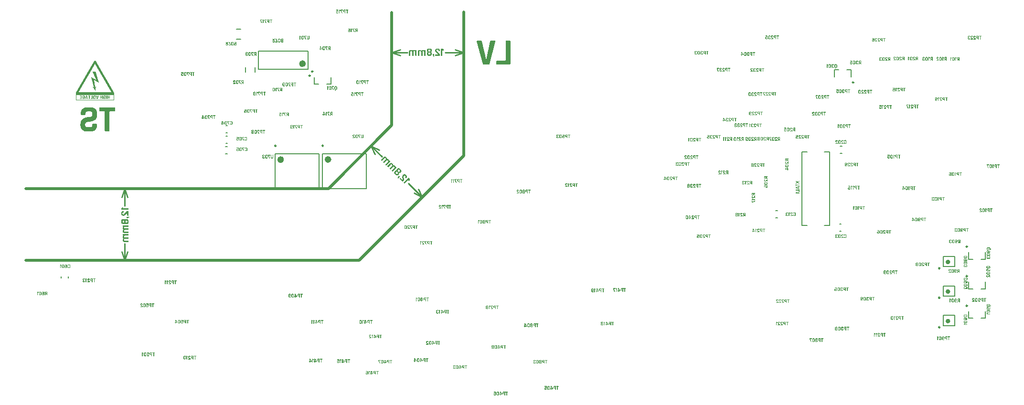
<source format=gbo>
G04*
G04 #@! TF.GenerationSoftware,Altium Limited,Altium Designer,22.11.1 (43)*
G04*
G04 Layer_Color=5220458*
%FSLAX44Y44*%
%MOMM*%
G71*
G04*
G04 #@! TF.SameCoordinates,CE3EE1F7-2002-4A30-8AAF-CFD3FAF0E8B6*
G04*
G04*
G04 #@! TF.FilePolarity,Positive*
G04*
G01*
G75*
%ADD10C,0.2000*%
%ADD11C,0.6000*%
%ADD12C,0.2500*%
%ADD13C,0.4000*%
%ADD15C,0.2540*%
%ADD16C,0.5000*%
G36*
X123089Y613011D02*
X123391D01*
Y612911D01*
X123592D01*
Y612810D01*
X123693D01*
Y612709D01*
X123894D01*
Y612609D01*
X123995D01*
Y612508D01*
X124095D01*
Y612307D01*
X124196D01*
Y612206D01*
X124297D01*
Y612005D01*
X124397D01*
Y611804D01*
X124498D01*
Y611704D01*
X124598D01*
Y611502D01*
X124699D01*
Y611301D01*
X124799D01*
Y611100D01*
X124900D01*
Y610999D01*
X125001D01*
Y610798D01*
X125101D01*
Y610597D01*
X125202D01*
Y610396D01*
X125302D01*
Y610295D01*
X125403D01*
Y610094D01*
X125504D01*
Y609893D01*
X125604D01*
Y609792D01*
X125705D01*
Y609591D01*
X125805D01*
Y609390D01*
X125906D01*
Y609189D01*
X126006D01*
Y609088D01*
X126107D01*
Y608887D01*
X126208D01*
Y608686D01*
X126308D01*
Y608485D01*
X126409D01*
Y608384D01*
X126509D01*
Y608183D01*
X126610D01*
Y607982D01*
X126711D01*
Y607781D01*
X126811D01*
Y607680D01*
X126912D01*
Y607479D01*
X127012D01*
Y607278D01*
X127113D01*
Y607177D01*
X127213D01*
Y606976D01*
X127314D01*
Y606775D01*
X127415D01*
Y606573D01*
X127515D01*
Y606473D01*
X127616D01*
Y606272D01*
X127717D01*
Y606071D01*
X127817D01*
Y605869D01*
X127918D01*
Y605769D01*
X128018D01*
Y605568D01*
X128119D01*
Y605367D01*
X128219D01*
Y605165D01*
X128320D01*
Y605065D01*
X128421D01*
Y604864D01*
X128521D01*
Y604662D01*
X128622D01*
Y604562D01*
X128722D01*
Y604361D01*
X128823D01*
Y604159D01*
X128924D01*
Y603958D01*
X129024D01*
Y603858D01*
X129125D01*
Y603657D01*
X129225D01*
Y603455D01*
X129326D01*
Y603254D01*
X129426D01*
Y603153D01*
X129527D01*
Y602952D01*
X129628D01*
Y602751D01*
X129728D01*
Y602651D01*
X129829D01*
Y602449D01*
X129929D01*
Y602248D01*
X130030D01*
Y602047D01*
X130131D01*
Y601946D01*
X130231D01*
Y601745D01*
X130332D01*
Y601544D01*
X130432D01*
Y601343D01*
X130533D01*
Y601242D01*
X130633D01*
Y601041D01*
X130734D01*
Y600840D01*
X130835D01*
Y600639D01*
X130935D01*
Y600538D01*
X131036D01*
Y600337D01*
X131137D01*
Y600136D01*
X131237D01*
Y600035D01*
X131338D01*
Y599834D01*
X131438D01*
Y599633D01*
X131539D01*
Y599432D01*
X131639D01*
Y599331D01*
X131740D01*
Y599130D01*
X131841D01*
Y598929D01*
X131941D01*
Y598728D01*
X132042D01*
Y598627D01*
X132142D01*
Y598426D01*
X132243D01*
Y598225D01*
X132344D01*
Y598023D01*
X132444D01*
Y597923D01*
X132545D01*
Y597722D01*
X132645D01*
Y597521D01*
X132746D01*
Y597420D01*
X132846D01*
Y597219D01*
X132947D01*
Y597018D01*
X133048D01*
Y596816D01*
X133148D01*
Y596716D01*
X133249D01*
Y596515D01*
X133349D01*
Y596314D01*
X133450D01*
Y596112D01*
X133551D01*
Y596012D01*
X133651D01*
Y595811D01*
X133752D01*
Y595609D01*
X133852D01*
Y595408D01*
X133953D01*
Y595308D01*
X134054D01*
Y595107D01*
X134154D01*
Y594905D01*
X134255D01*
Y594805D01*
X134355D01*
Y594604D01*
X134456D01*
Y594402D01*
X134557D01*
Y594201D01*
X134657D01*
Y594101D01*
X134758D01*
Y593899D01*
X134858D01*
Y593698D01*
X134959D01*
Y593497D01*
X135059D01*
Y593396D01*
X135160D01*
Y593195D01*
X135261D01*
Y592994D01*
X135361D01*
Y592894D01*
X135462D01*
Y592692D01*
X135562D01*
Y592491D01*
X135663D01*
Y592290D01*
X135764D01*
Y592189D01*
X135864D01*
Y591988D01*
X135965D01*
Y591787D01*
X136065D01*
Y591586D01*
X136166D01*
Y591485D01*
X136266D01*
Y591284D01*
X136367D01*
Y591083D01*
X136468D01*
Y590882D01*
X136568D01*
Y590781D01*
X136669D01*
Y590580D01*
X136769D01*
Y590379D01*
X136870D01*
Y590278D01*
X136971D01*
Y590077D01*
X137071D01*
Y589876D01*
X137172D01*
Y589675D01*
X137272D01*
Y589574D01*
X137373D01*
Y589373D01*
X137473D01*
Y589172D01*
X137574D01*
Y588971D01*
X137675D01*
Y588870D01*
X137775D01*
Y588669D01*
X137876D01*
Y588468D01*
X137977D01*
Y588266D01*
X138077D01*
Y588166D01*
X138178D01*
Y587965D01*
X138278D01*
Y587763D01*
X138379D01*
Y587663D01*
X138479D01*
Y587462D01*
X138580D01*
Y587261D01*
X138681D01*
Y587059D01*
X138781D01*
Y586959D01*
X138882D01*
Y586758D01*
X138982D01*
Y586557D01*
X139083D01*
Y586355D01*
X139184D01*
Y586255D01*
X139284D01*
Y586054D01*
X139385D01*
Y585852D01*
X139485D01*
Y585651D01*
X139586D01*
Y585551D01*
X139686D01*
Y585349D01*
X139787D01*
Y585148D01*
X139888D01*
Y585048D01*
X139988D01*
Y584846D01*
X140089D01*
Y584645D01*
X140189D01*
Y584444D01*
X140290D01*
Y584343D01*
X140391D01*
Y584142D01*
X140491D01*
Y583941D01*
X140592D01*
Y583740D01*
X140692D01*
Y583639D01*
X140793D01*
Y583438D01*
X140893D01*
Y583237D01*
X140994D01*
Y583036D01*
X141095D01*
Y582935D01*
X141195D01*
Y582734D01*
X141296D01*
Y582533D01*
X141397D01*
Y582432D01*
X141497D01*
Y582231D01*
X141598D01*
Y582030D01*
X141698D01*
Y581829D01*
X141799D01*
Y581728D01*
X141899D01*
Y581527D01*
X142000D01*
Y581326D01*
X142101D01*
Y581125D01*
X142201D01*
Y581024D01*
X142302D01*
Y580823D01*
X142402D01*
Y580622D01*
X142503D01*
Y580521D01*
X142604D01*
Y580320D01*
X142704D01*
Y580119D01*
X142805D01*
Y579918D01*
X142905D01*
Y579817D01*
X143006D01*
Y579616D01*
X143106D01*
Y579415D01*
X143207D01*
Y579213D01*
X143308D01*
Y579113D01*
X143408D01*
Y578912D01*
X143509D01*
Y578711D01*
X143609D01*
Y578509D01*
X143710D01*
Y578409D01*
X143811D01*
Y578208D01*
X143911D01*
Y578007D01*
X144012D01*
Y577906D01*
X144112D01*
Y577705D01*
X144213D01*
Y577504D01*
X144313D01*
Y577302D01*
X144414D01*
Y577202D01*
X144515D01*
Y577001D01*
X144615D01*
Y576799D01*
X144716D01*
Y576598D01*
X144817D01*
Y576498D01*
X144917D01*
Y576297D01*
X145018D01*
Y576095D01*
X145118D01*
Y575894D01*
X145219D01*
Y575793D01*
X145319D01*
Y575592D01*
X145420D01*
Y575391D01*
X145521D01*
Y575291D01*
X145621D01*
Y575089D01*
X145722D01*
Y574888D01*
X145822D01*
Y574687D01*
X145923D01*
Y574586D01*
X146024D01*
Y574385D01*
X146124D01*
Y574184D01*
X146225D01*
Y573983D01*
X146325D01*
Y573882D01*
X146426D01*
Y573681D01*
X146526D01*
Y573480D01*
X146627D01*
Y573279D01*
X146728D01*
Y573178D01*
X146828D01*
Y572977D01*
X146929D01*
Y572776D01*
X147029D01*
Y572675D01*
X147130D01*
Y572474D01*
X147231D01*
Y572273D01*
X147331D01*
Y572072D01*
X147432D01*
Y571971D01*
X147532D01*
Y571770D01*
X147633D01*
Y571569D01*
X147733D01*
Y571368D01*
X147834D01*
Y571267D01*
X147935D01*
Y571066D01*
X148035D01*
Y570865D01*
X148136D01*
Y570764D01*
X148237D01*
Y570563D01*
X148337D01*
Y570362D01*
X148438D01*
Y570161D01*
X148538D01*
Y570060D01*
X148639D01*
Y569859D01*
X148739D01*
Y569658D01*
X148840D01*
Y569456D01*
X148941D01*
Y569356D01*
X149041D01*
Y569155D01*
X149142D01*
Y568954D01*
X149242D01*
Y568752D01*
X149343D01*
Y568652D01*
X149444D01*
Y568451D01*
X149544D01*
Y568249D01*
X149645D01*
Y568149D01*
X149745D01*
Y567948D01*
X149846D01*
Y567747D01*
X149946D01*
Y567545D01*
X150047D01*
Y567445D01*
X150148D01*
Y567243D01*
X150248D01*
Y567042D01*
X150349D01*
Y566841D01*
X150449D01*
Y566741D01*
X150550D01*
Y566539D01*
X150651D01*
Y566338D01*
X150751D01*
Y566137D01*
X150852D01*
Y566036D01*
X150952D01*
Y565835D01*
X151053D01*
Y565634D01*
X151153D01*
Y565533D01*
X151254D01*
Y565332D01*
X151355D01*
Y565131D01*
X151455D01*
Y564930D01*
X151556D01*
Y564829D01*
X151657D01*
Y564628D01*
X151757D01*
Y564427D01*
X151858D01*
Y564226D01*
X151958D01*
Y564125D01*
X152059D01*
Y563924D01*
X152159D01*
Y563723D01*
X152260D01*
Y563522D01*
X152361D01*
Y563421D01*
X152461D01*
Y563220D01*
X152562D01*
Y563019D01*
X152662D01*
Y562918D01*
X152763D01*
Y562717D01*
X152864D01*
Y562516D01*
X152964D01*
Y562315D01*
X153065D01*
Y562214D01*
X153165D01*
Y562013D01*
X153266D01*
Y561812D01*
X153366D01*
Y561611D01*
X153467D01*
Y561510D01*
X153568D01*
Y561309D01*
X153668D01*
Y561108D01*
X153769D01*
Y561007D01*
X153869D01*
Y560806D01*
X153970D01*
Y560605D01*
X154071D01*
Y560404D01*
X154171D01*
Y560303D01*
X154272D01*
Y560102D01*
X154372D01*
Y559901D01*
X154473D01*
Y559699D01*
X154573D01*
Y559599D01*
X154674D01*
Y559398D01*
X154775D01*
Y559197D01*
X154875D01*
Y558995D01*
X154976D01*
Y558895D01*
X155077D01*
Y558694D01*
X155177D01*
Y558492D01*
X155278D01*
Y558392D01*
X155378D01*
Y558191D01*
X155479D01*
Y557989D01*
X155579D01*
Y557788D01*
X155680D01*
Y557688D01*
X155781D01*
Y557486D01*
X155881D01*
Y557285D01*
X155982D01*
Y557084D01*
X156082D01*
Y556983D01*
X156183D01*
Y556782D01*
X156284D01*
Y556581D01*
X156384D01*
Y556380D01*
X156485D01*
Y556279D01*
X156585D01*
Y555978D01*
X156686D01*
Y554972D01*
X156585D01*
Y554670D01*
X156485D01*
Y554469D01*
X156384D01*
Y554368D01*
X156284D01*
Y554268D01*
X156183D01*
Y554167D01*
X156082D01*
Y554067D01*
X155982D01*
Y553966D01*
X155881D01*
Y553865D01*
X155680D01*
Y553765D01*
X155378D01*
Y553664D01*
X156686D01*
Y542499D01*
X88588D01*
Y553664D01*
X89895D01*
Y553765D01*
X89593D01*
Y553865D01*
X89392D01*
Y553966D01*
X89292D01*
Y554067D01*
X89191D01*
Y554167D01*
X89091D01*
Y554268D01*
X88990D01*
Y554368D01*
X88889D01*
Y554469D01*
X88789D01*
Y554670D01*
X88688D01*
Y554972D01*
X88588D01*
Y555978D01*
X88688D01*
Y556179D01*
X88789D01*
Y556380D01*
X88889D01*
Y556581D01*
X88990D01*
Y556782D01*
X89091D01*
Y556983D01*
X89191D01*
Y557084D01*
X89292D01*
Y557285D01*
X89392D01*
Y557486D01*
X89493D01*
Y557587D01*
X89593D01*
Y557788D01*
X89694D01*
Y557989D01*
X89795D01*
Y558191D01*
X89895D01*
Y558291D01*
X89996D01*
Y558492D01*
X90097D01*
Y558694D01*
X90197D01*
Y558895D01*
X90298D01*
Y558995D01*
X90398D01*
Y559197D01*
X90499D01*
Y559398D01*
X90599D01*
Y559599D01*
X90700D01*
Y559699D01*
X90801D01*
Y559901D01*
X90901D01*
Y560102D01*
X91002D01*
Y560202D01*
X91102D01*
Y560404D01*
X91203D01*
Y560605D01*
X91304D01*
Y560806D01*
X91404D01*
Y560906D01*
X91505D01*
Y561108D01*
X91605D01*
Y561309D01*
X91706D01*
Y561510D01*
X91806D01*
Y561611D01*
X91907D01*
Y561812D01*
X92008D01*
Y562013D01*
X92108D01*
Y562214D01*
X92209D01*
Y562315D01*
X92309D01*
Y562516D01*
X92410D01*
Y562717D01*
X92511D01*
Y562818D01*
X92611D01*
Y563019D01*
X92712D01*
Y563220D01*
X92812D01*
Y563421D01*
X92913D01*
Y563522D01*
X93014D01*
Y563723D01*
X93114D01*
Y563924D01*
X93215D01*
Y564125D01*
X93315D01*
Y564226D01*
X93416D01*
Y564427D01*
X93517D01*
Y564628D01*
X93617D01*
Y564829D01*
X93718D01*
Y564930D01*
X93818D01*
Y565131D01*
X93919D01*
Y565332D01*
X94019D01*
Y565433D01*
X94120D01*
Y565634D01*
X94221D01*
Y565835D01*
X94321D01*
Y566036D01*
X94422D01*
Y566137D01*
X94522D01*
Y566338D01*
X94623D01*
Y566539D01*
X94724D01*
Y566741D01*
X94824D01*
Y566841D01*
X94925D01*
Y567042D01*
X95025D01*
Y567243D01*
X95126D01*
Y567344D01*
X95226D01*
Y567545D01*
X95327D01*
Y567747D01*
X95428D01*
Y567948D01*
X95528D01*
Y568048D01*
X95629D01*
Y568249D01*
X95729D01*
Y568451D01*
X95830D01*
Y568652D01*
X95931D01*
Y568752D01*
X96031D01*
Y568954D01*
X96132D01*
Y569155D01*
X96232D01*
Y569356D01*
X96333D01*
Y569456D01*
X96433D01*
Y569658D01*
X96534D01*
Y569859D01*
X96635D01*
Y569959D01*
X96735D01*
Y570161D01*
X96836D01*
Y570362D01*
X96937D01*
Y570563D01*
X97037D01*
Y570664D01*
X97138D01*
Y570865D01*
X97238D01*
Y571066D01*
X97339D01*
Y571267D01*
X97439D01*
Y571368D01*
X97540D01*
Y571569D01*
X97641D01*
Y571770D01*
X97741D01*
Y571971D01*
X97842D01*
Y572072D01*
X97942D01*
Y572273D01*
X98043D01*
Y572474D01*
X98144D01*
Y572575D01*
X98244D01*
Y572776D01*
X98345D01*
Y572977D01*
X98445D01*
Y573178D01*
X98546D01*
Y573279D01*
X98646D01*
Y573480D01*
X98747D01*
Y573681D01*
X98848D01*
Y573882D01*
X98948D01*
Y573983D01*
X99049D01*
Y574184D01*
X99149D01*
Y574385D01*
X99250D01*
Y574586D01*
X99351D01*
Y574687D01*
X99451D01*
Y574888D01*
X99552D01*
Y575089D01*
X99652D01*
Y575190D01*
X99753D01*
Y575391D01*
X99853D01*
Y575592D01*
X99954D01*
Y575793D01*
X100055D01*
Y575894D01*
X100155D01*
Y576095D01*
X100256D01*
Y576297D01*
X100357D01*
Y576498D01*
X100457D01*
Y576598D01*
X100558D01*
Y576799D01*
X100658D01*
Y577001D01*
X100759D01*
Y577202D01*
X100859D01*
Y577302D01*
X100960D01*
Y577504D01*
X101061D01*
Y577705D01*
X101161D01*
Y577805D01*
X101262D01*
Y578007D01*
X101362D01*
Y578208D01*
X101463D01*
Y578409D01*
X101564D01*
Y578509D01*
X101664D01*
Y578711D01*
X101765D01*
Y578912D01*
X101865D01*
Y579113D01*
X101966D01*
Y579213D01*
X102066D01*
Y579415D01*
X102167D01*
Y579616D01*
X102268D01*
Y579716D01*
X102368D01*
Y579918D01*
X102469D01*
Y580119D01*
X102569D01*
Y580320D01*
X102670D01*
Y580421D01*
X102771D01*
Y580622D01*
X102871D01*
Y580823D01*
X102972D01*
Y581024D01*
X103072D01*
Y581125D01*
X103173D01*
Y581326D01*
X103274D01*
Y581527D01*
X103374D01*
Y581728D01*
X103475D01*
Y581829D01*
X103575D01*
Y582030D01*
X103676D01*
Y582231D01*
X103777D01*
Y582332D01*
X103877D01*
Y582533D01*
X103978D01*
Y582734D01*
X104078D01*
Y582935D01*
X104179D01*
Y583036D01*
X104279D01*
Y583237D01*
X104380D01*
Y583438D01*
X104481D01*
Y583639D01*
X104581D01*
Y583740D01*
X104682D01*
Y583941D01*
X104782D01*
Y584142D01*
X104883D01*
Y584343D01*
X104984D01*
Y584444D01*
X105084D01*
Y584645D01*
X105185D01*
Y584846D01*
X105285D01*
Y584947D01*
X105386D01*
Y585148D01*
X105486D01*
Y585349D01*
X105587D01*
Y585551D01*
X105688D01*
Y585651D01*
X105788D01*
Y585852D01*
X105889D01*
Y586054D01*
X105989D01*
Y586255D01*
X106090D01*
Y586355D01*
X106191D01*
Y586456D01*
Y586557D01*
X106291D01*
Y586758D01*
X106392D01*
Y586959D01*
X106492D01*
Y587059D01*
X106593D01*
Y587261D01*
X106693D01*
Y587462D01*
X106794D01*
Y587562D01*
X106895D01*
Y587763D01*
X106995D01*
Y587965D01*
X107096D01*
Y588166D01*
X107197D01*
Y588266D01*
X107297D01*
Y588468D01*
X107398D01*
Y588669D01*
X107498D01*
Y588870D01*
X107599D01*
Y588971D01*
X107699D01*
Y589172D01*
X107800D01*
Y589373D01*
X107901D01*
Y589473D01*
X108001D01*
Y589675D01*
X108102D01*
Y589876D01*
X108202D01*
Y590077D01*
X108303D01*
Y590178D01*
X108404D01*
Y590379D01*
X108504D01*
Y590580D01*
X108605D01*
Y590781D01*
X108705D01*
Y590882D01*
X108806D01*
Y591083D01*
X108906D01*
Y591284D01*
X109007D01*
Y591485D01*
X109108D01*
Y591586D01*
X109208D01*
Y591787D01*
X109309D01*
Y591988D01*
X109409D01*
Y592089D01*
X109510D01*
Y592290D01*
X109611D01*
Y592491D01*
X109711D01*
Y592692D01*
X109812D01*
Y592793D01*
X109912D01*
Y592994D01*
X110013D01*
Y593195D01*
X110113D01*
Y593396D01*
X110214D01*
Y593497D01*
X110315D01*
Y593698D01*
X110415D01*
Y593899D01*
X110516D01*
Y594101D01*
X110617D01*
Y594201D01*
X110717D01*
Y594402D01*
X110818D01*
Y594604D01*
X110918D01*
Y594704D01*
X111019D01*
Y594905D01*
X111119D01*
Y595107D01*
X111220D01*
Y595308D01*
X111321D01*
Y595408D01*
X111421D01*
Y595609D01*
X111522D01*
Y595811D01*
X111622D01*
Y596012D01*
X111723D01*
Y596112D01*
X111824D01*
Y596314D01*
X111924D01*
Y596515D01*
X112025D01*
Y596716D01*
X112125D01*
Y596816D01*
X112226D01*
Y597018D01*
X112326D01*
Y597219D01*
X112427D01*
Y597319D01*
X112528D01*
Y597521D01*
X112628D01*
Y597722D01*
X112729D01*
Y597923D01*
X112829D01*
Y598023D01*
X112930D01*
Y598225D01*
X113031D01*
Y598426D01*
X113131D01*
Y598627D01*
X113232D01*
Y598728D01*
X113332D01*
Y598929D01*
X113433D01*
Y599130D01*
X113534D01*
Y599331D01*
X113634D01*
Y599432D01*
X113735D01*
Y599633D01*
X113835D01*
Y599834D01*
X113936D01*
Y599935D01*
X114037D01*
Y600136D01*
X114137D01*
Y600337D01*
X114238D01*
Y600538D01*
X114338D01*
Y600639D01*
X114439D01*
Y600840D01*
X114539D01*
Y601041D01*
X114640D01*
Y601242D01*
X114741D01*
Y601343D01*
X114841D01*
Y601544D01*
X114942D01*
Y601745D01*
X115042D01*
Y601846D01*
X115143D01*
Y602047D01*
X115244D01*
Y602248D01*
X115344D01*
Y602449D01*
X115445D01*
Y602550D01*
X115545D01*
Y602751D01*
X115646D01*
Y602952D01*
X115746D01*
Y603153D01*
X115847D01*
Y603254D01*
X115948D01*
Y603455D01*
X116048D01*
Y603657D01*
X116149D01*
Y603858D01*
X116249D01*
Y603958D01*
X116350D01*
Y604159D01*
X116451D01*
Y604361D01*
X116551D01*
Y604461D01*
X116652D01*
Y604662D01*
X116752D01*
Y604864D01*
X116853D01*
Y605065D01*
X116953D01*
Y605165D01*
X117054D01*
Y605367D01*
X117155D01*
Y605568D01*
X117255D01*
Y605769D01*
X117356D01*
Y605869D01*
X117457D01*
Y606071D01*
X117557D01*
Y606272D01*
X117658D01*
Y606473D01*
X117758D01*
Y606573D01*
X117859D01*
Y606775D01*
X117959D01*
Y606976D01*
X118060D01*
Y607076D01*
X118161D01*
Y607278D01*
X118261D01*
Y607479D01*
X118362D01*
Y607680D01*
X118462D01*
Y607781D01*
X118563D01*
Y607982D01*
X118664D01*
Y608183D01*
X118764D01*
Y608384D01*
X118865D01*
Y608485D01*
X118965D01*
Y608686D01*
X119066D01*
Y608887D01*
X119166D01*
Y609088D01*
X119267D01*
Y609189D01*
X119368D01*
Y609390D01*
X119468D01*
Y609591D01*
X119569D01*
Y609692D01*
X119669D01*
Y609893D01*
X119770D01*
Y610094D01*
X119871D01*
Y610295D01*
X119971D01*
Y610396D01*
X120072D01*
Y610597D01*
X120172D01*
Y610798D01*
X120273D01*
Y610999D01*
X120373D01*
Y611100D01*
X120474D01*
Y611301D01*
X120575D01*
Y611502D01*
X120675D01*
Y611603D01*
X120776D01*
Y611804D01*
X120877D01*
Y612005D01*
X120977D01*
Y612206D01*
X121078D01*
Y612307D01*
X121178D01*
Y612508D01*
X121279D01*
Y612609D01*
X121379D01*
Y612709D01*
X121581D01*
Y612810D01*
X121681D01*
Y612911D01*
X121882D01*
Y613011D01*
X122184D01*
Y613112D01*
X123089D01*
Y613011D01*
D02*
G37*
G36*
X831595Y648681D02*
X831966Y648588D01*
X832243Y648310D01*
X832336Y648033D01*
Y647570D01*
Y647385D01*
Y647292D01*
X821967Y607389D01*
X821782Y606926D01*
X821597Y606555D01*
X821319Y606370D01*
X821041Y606185D01*
X820486Y606000D01*
X811598D01*
X811135Y606093D01*
X810764Y606185D01*
X810301Y606741D01*
X810116Y607204D01*
X810024Y607296D01*
Y607389D01*
X799654Y647292D01*
Y647755D01*
X799747Y648125D01*
X799932Y648403D01*
X800210Y648588D01*
X800765Y648773D01*
X807246D01*
X807709Y648681D01*
X808079Y648588D01*
X808635Y648125D01*
X808820Y647570D01*
X808913Y647477D01*
Y647385D01*
X815856Y614610D01*
X816134D01*
X823170Y647385D01*
X823263Y647848D01*
X823448Y648218D01*
X823726Y648403D01*
X824004Y648588D01*
X824559Y648773D01*
X831040D01*
X831595Y648681D01*
D02*
G37*
G36*
X858074D02*
X858445Y648588D01*
X858630Y648310D01*
X858815Y648125D01*
X859000Y647570D01*
Y647477D01*
Y647385D01*
Y607389D01*
X858907Y606926D01*
X858815Y606555D01*
X858537Y606370D01*
X858259Y606185D01*
X857796Y606000D01*
X835669D01*
X835206Y606093D01*
X834836Y606185D01*
X834651Y606463D01*
X834465Y606741D01*
X834280Y607204D01*
Y607296D01*
Y607389D01*
Y611925D01*
X834373Y612388D01*
X834465Y612759D01*
X834743Y612944D01*
X834928Y613129D01*
X835484Y613314D01*
X849742D01*
X850205Y613407D01*
X850390Y613684D01*
X850482Y613962D01*
Y614055D01*
Y647385D01*
X850575Y647848D01*
X850667Y648218D01*
X850945Y648403D01*
X851131Y648588D01*
X851686Y648773D01*
X857611D01*
X858074Y648681D01*
D02*
G37*
G36*
X157324Y530431D02*
X157695Y530338D01*
X157880Y530060D01*
X158065Y529875D01*
X158250Y529320D01*
Y529227D01*
Y529135D01*
Y524598D01*
X158157Y524135D01*
X158065Y523765D01*
X157787Y523580D01*
X157509Y523395D01*
X157046Y523209D01*
X149269D01*
X148806Y523117D01*
X148621Y522839D01*
X148529Y522561D01*
Y522469D01*
Y489139D01*
X148436Y488676D01*
X148251Y488306D01*
X148066Y488120D01*
X147788Y487935D01*
X147233Y487750D01*
X141400D01*
X140937Y487843D01*
X140567Y487935D01*
X140381Y488213D01*
X140196Y488491D01*
X140011Y488954D01*
Y489046D01*
Y489139D01*
Y522469D01*
X139919Y522932D01*
X139641Y523117D01*
X139363Y523209D01*
X131679D01*
X131216Y523302D01*
X130845Y523395D01*
X130568Y523672D01*
X130382Y523950D01*
X130197Y524413D01*
Y524506D01*
Y524598D01*
Y529135D01*
X130290Y529598D01*
X130382Y529968D01*
X130660Y530153D01*
X130938Y530338D01*
X131401Y530523D01*
X156861D01*
X157324Y530431D01*
D02*
G37*
G36*
X117051D02*
X118717Y530060D01*
X120106Y529598D01*
X121309Y529135D01*
X122235Y528579D01*
X122883Y528116D01*
X123254Y527746D01*
X123439Y527653D01*
X124365Y526542D01*
X125105Y525246D01*
X125568Y523857D01*
X125939Y522561D01*
X126124Y521450D01*
X126216Y520432D01*
X126309Y520061D01*
Y519876D01*
Y519691D01*
Y519599D01*
Y517284D01*
X126216Y515803D01*
X126031Y514506D01*
X125846Y513396D01*
X125476Y512377D01*
X125198Y511636D01*
X125013Y510988D01*
X124827Y510618D01*
X124735Y510525D01*
X124087Y509600D01*
X123439Y508859D01*
X122791Y508303D01*
X122235Y507840D01*
X121680Y507470D01*
X121217Y507192D01*
X120939Y507100D01*
X120847Y507007D01*
X119087Y506359D01*
X118254Y506174D01*
X117514Y505896D01*
X116773Y505711D01*
X116310Y505619D01*
X115940Y505526D01*
X115847D01*
X113903Y505156D01*
X112977Y505063D01*
X112236Y504970D01*
X111588Y504878D01*
X111125Y504785D01*
X110755D01*
X109181Y504507D01*
X108533Y504322D01*
X107977Y504045D01*
X107514Y503859D01*
X107144Y503674D01*
X106959Y503582D01*
X106866Y503489D01*
X106311Y503026D01*
X105941Y502563D01*
X105663Y502100D01*
X105478Y501637D01*
X105385Y501175D01*
X105293Y500804D01*
Y500619D01*
Y500527D01*
Y499786D01*
Y498860D01*
X105478Y498027D01*
X105570Y497379D01*
X105755Y496823D01*
X105941Y496453D01*
X106126Y496175D01*
X106218Y496082D01*
X106311Y495990D01*
X106774Y495712D01*
X107329Y495434D01*
X108533Y495157D01*
X109088D01*
X109551Y495064D01*
X113995D01*
X114736Y495249D01*
X115384Y495342D01*
X115940Y495527D01*
X116310Y495712D01*
X116588Y495805D01*
X116680Y495990D01*
X116773D01*
X117143Y496360D01*
X117328Y496916D01*
X117699Y498027D01*
Y498582D01*
X117791Y499045D01*
Y499323D01*
Y499416D01*
Y499971D01*
X117884Y500434D01*
X117976Y500804D01*
X118254Y500989D01*
X118439Y501175D01*
X118995Y501360D01*
X124827D01*
X125290Y501267D01*
X125661Y501175D01*
X125846Y500897D01*
X126031Y500712D01*
X126216Y500156D01*
Y500064D01*
Y499971D01*
Y498675D01*
X126124Y496823D01*
X125753Y495157D01*
X125290Y493768D01*
X124735Y492657D01*
X124272Y491731D01*
X123809Y491083D01*
X123439Y490620D01*
X123346Y490527D01*
X122143Y489602D01*
X120847Y488954D01*
X119458Y488398D01*
X118162Y488120D01*
X116958Y487935D01*
X116032Y487843D01*
X115662Y487750D01*
X107885D01*
X106033Y487843D01*
X104459Y488213D01*
X103070Y488676D01*
X101867Y489139D01*
X101034Y489694D01*
X100386Y490065D01*
X99923Y490435D01*
X99830Y490527D01*
X98812Y491731D01*
X98071Y493027D01*
X97608Y494323D01*
X97238Y495712D01*
X97053Y496823D01*
X96868Y497841D01*
Y498212D01*
Y498490D01*
Y498582D01*
Y498675D01*
Y500897D01*
X96960Y502285D01*
X97145Y503582D01*
X97330Y504693D01*
X97608Y505711D01*
X97978Y506452D01*
X98164Y507007D01*
X98349Y507378D01*
X98441Y507470D01*
X99089Y508396D01*
X99738Y509137D01*
X100386Y509785D01*
X100941Y510248D01*
X101497Y510618D01*
X101959Y510896D01*
X102237Y511081D01*
X102330D01*
X103996Y511729D01*
X105755Y512192D01*
X107422Y512562D01*
X108996Y512840D01*
X110292Y513025D01*
X111403Y513210D01*
X111773D01*
X112051Y513303D01*
X112329D01*
X113255Y513396D01*
X114088Y513581D01*
X114829Y513766D01*
X115477Y514044D01*
X116032Y514321D01*
X116495Y514692D01*
X117143Y515247D01*
X117514Y515895D01*
X117699Y516451D01*
X117791Y516821D01*
Y516914D01*
Y518210D01*
Y519228D01*
X117606Y520061D01*
X117514Y520802D01*
X117328Y521358D01*
X117143Y521728D01*
X117051Y522006D01*
X116865Y522098D01*
Y522191D01*
X116403Y522561D01*
X115847Y522746D01*
X114643Y523117D01*
X114088D01*
X113625Y523209D01*
X109644D01*
X108903Y523024D01*
X108255Y522932D01*
X107792Y522746D01*
X107422Y522561D01*
X107144Y522469D01*
X106959Y522284D01*
X106589Y521913D01*
X106404Y521358D01*
X106033Y520154D01*
Y519599D01*
X105941Y519228D01*
Y518858D01*
Y518765D01*
Y518395D01*
X105848Y517932D01*
X105663Y517562D01*
X105478Y517377D01*
X105200Y517191D01*
X104644Y517006D01*
X98812D01*
X98349Y517099D01*
X97978Y517191D01*
X97793Y517469D01*
X97608Y517747D01*
X97423Y518210D01*
Y518302D01*
Y518395D01*
Y519599D01*
X97516Y521450D01*
X97886Y523117D01*
X98349Y524506D01*
X98904Y525616D01*
X99460Y526542D01*
X99923Y527098D01*
X100293Y527561D01*
X100386Y527653D01*
X101589Y528579D01*
X102885Y529320D01*
X104274Y529783D01*
X105570Y530153D01*
X106774Y530338D01*
X107700Y530523D01*
X115199D01*
X117051Y530431D01*
D02*
G37*
G36*
X708657Y632049D02*
X708768Y632021D01*
X708824Y631938D01*
X708879Y631882D01*
X708935Y631716D01*
Y631688D01*
Y631660D01*
Y622304D01*
X708907Y622165D01*
X708879Y622054D01*
X708796Y621999D01*
X708713Y621943D01*
X708574Y621888D01*
X706825D01*
X706686Y621915D01*
X706575Y621943D01*
X706492Y622026D01*
X706436Y622110D01*
X706380Y622249D01*
Y622276D01*
Y622304D01*
Y628356D01*
X706353Y628634D01*
X706325Y628856D01*
X706242Y629078D01*
X706158Y629245D01*
X705936Y629522D01*
X705686Y629689D01*
X705437Y629800D01*
X705242Y629855D01*
X705076Y629883D01*
X704160D01*
X703965Y629828D01*
X703826Y629800D01*
X703688Y629744D01*
X703604Y629689D01*
X703549Y629661D01*
X703493Y629606D01*
X703410Y629495D01*
X703327Y629356D01*
X703243Y629050D01*
X703216Y628912D01*
Y628801D01*
Y628717D01*
Y628689D01*
Y622304D01*
X703188Y622165D01*
X703160Y622054D01*
X703077Y621999D01*
X702993Y621943D01*
X702855Y621888D01*
X701106D01*
X700967Y621915D01*
X700856Y621943D01*
X700800Y622026D01*
X700745Y622110D01*
X700689Y622249D01*
Y622276D01*
Y622304D01*
Y628329D01*
X700661Y628606D01*
X700634Y628856D01*
X700551Y629050D01*
X700467Y629217D01*
X700245Y629495D01*
X699995Y629689D01*
X699745Y629800D01*
X699523Y629855D01*
X699357Y629883D01*
X698579D01*
X698385Y629828D01*
X698246Y629800D01*
X698107Y629744D01*
X698024Y629689D01*
X697969Y629661D01*
X697913Y629606D01*
X697830Y629495D01*
X697747Y629356D01*
X697663Y629050D01*
X697635Y628912D01*
Y628801D01*
Y628717D01*
Y628689D01*
Y622304D01*
X697608Y622165D01*
X697580Y622054D01*
X697497Y621999D01*
X697413Y621943D01*
X697274Y621888D01*
X695526D01*
X695387Y621915D01*
X695276Y621943D01*
X695220Y622026D01*
X695165Y622110D01*
X695109Y622249D01*
Y622276D01*
Y622304D01*
Y628801D01*
X695137Y629356D01*
X695220Y629855D01*
X695359Y630272D01*
X695498Y630605D01*
X695664Y630883D01*
X695775Y631049D01*
X695886Y631188D01*
X695914Y631216D01*
X696247Y631493D01*
X696608Y631716D01*
X696997Y631854D01*
X697358Y631965D01*
X697691Y632021D01*
X697969Y632076D01*
X699107D01*
X699385Y632021D01*
X699856Y631882D01*
X700273Y631660D01*
X700578Y631438D01*
X700828Y631216D01*
X700995Y630994D01*
X701106Y630855D01*
X701133Y630827D01*
Y630799D01*
X701272Y631021D01*
X701467Y631216D01*
X701827Y631549D01*
X702244Y631771D01*
X702660Y631910D01*
X703049Y632021D01*
X703354Y632049D01*
X703465Y632076D01*
X704465D01*
X704715Y632021D01*
X704937Y631993D01*
X705131Y631938D01*
X705298Y631882D01*
X705409Y631827D01*
X705492Y631799D01*
X705520Y631771D01*
X705714Y631660D01*
X705881Y631521D01*
X706131Y631271D01*
X706214Y631160D01*
X706270Y631077D01*
X706325Y631021D01*
Y630994D01*
X706380D01*
Y631660D01*
X706408Y631799D01*
X706436Y631910D01*
X706519Y631965D01*
X706603Y632021D01*
X706741Y632076D01*
X708518D01*
X708657Y632049D01*
D02*
G37*
G36*
X692694D02*
X692805Y632021D01*
X692860Y631938D01*
X692916Y631882D01*
X692971Y631716D01*
Y631688D01*
Y631660D01*
Y622304D01*
X692944Y622165D01*
X692916Y622054D01*
X692833Y621999D01*
X692749Y621943D01*
X692610Y621888D01*
X690862D01*
X690723Y621915D01*
X690612Y621943D01*
X690528Y622026D01*
X690473Y622110D01*
X690417Y622249D01*
Y622276D01*
Y622304D01*
Y628356D01*
X690389Y628634D01*
X690362Y628856D01*
X690278Y629078D01*
X690195Y629245D01*
X689973Y629522D01*
X689723Y629689D01*
X689473Y629800D01*
X689279Y629855D01*
X689112Y629883D01*
X688196D01*
X688002Y629828D01*
X687863Y629800D01*
X687724Y629744D01*
X687641Y629689D01*
X687586Y629661D01*
X687530Y629606D01*
X687447Y629495D01*
X687363Y629356D01*
X687280Y629050D01*
X687252Y628912D01*
Y628801D01*
Y628717D01*
Y628689D01*
Y622304D01*
X687225Y622165D01*
X687197Y622054D01*
X687114Y621999D01*
X687030Y621943D01*
X686891Y621888D01*
X685142D01*
X685004Y621915D01*
X684893Y621943D01*
X684837Y622026D01*
X684781Y622110D01*
X684726Y622249D01*
Y622276D01*
Y622304D01*
Y628329D01*
X684698Y628606D01*
X684670Y628856D01*
X684587Y629050D01*
X684504Y629217D01*
X684282Y629495D01*
X684032Y629689D01*
X683782Y629800D01*
X683560Y629855D01*
X683393Y629883D01*
X682616D01*
X682422Y629828D01*
X682283Y629800D01*
X682144Y629744D01*
X682061Y629689D01*
X682005Y629661D01*
X681950Y629606D01*
X681867Y629495D01*
X681783Y629356D01*
X681700Y629050D01*
X681672Y628912D01*
Y628801D01*
Y628717D01*
Y628689D01*
Y622304D01*
X681644Y622165D01*
X681617Y622054D01*
X681533Y621999D01*
X681450Y621943D01*
X681311Y621888D01*
X679562D01*
X679423Y621915D01*
X679312Y621943D01*
X679257Y622026D01*
X679201Y622110D01*
X679146Y622249D01*
Y622276D01*
Y622304D01*
Y628801D01*
X679174Y629356D01*
X679257Y629855D01*
X679396Y630272D01*
X679535Y630605D01*
X679701Y630883D01*
X679812Y631049D01*
X679923Y631188D01*
X679951Y631216D01*
X680284Y631493D01*
X680645Y631716D01*
X681034Y631854D01*
X681395Y631965D01*
X681728Y632021D01*
X682005Y632076D01*
X683144D01*
X683421Y632021D01*
X683893Y631882D01*
X684310Y631660D01*
X684615Y631438D01*
X684865Y631216D01*
X685031Y630994D01*
X685142Y630855D01*
X685170Y630827D01*
Y630799D01*
X685309Y631021D01*
X685503Y631216D01*
X685864Y631549D01*
X686281Y631771D01*
X686697Y631910D01*
X687086Y632021D01*
X687391Y632049D01*
X687502Y632076D01*
X688502D01*
X688752Y632021D01*
X688974Y631993D01*
X689168Y631938D01*
X689334Y631882D01*
X689446Y631827D01*
X689529Y631799D01*
X689557Y631771D01*
X689751Y631660D01*
X689918Y631521D01*
X690167Y631271D01*
X690251Y631160D01*
X690306Y631077D01*
X690362Y631021D01*
Y630994D01*
X690417D01*
Y631660D01*
X690445Y631799D01*
X690473Y631910D01*
X690556Y631965D01*
X690639Y632021D01*
X690778Y632076D01*
X692555D01*
X692694Y632049D01*
D02*
G37*
G36*
X738363Y634658D02*
X738612Y634575D01*
X738724Y634520D01*
X738807Y634492D01*
X738862Y634436D01*
X738890D01*
X740695Y633298D01*
X740806Y633242D01*
X740861Y633159D01*
X740972Y632993D01*
X741000Y632854D01*
Y632826D01*
Y632798D01*
Y631160D01*
X740972Y631021D01*
X740945Y630938D01*
X740861Y630883D01*
X740639D01*
X740611Y630910D01*
X740584D01*
X738612Y632021D01*
Y622304D01*
X738585Y622165D01*
X738557Y622054D01*
X738474Y621999D01*
X738390Y621943D01*
X738251Y621888D01*
X736475D01*
X736336Y621915D01*
X736225Y621943D01*
X736197Y621971D01*
X736169D01*
X736114Y622054D01*
X736086Y622165D01*
Y622276D01*
Y622304D01*
Y634297D01*
X736114Y634436D01*
X736142Y634547D01*
X736225Y634603D01*
X736280Y634658D01*
X736447Y634714D01*
X738113D01*
X738363Y634658D01*
D02*
G37*
G36*
X731200Y634686D02*
X731700Y634575D01*
X732116Y634464D01*
X732449Y634297D01*
X732727Y634159D01*
X732921Y634020D01*
X733060Y633909D01*
X733088Y633881D01*
X733365Y633548D01*
X733587Y633159D01*
X733726Y632771D01*
X733837Y632382D01*
X733893Y632021D01*
X733921Y631743D01*
X733948Y631632D01*
Y631549D01*
Y631521D01*
Y631493D01*
Y630799D01*
X733921Y630661D01*
X733865Y630550D01*
X733810Y630494D01*
X733726Y630438D01*
X733560Y630383D01*
X731811D01*
X731672Y630411D01*
X731561Y630438D01*
X731505Y630522D01*
X731450Y630605D01*
X731394Y630744D01*
Y630772D01*
Y630799D01*
Y631438D01*
Y631660D01*
X731367Y631854D01*
X731311Y631993D01*
X731255Y632132D01*
X731228Y632215D01*
X731172Y632271D01*
X731144Y632326D01*
X731033Y632410D01*
X730895Y632493D01*
X730589Y632576D01*
X730450Y632604D01*
X729312D01*
X729118Y632548D01*
X728951Y632521D01*
X728812Y632465D01*
X728701Y632410D01*
X728646Y632382D01*
X728590Y632326D01*
X728479Y632215D01*
X728424Y632076D01*
X728313Y631799D01*
Y631660D01*
X728285Y631549D01*
Y631466D01*
Y631438D01*
Y630855D01*
X728313Y630550D01*
X728424Y630244D01*
X728562Y629967D01*
X728729Y629717D01*
X728923Y629522D01*
X729062Y629384D01*
X729173Y629272D01*
X729201Y629245D01*
X732866Y626135D01*
X733199Y625830D01*
X733449Y625497D01*
X733615Y625164D01*
X733726Y624858D01*
X733810Y624608D01*
X733837Y624386D01*
X733865Y624248D01*
Y624192D01*
Y622304D01*
X733837Y622165D01*
X733810Y622054D01*
X733726Y621999D01*
X733643Y621943D01*
X733504Y621888D01*
X726230D01*
X726092Y621915D01*
X725981Y621943D01*
X725925Y622026D01*
X725870Y622110D01*
X725814Y622249D01*
Y622276D01*
Y622304D01*
Y623692D01*
X725842Y623831D01*
X725870Y623942D01*
X725953Y623998D01*
X726008Y624053D01*
X726175Y624109D01*
X731006D01*
Y624442D01*
X730978Y624608D01*
X730895Y624775D01*
X730811Y624886D01*
X730783Y624914D01*
X727008Y628106D01*
X726786Y628301D01*
X726619Y628523D01*
X726314Y628939D01*
X726092Y629384D01*
X725953Y629772D01*
X725870Y630133D01*
X725842Y630438D01*
X725814Y630550D01*
Y630633D01*
Y630661D01*
Y630688D01*
Y631493D01*
X725842Y632049D01*
X725953Y632521D01*
X726092Y632937D01*
X726230Y633270D01*
X726397Y633548D01*
X726536Y633714D01*
X726647Y633853D01*
X726675Y633881D01*
X727036Y634159D01*
X727424Y634353D01*
X727813Y634520D01*
X728229Y634603D01*
X728562Y634658D01*
X728868Y634714D01*
X730645D01*
X731200Y634686D01*
D02*
G37*
G36*
X717069D02*
X717569Y634603D01*
X717985Y634464D01*
X718318Y634325D01*
X718596Y634186D01*
X718790Y634048D01*
X718929Y633964D01*
X718957Y633937D01*
X719234Y633603D01*
X719429Y633242D01*
X719595Y632854D01*
X719679Y632493D01*
X719734Y632160D01*
X719762Y631882D01*
X719790Y631771D01*
Y631688D01*
Y631660D01*
Y631632D01*
Y630772D01*
X719762Y630438D01*
X719734Y630133D01*
X719679Y629855D01*
X719595Y629606D01*
X719373Y629161D01*
X719123Y628856D01*
X718901Y628606D01*
X718679Y628440D01*
X718540Y628356D01*
X718485Y628329D01*
X718707Y628218D01*
X718901Y628051D01*
X719234Y627718D01*
X719456Y627301D01*
X719623Y626913D01*
X719706Y626524D01*
X719762Y626219D01*
X719790Y626080D01*
Y625997D01*
Y625941D01*
Y625913D01*
Y624997D01*
X719762Y624442D01*
X719651Y623970D01*
X719512Y623581D01*
X719373Y623248D01*
X719207Y622998D01*
X719096Y622804D01*
X718985Y622693D01*
X718957Y622665D01*
X718596Y622415D01*
X718207Y622221D01*
X717819Y622082D01*
X717402Y621999D01*
X717069Y621943D01*
X716764Y621888D01*
X714376D01*
X713821Y621915D01*
X713321Y621999D01*
X712905Y622137D01*
X712571Y622276D01*
X712294Y622415D01*
X712127Y622554D01*
X711989Y622637D01*
X711961Y622665D01*
X711683Y622998D01*
X711461Y623359D01*
X711322Y623748D01*
X711211Y624136D01*
X711156Y624470D01*
X711100Y624747D01*
Y624858D01*
Y624941D01*
Y624969D01*
Y624997D01*
Y625885D01*
Y626219D01*
X711156Y626552D01*
X711211Y626829D01*
X711294Y627079D01*
X711516Y627496D01*
X711739Y627829D01*
X711989Y628051D01*
X712211Y628218D01*
X712349Y628301D01*
X712377Y628329D01*
X712405D01*
X712183Y628412D01*
X712016Y628551D01*
X711711Y628828D01*
X711600Y628939D01*
X711516Y629050D01*
X711489Y629134D01*
X711461Y629161D01*
X711350Y629411D01*
X711239Y629689D01*
X711183Y629967D01*
X711156Y630216D01*
X711128Y630438D01*
X711100Y630605D01*
Y630744D01*
Y630772D01*
Y631632D01*
X711128Y632160D01*
X711239Y632632D01*
X711378Y633020D01*
X711516Y633354D01*
X711683Y633603D01*
X711822Y633798D01*
X711933Y633909D01*
X711961Y633937D01*
X712294Y634186D01*
X712682Y634381D01*
X713099Y634520D01*
X713488Y634631D01*
X713821Y634686D01*
X714126Y634714D01*
X716514D01*
X717069Y634686D01*
D02*
G37*
G36*
X723926Y625108D02*
X724009Y625080D01*
X724121Y624941D01*
X724176Y624775D01*
Y624747D01*
Y624719D01*
Y620166D01*
X724148Y620028D01*
X724121Y619917D01*
X724065Y619861D01*
X724009Y619805D01*
X723898Y619750D01*
X723843D01*
X723676Y619778D01*
X723565Y619861D01*
X723482Y619944D01*
X723454Y619972D01*
X722094Y621943D01*
X721927Y622193D01*
X721816Y622443D01*
X721733Y622665D01*
X721677Y622832D01*
X721650Y622998D01*
X721622Y623109D01*
Y623165D01*
Y623192D01*
Y624747D01*
X721650Y624886D01*
X721677Y624969D01*
X721816Y625080D01*
X721955Y625136D01*
X723787D01*
X723926Y625108D01*
D02*
G37*
G36*
X172978Y353472D02*
X173062Y353445D01*
X173117Y353361D01*
Y353139D01*
X173090Y353111D01*
Y353084D01*
X171979Y351113D01*
X181696D01*
X181835Y351085D01*
X181946Y351057D01*
X182001Y350974D01*
X182057Y350890D01*
X182112Y350752D01*
Y348975D01*
X182085Y348836D01*
X182057Y348725D01*
X182029Y348697D01*
Y348669D01*
X181946Y348614D01*
X181835Y348586D01*
X181724D01*
X181696D01*
X169703D01*
X169564Y348614D01*
X169453Y348642D01*
X169397Y348725D01*
X169342Y348781D01*
X169286Y348947D01*
Y350613D01*
X169342Y350863D01*
X169425Y351113D01*
X169480Y351223D01*
X169508Y351307D01*
X169564Y351362D01*
Y351390D01*
X170702Y353195D01*
X170758Y353306D01*
X170841Y353361D01*
X171007Y353472D01*
X171146Y353500D01*
X171174D01*
X171202D01*
X172840D01*
X172978Y353472D01*
D02*
G37*
G36*
X173339Y346421D02*
X173451Y346365D01*
X173506Y346310D01*
X173561Y346226D01*
X173617Y346060D01*
Y344311D01*
X173589Y344172D01*
X173561Y344061D01*
X173478Y344005D01*
X173395Y343950D01*
X173256Y343894D01*
X173228D01*
X173201D01*
X172562D01*
X172340D01*
X172146Y343867D01*
X172007Y343811D01*
X171868Y343755D01*
X171785Y343728D01*
X171729Y343672D01*
X171674Y343644D01*
X171590Y343533D01*
X171507Y343395D01*
X171424Y343089D01*
X171396Y342950D01*
Y341812D01*
X171452Y341618D01*
X171479Y341451D01*
X171535Y341312D01*
X171590Y341201D01*
X171618Y341146D01*
X171674Y341090D01*
X171785Y340979D01*
X171924Y340924D01*
X172201Y340813D01*
X172340D01*
X172451Y340785D01*
X172534D01*
X172562D01*
X173145D01*
X173451Y340813D01*
X173756Y340924D01*
X174034Y341063D01*
X174283Y341229D01*
X174478Y341423D01*
X174617Y341562D01*
X174727Y341673D01*
X174755Y341701D01*
X177865Y345366D01*
X178170Y345699D01*
X178503Y345949D01*
X178836Y346115D01*
X179142Y346226D01*
X179392Y346310D01*
X179614Y346337D01*
X179753Y346365D01*
X179808D01*
X181696D01*
X181835Y346337D01*
X181946Y346310D01*
X182001Y346226D01*
X182057Y346143D01*
X182112Y346004D01*
Y338731D01*
X182085Y338592D01*
X182057Y338481D01*
X181973Y338425D01*
X181890Y338370D01*
X181751Y338314D01*
X181724D01*
X181696D01*
X180308D01*
X180169Y338342D01*
X180058Y338370D01*
X180002Y338453D01*
X179947Y338508D01*
X179891Y338675D01*
Y343506D01*
X179558D01*
X179392Y343478D01*
X179225Y343395D01*
X179114Y343311D01*
X179086Y343284D01*
X175894Y339508D01*
X175699Y339286D01*
X175477Y339119D01*
X175061Y338814D01*
X174617Y338592D01*
X174228Y338453D01*
X173867Y338370D01*
X173561Y338342D01*
X173451Y338314D01*
X173367D01*
X173339D01*
X173312D01*
X172507D01*
X171951Y338342D01*
X171479Y338453D01*
X171063Y338592D01*
X170730Y338731D01*
X170452Y338897D01*
X170286Y339036D01*
X170147Y339147D01*
X170119Y339175D01*
X169841Y339536D01*
X169647Y339924D01*
X169480Y340313D01*
X169397Y340729D01*
X169342Y341063D01*
X169286Y341368D01*
Y343145D01*
X169314Y343700D01*
X169425Y344200D01*
X169536Y344616D01*
X169703Y344949D01*
X169841Y345227D01*
X169980Y345421D01*
X170091Y345560D01*
X170119Y345588D01*
X170452Y345865D01*
X170841Y346087D01*
X171229Y346226D01*
X171618Y346337D01*
X171979Y346393D01*
X172257Y346421D01*
X172368Y346448D01*
X172451D01*
X172479D01*
X172507D01*
X173201D01*
X173339Y346421D01*
D02*
G37*
G36*
X183972Y336648D02*
X184083Y336621D01*
X184139Y336565D01*
X184194Y336510D01*
X184250Y336399D01*
Y336343D01*
X184222Y336176D01*
X184139Y336065D01*
X184056Y335982D01*
X184028Y335954D01*
X182057Y334594D01*
X181807Y334427D01*
X181557Y334316D01*
X181335Y334233D01*
X181168Y334178D01*
X181002Y334150D01*
X180891Y334122D01*
X180835D01*
X180807D01*
X179253D01*
X179114Y334150D01*
X179031Y334178D01*
X178920Y334316D01*
X178864Y334455D01*
Y336287D01*
X178892Y336426D01*
X178920Y336510D01*
X179058Y336621D01*
X179225Y336676D01*
X179253D01*
X179280D01*
X183834D01*
X183972Y336648D01*
D02*
G37*
G36*
X179558Y332262D02*
X180030Y332151D01*
X180419Y332012D01*
X180752Y331873D01*
X181002Y331707D01*
X181196Y331596D01*
X181307Y331485D01*
X181335Y331457D01*
X181585Y331096D01*
X181779Y330707D01*
X181918Y330319D01*
X182001Y329902D01*
X182057Y329569D01*
X182112Y329264D01*
Y326876D01*
X182085Y326321D01*
X182001Y325821D01*
X181862Y325405D01*
X181724Y325071D01*
X181585Y324794D01*
X181446Y324627D01*
X181363Y324488D01*
X181335Y324461D01*
X181002Y324183D01*
X180641Y323961D01*
X180252Y323822D01*
X179863Y323711D01*
X179530Y323656D01*
X179253Y323600D01*
X179142D01*
X179058D01*
X179031D01*
X179003D01*
X178114D01*
X177781D01*
X177448Y323656D01*
X177171Y323711D01*
X176921Y323795D01*
X176504Y324017D01*
X176171Y324239D01*
X175949Y324488D01*
X175783Y324711D01*
X175699Y324849D01*
X175672Y324877D01*
Y324905D01*
X175588Y324683D01*
X175449Y324516D01*
X175172Y324211D01*
X175061Y324100D01*
X174950Y324017D01*
X174866Y323989D01*
X174839Y323961D01*
X174589Y323850D01*
X174311Y323739D01*
X174034Y323683D01*
X173784Y323656D01*
X173561Y323628D01*
X173395Y323600D01*
X173256D01*
X173228D01*
X172368D01*
X171840Y323628D01*
X171368Y323739D01*
X170980Y323878D01*
X170646Y324017D01*
X170397Y324183D01*
X170202Y324322D01*
X170091Y324433D01*
X170063Y324461D01*
X169814Y324794D01*
X169619Y325183D01*
X169480Y325599D01*
X169369Y325988D01*
X169314Y326321D01*
X169286Y326626D01*
Y329014D01*
X169314Y329569D01*
X169397Y330069D01*
X169536Y330485D01*
X169675Y330818D01*
X169814Y331096D01*
X169952Y331290D01*
X170036Y331429D01*
X170063Y331457D01*
X170397Y331735D01*
X170758Y331929D01*
X171146Y332095D01*
X171507Y332179D01*
X171840Y332234D01*
X172118Y332262D01*
X172229Y332290D01*
X172312D01*
X172340D01*
X172368D01*
X173228D01*
X173561Y332262D01*
X173867Y332234D01*
X174144Y332179D01*
X174394Y332095D01*
X174839Y331873D01*
X175144Y331623D01*
X175394Y331401D01*
X175560Y331179D01*
X175644Y331040D01*
X175672Y330985D01*
X175783Y331207D01*
X175949Y331401D01*
X176282Y331735D01*
X176699Y331957D01*
X177087Y332123D01*
X177476Y332206D01*
X177781Y332262D01*
X177920Y332290D01*
X178004D01*
X178059D01*
X178087D01*
X179003D01*
X179558Y332262D01*
D02*
G37*
G36*
X181835Y321407D02*
X181946Y321379D01*
X182001Y321296D01*
X182057Y321213D01*
X182112Y321074D01*
Y319325D01*
X182085Y319186D01*
X182057Y319075D01*
X181973Y318992D01*
X181890Y318936D01*
X181751Y318881D01*
X181724D01*
X181696D01*
X175644D01*
X175366Y318853D01*
X175144Y318825D01*
X174922Y318742D01*
X174755Y318659D01*
X174478Y318436D01*
X174311Y318186D01*
X174200Y317937D01*
X174144Y317742D01*
X174117Y317576D01*
Y316660D01*
X174172Y316465D01*
X174200Y316326D01*
X174256Y316188D01*
X174311Y316104D01*
X174339Y316049D01*
X174394Y315993D01*
X174505Y315910D01*
X174644Y315827D01*
X174950Y315743D01*
X175088Y315716D01*
X175200D01*
X175283D01*
X175310D01*
X181696D01*
X181835Y315688D01*
X181946Y315660D01*
X182001Y315577D01*
X182057Y315494D01*
X182112Y315355D01*
Y313606D01*
X182085Y313467D01*
X182057Y313356D01*
X181973Y313300D01*
X181890Y313245D01*
X181751Y313189D01*
X181724D01*
X181696D01*
X175672D01*
X175394Y313162D01*
X175144Y313134D01*
X174950Y313050D01*
X174783Y312967D01*
X174505Y312745D01*
X174311Y312495D01*
X174200Y312245D01*
X174144Y312023D01*
X174117Y311857D01*
Y311079D01*
X174172Y310885D01*
X174200Y310746D01*
X174256Y310607D01*
X174311Y310524D01*
X174339Y310469D01*
X174394Y310413D01*
X174505Y310330D01*
X174644Y310247D01*
X174950Y310163D01*
X175088Y310135D01*
X175200D01*
X175283D01*
X175310D01*
X181696D01*
X181835Y310108D01*
X181946Y310080D01*
X182001Y309997D01*
X182057Y309913D01*
X182112Y309775D01*
Y308025D01*
X182085Y307887D01*
X182057Y307776D01*
X181973Y307720D01*
X181890Y307665D01*
X181751Y307609D01*
X181724D01*
X181696D01*
X175200D01*
X174644Y307637D01*
X174144Y307720D01*
X173728Y307859D01*
X173395Y307998D01*
X173117Y308164D01*
X172951Y308275D01*
X172812Y308386D01*
X172784Y308414D01*
X172507Y308747D01*
X172285Y309108D01*
X172146Y309497D01*
X172035Y309858D01*
X171979Y310191D01*
X171924Y310469D01*
Y311607D01*
X171979Y311884D01*
X172118Y312356D01*
X172340Y312773D01*
X172562Y313078D01*
X172784Y313328D01*
X173006Y313495D01*
X173145Y313606D01*
X173173Y313633D01*
X173201D01*
X172978Y313772D01*
X172784Y313967D01*
X172451Y314328D01*
X172229Y314744D01*
X172090Y315160D01*
X171979Y315549D01*
X171951Y315854D01*
X171924Y315965D01*
Y316965D01*
X171979Y317215D01*
X172007Y317437D01*
X172062Y317631D01*
X172118Y317798D01*
X172173Y317909D01*
X172201Y317992D01*
X172229Y318020D01*
X172340Y318214D01*
X172479Y318381D01*
X172729Y318631D01*
X172840Y318714D01*
X172923Y318769D01*
X172978Y318825D01*
X173006D01*
Y318881D01*
X172340D01*
X172201Y318908D01*
X172090Y318936D01*
X172035Y319019D01*
X171979Y319103D01*
X171924Y319242D01*
Y321018D01*
X171951Y321157D01*
X171979Y321268D01*
X172062Y321324D01*
X172118Y321379D01*
X172285Y321435D01*
X172312D01*
X172340D01*
X181696D01*
X181835Y321407D01*
D02*
G37*
G36*
Y305444D02*
X181946Y305416D01*
X182001Y305333D01*
X182057Y305249D01*
X182112Y305110D01*
Y303361D01*
X182085Y303223D01*
X182057Y303112D01*
X181973Y303028D01*
X181890Y302973D01*
X181751Y302917D01*
X181724D01*
X181696D01*
X175644D01*
X175366Y302889D01*
X175144Y302862D01*
X174922Y302778D01*
X174755Y302695D01*
X174478Y302473D01*
X174311Y302223D01*
X174200Y301973D01*
X174144Y301779D01*
X174117Y301612D01*
Y300696D01*
X174172Y300502D01*
X174200Y300363D01*
X174256Y300224D01*
X174311Y300141D01*
X174339Y300086D01*
X174394Y300030D01*
X174505Y299947D01*
X174644Y299863D01*
X174950Y299780D01*
X175088Y299752D01*
X175200D01*
X175283D01*
X175310D01*
X181696D01*
X181835Y299725D01*
X181946Y299697D01*
X182001Y299614D01*
X182057Y299530D01*
X182112Y299391D01*
Y297642D01*
X182085Y297504D01*
X182057Y297393D01*
X181973Y297337D01*
X181890Y297282D01*
X181751Y297226D01*
X181724D01*
X181696D01*
X175672D01*
X175394Y297198D01*
X175144Y297171D01*
X174950Y297087D01*
X174783Y297004D01*
X174505Y296782D01*
X174311Y296532D01*
X174200Y296282D01*
X174144Y296060D01*
X174117Y295893D01*
Y295116D01*
X174172Y294922D01*
X174200Y294783D01*
X174256Y294644D01*
X174311Y294561D01*
X174339Y294505D01*
X174394Y294450D01*
X174505Y294366D01*
X174644Y294283D01*
X174950Y294200D01*
X175088Y294172D01*
X175200D01*
X175283D01*
X175310D01*
X181696D01*
X181835Y294144D01*
X181946Y294117D01*
X182001Y294033D01*
X182057Y293950D01*
X182112Y293811D01*
Y292062D01*
X182085Y291924D01*
X182057Y291812D01*
X181973Y291757D01*
X181890Y291701D01*
X181751Y291646D01*
X181724D01*
X181696D01*
X175200D01*
X174644Y291674D01*
X174144Y291757D01*
X173728Y291896D01*
X173395Y292034D01*
X173117Y292201D01*
X172951Y292312D01*
X172812Y292423D01*
X172784Y292451D01*
X172507Y292784D01*
X172285Y293145D01*
X172146Y293534D01*
X172035Y293895D01*
X171979Y294228D01*
X171924Y294505D01*
Y295644D01*
X171979Y295921D01*
X172118Y296393D01*
X172340Y296810D01*
X172562Y297115D01*
X172784Y297365D01*
X173006Y297531D01*
X173145Y297642D01*
X173173Y297670D01*
X173201D01*
X172978Y297809D01*
X172784Y298003D01*
X172451Y298364D01*
X172229Y298781D01*
X172090Y299197D01*
X171979Y299586D01*
X171951Y299891D01*
X171924Y300002D01*
Y301002D01*
X171979Y301252D01*
X172007Y301474D01*
X172062Y301668D01*
X172118Y301835D01*
X172173Y301946D01*
X172201Y302029D01*
X172229Y302057D01*
X172340Y302251D01*
X172479Y302418D01*
X172729Y302667D01*
X172840Y302751D01*
X172923Y302806D01*
X172978Y302862D01*
X173006D01*
Y302917D01*
X172340D01*
X172201Y302945D01*
X172090Y302973D01*
X172035Y303056D01*
X171979Y303139D01*
X171924Y303278D01*
Y305055D01*
X171951Y305194D01*
X171979Y305305D01*
X172062Y305360D01*
X172118Y305416D01*
X172285Y305471D01*
X172312D01*
X172340D01*
X181696D01*
X181835Y305444D01*
D02*
G37*
G36*
X636439Y443276D02*
X636871Y443237D01*
X637284Y443138D01*
X637656Y442962D01*
X637990Y442785D01*
X638265Y442589D01*
X638501Y442432D01*
X639305Y441627D01*
X639463Y441391D01*
X639698Y440959D01*
X639836Y440508D01*
X639894Y440135D01*
X639914Y439801D01*
X639875Y439526D01*
X639855Y439350D01*
Y439310D01*
X639836Y439291D01*
X640091Y439350D01*
X640366D01*
X640856Y439330D01*
X641308Y439193D01*
X641700Y438996D01*
X642054Y438800D01*
X642289Y438604D01*
X642387Y438545D01*
X643094Y437838D01*
X643232Y437622D01*
X643369Y437445D01*
X643467Y437269D01*
X643546Y437112D01*
X643585Y436994D01*
X643624Y436915D01*
Y436876D01*
X643683Y436660D01*
X643703Y436444D01*
Y436091D01*
X643683Y435953D01*
X643663Y435855D01*
Y435777D01*
X643644Y435757D01*
X643683Y435718D01*
X644154Y436189D01*
X644272Y436268D01*
X644370Y436326D01*
X644468Y436307D01*
X644566Y436287D01*
X644704Y436228D01*
X645960Y434972D01*
X646039Y434854D01*
X646098Y434756D01*
X646078Y434658D01*
Y434579D01*
X646000Y434422D01*
X645980Y434403D01*
X645960Y434383D01*
X639345Y427767D01*
X639227Y427689D01*
X639129Y427630D01*
X639031Y427650D01*
X638932Y427669D01*
X638795Y427728D01*
X637558Y428965D01*
X637480Y429083D01*
X637421Y429181D01*
Y429299D01*
X637440Y429397D01*
X637499Y429534D01*
X637519Y429554D01*
X637539Y429573D01*
X641818Y433853D01*
X641995Y434069D01*
X642132Y434246D01*
X642230Y434462D01*
X642289Y434638D01*
X642329Y434991D01*
X642270Y435286D01*
X642171Y435541D01*
X642073Y435718D01*
X641975Y435855D01*
X641327Y436503D01*
X641151Y436601D01*
X641033Y436680D01*
X640895Y436739D01*
X640797Y436758D01*
X640739Y436778D01*
X640660D01*
X640523Y436758D01*
X640366Y436719D01*
X640091Y436562D01*
X639973Y436483D01*
X639894Y436405D01*
X639836Y436346D01*
X639816Y436326D01*
X635301Y431811D01*
X635183Y431733D01*
X635085Y431674D01*
X634987Y431693D01*
X634888Y431713D01*
X634751Y431772D01*
X633514Y433009D01*
X633436Y433127D01*
X633377Y433225D01*
X633396Y433323D01*
X633416Y433421D01*
X633475Y433559D01*
X633495Y433578D01*
X633514Y433598D01*
X637774Y437858D01*
X637951Y438074D01*
X638108Y438270D01*
X638186Y438466D01*
X638245Y438643D01*
X638285Y438996D01*
X638245Y439310D01*
X638147Y439566D01*
X638029Y439762D01*
X637931Y439899D01*
X637382Y440449D01*
X637205Y440547D01*
X637087Y440626D01*
X636950Y440685D01*
X636852Y440704D01*
X636793Y440724D01*
X636714D01*
X636577Y440704D01*
X636420Y440665D01*
X636145Y440508D01*
X636027Y440429D01*
X635949Y440351D01*
X635890Y440292D01*
X635870Y440272D01*
X631355Y435757D01*
X631237Y435679D01*
X631139Y435620D01*
X631041Y435639D01*
X630943Y435659D01*
X630805Y435718D01*
X629568Y436955D01*
X629490Y437072D01*
X629431Y437171D01*
X629451Y437269D01*
X629470Y437367D01*
X629529Y437504D01*
X629549Y437524D01*
X629568Y437543D01*
X634162Y442137D01*
X634574Y442510D01*
X634987Y442805D01*
X635379Y443001D01*
X635713Y443138D01*
X636027Y443217D01*
X636223Y443256D01*
X636400Y443276D01*
X636439D01*
D02*
G37*
G36*
X660958Y422565D02*
X660997D01*
X661410Y422506D01*
X661822Y422369D01*
X662215Y422173D01*
X662568Y421976D01*
X662843Y421780D01*
X663078Y421584D01*
X664767Y419895D01*
X665140Y419483D01*
X665434Y419071D01*
X665630Y418678D01*
X665768Y418345D01*
X665866Y418050D01*
X665905Y417814D01*
X665945Y417658D01*
Y417618D01*
X665905Y417186D01*
X665787Y416794D01*
X665630Y416401D01*
X665434Y416087D01*
X665238Y415812D01*
X665061Y415596D01*
X665002Y415498D01*
X664943Y415439D01*
X664924Y415420D01*
X664904Y415400D01*
X664296Y414791D01*
X664040Y414575D01*
X663805Y414379D01*
X663569Y414222D01*
X663334Y414104D01*
X662862Y413947D01*
X662470Y413908D01*
X662136Y413888D01*
X661861Y413928D01*
X661704Y413967D01*
X661645Y413987D01*
X661724Y413751D01*
X661743Y413496D01*
Y413025D01*
X661606Y412573D01*
X661449Y412180D01*
X661233Y411847D01*
X661056Y411592D01*
X660978Y411474D01*
X660919Y411415D01*
X660880Y411376D01*
X660860Y411356D01*
X660212Y410708D01*
X659800Y410335D01*
X659388Y410080D01*
X659015Y409903D01*
X658681Y409766D01*
X658387Y409707D01*
X658171Y409648D01*
X658014D01*
X657974D01*
X657542Y409727D01*
X657130Y409864D01*
X656757Y410041D01*
X656404Y410276D01*
X656129Y410473D01*
X655874Y410649D01*
X654186Y412337D01*
X653813Y412750D01*
X653518Y413162D01*
X653322Y413555D01*
X653184Y413888D01*
X653086Y414183D01*
X653067Y414399D01*
X653027Y414556D01*
Y414595D01*
X653067Y415027D01*
X653165Y415439D01*
X653342Y415812D01*
X653538Y416166D01*
X653734Y416440D01*
X653891Y416676D01*
X653970Y416754D01*
X654029Y416813D01*
X654048Y416833D01*
X654068Y416853D01*
X654696Y417481D01*
X654932Y417716D01*
X655206Y417913D01*
X655442Y418070D01*
X655678Y418187D01*
X656129Y418325D01*
X656522Y418404D01*
X656855Y418384D01*
X657130Y418345D01*
X657287Y418305D01*
X657327D01*
X657346Y418286D01*
X657248Y418502D01*
X657228Y418718D01*
X657209Y419130D01*
Y419287D01*
X657228Y419424D01*
X657268Y419503D01*
Y419542D01*
X657366Y419797D01*
X657484Y420072D01*
X657641Y420308D01*
X657798Y420504D01*
X657935Y420681D01*
X658033Y420818D01*
X658131Y420916D01*
X658151Y420936D01*
X658760Y421544D01*
X659152Y421898D01*
X659565Y422153D01*
X659937Y422330D01*
X660271Y422467D01*
X660566Y422526D01*
X660801Y422565D01*
X660958D01*
D02*
G37*
G36*
X647727Y431988D02*
X648159Y431949D01*
X648571Y431851D01*
X648944Y431674D01*
X649278Y431497D01*
X649553Y431301D01*
X649788Y431144D01*
X650593Y430339D01*
X650750Y430103D01*
X650986Y429672D01*
X651123Y429220D01*
X651182Y428847D01*
X651202Y428513D01*
X651162Y428238D01*
X651143Y428062D01*
Y428023D01*
X651123Y428003D01*
X651378Y428062D01*
X651653D01*
X652144Y428042D01*
X652596Y427905D01*
X652988Y427709D01*
X653342Y427512D01*
X653577Y427316D01*
X653675Y427257D01*
X654382Y426550D01*
X654519Y426334D01*
X654657Y426158D01*
X654755Y425981D01*
X654833Y425824D01*
X654873Y425706D01*
X654912Y425628D01*
Y425588D01*
X654971Y425372D01*
X654990Y425157D01*
Y424803D01*
X654971Y424666D01*
X654951Y424568D01*
Y424489D01*
X654932Y424469D01*
X654971Y424430D01*
X655442Y424901D01*
X655560Y424980D01*
X655658Y425039D01*
X655756Y425019D01*
X655854Y424999D01*
X655992Y424940D01*
X657248Y423684D01*
X657327Y423566D01*
X657385Y423468D01*
X657366Y423370D01*
Y423292D01*
X657287Y423134D01*
X657268Y423115D01*
X657248Y423095D01*
X650632Y416480D01*
X650515Y416401D01*
X650416Y416342D01*
X650318Y416362D01*
X650220Y416381D01*
X650083Y416440D01*
X648846Y417677D01*
X648767Y417795D01*
X648709Y417893D01*
Y418011D01*
X648728Y418109D01*
X648787Y418246D01*
X648807Y418266D01*
X648826Y418286D01*
X653106Y422565D01*
X653283Y422781D01*
X653420Y422958D01*
X653518Y423174D01*
X653577Y423350D01*
X653616Y423704D01*
X653557Y423998D01*
X653459Y424254D01*
X653361Y424430D01*
X653263Y424568D01*
X652615Y425215D01*
X652439Y425313D01*
X652321Y425392D01*
X652183Y425451D01*
X652085Y425471D01*
X652026Y425490D01*
X651948D01*
X651810Y425471D01*
X651653Y425431D01*
X651378Y425274D01*
X651261Y425196D01*
X651182Y425117D01*
X651123Y425058D01*
X651104Y425039D01*
X646589Y420524D01*
X646471Y420445D01*
X646373Y420386D01*
X646274Y420406D01*
X646176Y420425D01*
X646039Y420484D01*
X644802Y421721D01*
X644724Y421839D01*
X644665Y421937D01*
X644684Y422035D01*
X644704Y422133D01*
X644763Y422271D01*
X644782Y422290D01*
X644802Y422310D01*
X649062Y426570D01*
X649239Y426786D01*
X649396Y426982D01*
X649474Y427178D01*
X649533Y427355D01*
X649572Y427709D01*
X649533Y428023D01*
X649435Y428278D01*
X649317Y428474D01*
X649219Y428611D01*
X648669Y429161D01*
X648493Y429259D01*
X648375Y429338D01*
X648238Y429397D01*
X648139Y429416D01*
X648080Y429436D01*
X648002D01*
X647865Y429416D01*
X647707Y429377D01*
X647433Y429220D01*
X647315Y429142D01*
X647236Y429063D01*
X647177Y429004D01*
X647158Y428984D01*
X642643Y424469D01*
X642525Y424391D01*
X642427Y424332D01*
X642329Y424352D01*
X642230Y424371D01*
X642093Y424430D01*
X640856Y425667D01*
X640778Y425785D01*
X640719Y425883D01*
X640739Y425981D01*
X640758Y426079D01*
X640817Y426217D01*
X640837Y426236D01*
X640856Y426256D01*
X645450Y430849D01*
X645862Y431222D01*
X646274Y431517D01*
X646667Y431713D01*
X647001Y431851D01*
X647315Y431929D01*
X647511Y431968D01*
X647688Y431988D01*
X647727D01*
D02*
G37*
G36*
X671363Y412122D02*
X671814Y412063D01*
X672226Y411925D01*
X672619Y411768D01*
X672972Y411533D01*
X673247Y411336D01*
X673502Y411160D01*
X674759Y409903D01*
X675132Y409491D01*
X675406Y409059D01*
X675622Y408686D01*
X675740Y408333D01*
X675838Y408038D01*
X675878Y407803D01*
X675897Y407626D01*
Y407587D01*
X675858Y407155D01*
X675740Y406723D01*
X675564Y406350D01*
X675367Y405997D01*
X675151Y405702D01*
X674975Y405486D01*
X674916Y405388D01*
X674857Y405329D01*
X674837Y405310D01*
X674818Y405290D01*
X674327Y404799D01*
X674209Y404721D01*
X674091Y404682D01*
X674013D01*
X673915Y404701D01*
X673758Y404780D01*
X672521Y406016D01*
X672442Y406134D01*
X672383Y406232D01*
X672403Y406330D01*
X672423Y406429D01*
X672482Y406566D01*
X672501Y406586D01*
X672521Y406605D01*
X672972Y407057D01*
X673129Y407214D01*
X673247Y407371D01*
X673306Y407508D01*
X673365Y407646D01*
X673404Y407724D01*
Y407803D01*
X673424Y407862D01*
X673404Y407999D01*
X673365Y408156D01*
X673208Y408431D01*
X673129Y408549D01*
X672325Y409354D01*
X672148Y409452D01*
X672010Y409550D01*
X671873Y409609D01*
X671755Y409648D01*
X671696Y409668D01*
X671618D01*
X671461D01*
X671323Y409609D01*
X671049Y409491D01*
X670950Y409393D01*
X670852Y409334D01*
X670793Y409275D01*
X670774Y409255D01*
X670361Y408843D01*
X670165Y408608D01*
X670028Y408313D01*
X669930Y408019D01*
X669871Y407724D01*
Y407449D01*
Y407253D01*
Y407096D01*
Y407057D01*
X670263Y402267D01*
X670283Y401815D01*
X670224Y401403D01*
X670106Y401050D01*
X669969Y400755D01*
X669851Y400520D01*
X669714Y400343D01*
X669635Y400225D01*
X669596Y400186D01*
X668261Y398851D01*
X668143Y398773D01*
X668045Y398714D01*
X667947Y398733D01*
X667849Y398753D01*
X667711Y398812D01*
X662568Y403955D01*
X662489Y404073D01*
X662431Y404171D01*
X662450Y404269D01*
X662470Y404367D01*
X662529Y404505D01*
X662548Y404524D01*
X662568Y404544D01*
X663549Y405526D01*
X663667Y405604D01*
X663765Y405663D01*
X663864Y405643D01*
X663942D01*
X664099Y405565D01*
X667515Y402149D01*
X667750Y402385D01*
X667849Y402522D01*
X667908Y402699D01*
X667927Y402836D01*
Y402876D01*
X667515Y407803D01*
X667495Y408097D01*
X667535Y408372D01*
X667613Y408882D01*
X667770Y409354D01*
X667947Y409727D01*
X668143Y410041D01*
X668339Y410276D01*
X668398Y410374D01*
X668457Y410433D01*
X668477Y410453D01*
X668496Y410473D01*
X669066Y411042D01*
X669478Y411415D01*
X669890Y411670D01*
X670283Y411866D01*
X670617Y412004D01*
X670931Y412082D01*
X671147Y412102D01*
X671323Y412122D01*
X671363D01*
D02*
G37*
G36*
X661704Y409334D02*
X661842Y409275D01*
X663137Y407980D01*
X663216Y407862D01*
X663255Y407783D01*
X663235Y407607D01*
X663157Y407449D01*
X663137Y407430D01*
X663118Y407410D01*
X659898Y404191D01*
X659780Y404112D01*
X659682Y404053D01*
X659604D01*
X659525D01*
X659407Y404093D01*
X659368Y404132D01*
X659270Y404269D01*
X659250Y404407D01*
Y404524D01*
Y404564D01*
X659682Y406919D01*
X659741Y407214D01*
X659839Y407469D01*
X659937Y407685D01*
X660016Y407842D01*
X660114Y407980D01*
X660173Y408078D01*
X660212Y408117D01*
X660232Y408136D01*
X661331Y409236D01*
X661449Y409314D01*
X661527Y409354D01*
X661704Y409334D01*
D02*
G37*
G36*
X678626Y405879D02*
X678705D01*
X678862Y405801D01*
X680039Y404623D01*
X680177Y404407D01*
X680295Y404171D01*
X680334Y404053D01*
X680373Y403975D01*
Y403896D01*
X680393Y403877D01*
X680864Y401796D01*
X680903Y401678D01*
X680884Y401580D01*
X680844Y401384D01*
X680766Y401266D01*
X680746Y401246D01*
X680726Y401227D01*
X679568Y400068D01*
X679451Y399990D01*
X679372Y399950D01*
X679274Y399970D01*
X679117Y400127D01*
Y400166D01*
X679097Y400186D01*
X678489Y402365D01*
X671618Y395494D01*
X671500Y395416D01*
X671402Y395357D01*
X671304Y395377D01*
X671206Y395396D01*
X671068Y395455D01*
X669812Y396711D01*
X669733Y396829D01*
X669674Y396927D01*
Y396967D01*
X669655Y396986D01*
X669674Y397084D01*
X669733Y397183D01*
X669812Y397261D01*
X669831Y397281D01*
X678312Y405761D01*
X678430Y405840D01*
X678528Y405899D01*
X678626Y405879D01*
D02*
G37*
G36*
X577958Y670176D02*
X578083Y670134D01*
X578138Y670107D01*
X578180Y670093D01*
X578208Y670065D01*
X578222D01*
X579123Y669496D01*
X579179Y669469D01*
X579206Y669427D01*
X579262Y669344D01*
X579276Y669275D01*
Y669261D01*
Y669247D01*
Y668429D01*
X579262Y668359D01*
X579248Y668318D01*
X579206Y668290D01*
X579095D01*
X579081Y668304D01*
X579067D01*
X578083Y668858D01*
Y664005D01*
X578069Y663935D01*
X578055Y663880D01*
X578014Y663852D01*
X577972Y663824D01*
X577903Y663796D01*
X577015D01*
X576946Y663810D01*
X576890Y663824D01*
X576876Y663838D01*
X576862D01*
X576835Y663880D01*
X576821Y663935D01*
Y663991D01*
Y664005D01*
Y669996D01*
X576835Y670065D01*
X576849Y670120D01*
X576890Y670148D01*
X576918Y670176D01*
X577001Y670204D01*
X577833D01*
X577958Y670176D01*
D02*
G37*
G36*
X588484Y670190D02*
X588540Y670176D01*
X588567Y670134D01*
X588595Y670107D01*
X588623Y670023D01*
Y670010D01*
Y669996D01*
Y664005D01*
X588609Y663935D01*
X588595Y663880D01*
X588554Y663852D01*
X588512Y663824D01*
X588443Y663796D01*
X587555D01*
X587486Y663810D01*
X587430Y663824D01*
X587402Y663866D01*
X587375Y663907D01*
X587347Y663977D01*
Y663991D01*
Y664005D01*
Y666043D01*
X587333Y666113D01*
X587291Y666140D01*
X587250Y666154D01*
X586557D01*
X585558Y664005D01*
X585516Y663921D01*
X585475Y663866D01*
X585447Y663838D01*
X585433Y663824D01*
X585350Y663810D01*
X585267Y663796D01*
X584365D01*
X584282Y663810D01*
X584227Y663838D01*
X584199Y663866D01*
X584185Y663921D01*
Y663991D01*
X584199Y664018D01*
Y664032D01*
X585267Y666251D01*
Y666293D01*
X585114Y666376D01*
X584976Y666459D01*
X584851Y666570D01*
X584754Y666681D01*
X584670Y666806D01*
X584601Y666931D01*
X584490Y667180D01*
X584421Y667416D01*
X584407Y667513D01*
X584393Y667610D01*
X584379Y667680D01*
Y667735D01*
Y667777D01*
Y667791D01*
Y668567D01*
X584393Y668845D01*
X584449Y669094D01*
X584518Y669302D01*
X584601Y669469D01*
X584684Y669607D01*
X584754Y669691D01*
X584809Y669760D01*
X584823Y669774D01*
X585003Y669912D01*
X585197Y670023D01*
X585392Y670093D01*
X585586Y670148D01*
X585766Y670176D01*
X585905Y670204D01*
X588415D01*
X588484Y670190D01*
D02*
G37*
G36*
X583478D02*
X583533Y670176D01*
X583561Y670134D01*
X583589Y670107D01*
X583616Y670023D01*
Y670010D01*
Y669996D01*
Y669261D01*
X583602Y669191D01*
X583589Y669136D01*
X583547Y669108D01*
X583505Y669080D01*
X583436Y669053D01*
X581051D01*
X583159Y664005D01*
X583186Y663935D01*
Y663880D01*
Y663852D01*
Y663838D01*
X583145Y663810D01*
X583103Y663796D01*
X582119D01*
X582021Y663810D01*
X581952Y663824D01*
X581897Y663852D01*
X581841Y663894D01*
X581786Y663949D01*
X581772Y663963D01*
Y663977D01*
X579844Y668623D01*
X579761Y668845D01*
X579733Y668942D01*
X579719Y669025D01*
X579706Y669080D01*
Y669122D01*
Y669150D01*
Y669164D01*
Y669996D01*
X579719Y670065D01*
X579733Y670120D01*
X579775Y670148D01*
X579803Y670176D01*
X579886Y670204D01*
X583408D01*
X583478Y670190D01*
D02*
G37*
G36*
X574283D02*
X574533Y670134D01*
X574741Y670079D01*
X574907Y669996D01*
X575046Y669926D01*
X575143Y669857D01*
X575212Y669801D01*
X575226Y669788D01*
X575365Y669621D01*
X575476Y669427D01*
X575545Y669219D01*
X575600Y669025D01*
X575628Y668858D01*
X575642Y668706D01*
X575656Y668651D01*
Y668623D01*
Y668595D01*
Y668581D01*
Y665419D01*
X575642Y665142D01*
X575587Y664892D01*
X575517Y664684D01*
X575434Y664518D01*
X575365Y664393D01*
X575295Y664296D01*
X575240Y664226D01*
X575226Y664213D01*
X575046Y664074D01*
X574852Y663977D01*
X574657Y663894D01*
X574449Y663852D01*
X574283Y663824D01*
X574130Y663810D01*
X574075Y663796D01*
X573035D01*
X572757Y663810D01*
X572508Y663866D01*
X572300Y663935D01*
X572133Y664005D01*
X571995Y664088D01*
X571898Y664143D01*
X571828Y664199D01*
X571814Y664213D01*
X571676Y664379D01*
X571565Y664573D01*
X571495Y664781D01*
X571440Y664975D01*
X571412Y665142D01*
X571385Y665294D01*
Y665350D01*
Y665391D01*
Y665405D01*
Y665419D01*
Y666224D01*
X571398Y666501D01*
X571454Y666750D01*
X571523Y666958D01*
X571592Y667125D01*
X571676Y667264D01*
X571745Y667347D01*
X571800Y667416D01*
X571814Y667430D01*
X571995Y667569D01*
X572189Y667680D01*
X572383Y667749D01*
X572591Y667804D01*
X572757Y667832D01*
X572910Y667860D01*
X574394D01*
Y668526D01*
Y668637D01*
X574366Y668734D01*
X574352Y668803D01*
X574325Y668872D01*
X574297Y668914D01*
X574283Y668942D01*
X574255Y668969D01*
X574200Y669011D01*
X574130Y669053D01*
X573978Y669094D01*
X573909Y669108D01*
X571967D01*
X571898Y669122D01*
X571842Y669136D01*
X571814Y669177D01*
X571787Y669219D01*
X571759Y669288D01*
Y669302D01*
Y669316D01*
Y669996D01*
X571773Y670065D01*
X571787Y670120D01*
X571828Y670148D01*
X571856Y670176D01*
X571939Y670204D01*
X574006D01*
X574283Y670190D01*
D02*
G37*
G36*
X455614Y521176D02*
X455739Y521134D01*
X455795Y521106D01*
X455836Y521093D01*
X455864Y521065D01*
X455878D01*
X456779Y520496D01*
X456835Y520469D01*
X456862Y520427D01*
X456918Y520344D01*
X456932Y520274D01*
Y520261D01*
Y520247D01*
Y519428D01*
X456918Y519359D01*
X456904Y519318D01*
X456862Y519290D01*
X456752D01*
X456738Y519304D01*
X456724D01*
X455739Y519858D01*
Y515004D01*
X455725Y514935D01*
X455711Y514880D01*
X455670Y514852D01*
X455628Y514824D01*
X455559Y514796D01*
X454671D01*
X454602Y514810D01*
X454546Y514824D01*
X454533Y514838D01*
X454519D01*
X454491Y514880D01*
X454477Y514935D01*
Y514991D01*
Y515004D01*
Y520996D01*
X454491Y521065D01*
X454505Y521120D01*
X454546Y521148D01*
X454574Y521176D01*
X454657Y521204D01*
X455490D01*
X455614Y521176D01*
D02*
G37*
G36*
X453146Y521190D02*
X453201Y521176D01*
X453243Y521134D01*
X453270Y521106D01*
X453298Y521023D01*
Y521009D01*
Y520996D01*
Y517834D01*
X453284Y517764D01*
X453257Y517723D01*
X453187Y517667D01*
X453104Y517639D01*
X452258D01*
X452203Y517653D01*
X452147Y517667D01*
X452050Y517750D01*
X451995Y517820D01*
X451967Y517834D01*
Y517848D01*
X451911Y517917D01*
X451842Y517972D01*
X451787Y518000D01*
X451717Y518028D01*
X451662Y518042D01*
X451620Y518055D01*
X450982D01*
X450871Y518028D01*
X450774Y518014D01*
X450705Y517986D01*
X450663Y517958D01*
X450622Y517931D01*
X450594Y517917D01*
Y517903D01*
X450538Y517834D01*
X450511Y517750D01*
X450455Y517556D01*
Y517459D01*
X450441Y517390D01*
Y517334D01*
Y517321D01*
Y516433D01*
Y516322D01*
X450469Y516225D01*
X450483Y516142D01*
X450511Y516086D01*
X450538Y516031D01*
X450566Y516003D01*
X450580Y515989D01*
X450594Y515975D01*
X450663Y515934D01*
X450733Y515906D01*
X450885Y515864D01*
X450955D01*
X451010Y515850D01*
X451648D01*
X451731Y515864D01*
X451814Y515892D01*
X451870Y515920D01*
X451925Y515934D01*
X451953Y515961D01*
X451981Y515975D01*
X452022Y516031D01*
X452064Y516100D01*
X452106Y516253D01*
Y516322D01*
X452119Y516377D01*
Y516419D01*
Y516433D01*
Y516613D01*
X452133Y516683D01*
X452147Y516738D01*
X452189Y516780D01*
X452216Y516807D01*
X452300Y516835D01*
X453173D01*
X453243Y516821D01*
X453298Y516807D01*
X453326Y516766D01*
X453354Y516724D01*
X453382Y516655D01*
Y516627D01*
Y516613D01*
Y516419D01*
X453368Y516142D01*
X453312Y515892D01*
X453243Y515684D01*
X453160Y515518D01*
X453090Y515393D01*
X453021Y515296D01*
X452965Y515226D01*
X452952Y515213D01*
X452771Y515074D01*
X452577Y514977D01*
X452383Y514893D01*
X452175Y514852D01*
X452009Y514824D01*
X451856Y514810D01*
X451800Y514796D01*
X450857D01*
X450580Y514810D01*
X450344Y514866D01*
X450136Y514935D01*
X449956Y515004D01*
X449831Y515088D01*
X449734Y515143D01*
X449665Y515199D01*
X449651Y515213D01*
X449512Y515393D01*
X449401Y515587D01*
X449332Y515781D01*
X449276Y515975D01*
X449249Y516156D01*
X449221Y516294D01*
Y516350D01*
Y516391D01*
Y516405D01*
Y516419D01*
Y517515D01*
X449235Y517792D01*
X449290Y518028D01*
X449360Y518236D01*
X449457Y518416D01*
X449581Y518569D01*
X449706Y518693D01*
X449845Y518791D01*
X449984Y518874D01*
X450136Y518943D01*
X450275Y518985D01*
X450400Y519026D01*
X450525Y519040D01*
X450622Y519054D01*
X450691Y519068D01*
X451190D01*
X451412Y519040D01*
X451606Y518985D01*
X451745Y518915D01*
X451856Y518818D01*
X451939Y518721D01*
X451981Y518652D01*
X452009Y518596D01*
X452022Y518569D01*
Y520039D01*
X449609D01*
X449540Y520052D01*
X449484Y520066D01*
X449457Y520108D01*
X449429Y520150D01*
X449401Y520219D01*
Y520233D01*
Y520247D01*
Y520996D01*
X449415Y521065D01*
X449429Y521120D01*
X449471Y521148D01*
X449498Y521176D01*
X449581Y521204D01*
X453076D01*
X453146Y521190D01*
D02*
G37*
G36*
X466140D02*
X466196Y521176D01*
X466224Y521134D01*
X466251Y521106D01*
X466279Y521023D01*
Y521009D01*
Y520996D01*
Y515004D01*
X466265Y514935D01*
X466251Y514880D01*
X466210Y514852D01*
X466168Y514824D01*
X466099Y514796D01*
X465211D01*
X465142Y514810D01*
X465086Y514824D01*
X465059Y514866D01*
X465031Y514907D01*
X465003Y514977D01*
Y514991D01*
Y515004D01*
Y517043D01*
X464989Y517112D01*
X464948Y517140D01*
X464906Y517154D01*
X464213D01*
X463214Y515004D01*
X463173Y514921D01*
X463131Y514866D01*
X463103Y514838D01*
X463089Y514824D01*
X463006Y514810D01*
X462923Y514796D01*
X462021D01*
X461938Y514810D01*
X461883Y514838D01*
X461855Y514866D01*
X461841Y514921D01*
Y514991D01*
X461855Y515018D01*
Y515032D01*
X462923Y517251D01*
Y517293D01*
X462770Y517376D01*
X462632Y517459D01*
X462507Y517570D01*
X462410Y517681D01*
X462327Y517806D01*
X462257Y517931D01*
X462146Y518180D01*
X462077Y518416D01*
X462063Y518513D01*
X462049Y518610D01*
X462035Y518680D01*
Y518735D01*
Y518777D01*
Y518791D01*
Y519567D01*
X462049Y519845D01*
X462105Y520094D01*
X462174Y520302D01*
X462257Y520469D01*
X462341Y520607D01*
X462410Y520690D01*
X462465Y520760D01*
X462479Y520774D01*
X462659Y520912D01*
X462854Y521023D01*
X463048Y521093D01*
X463242Y521148D01*
X463422Y521176D01*
X463561Y521204D01*
X466071D01*
X466140Y521190D01*
D02*
G37*
G36*
X461134D02*
X461189Y521176D01*
X461217Y521134D01*
X461245Y521106D01*
X461273Y521023D01*
Y521009D01*
Y520996D01*
Y520261D01*
X461259Y520191D01*
X461245Y520136D01*
X461203Y520108D01*
X461162Y520080D01*
X461092Y520052D01*
X458707D01*
X460815Y515004D01*
X460843Y514935D01*
Y514880D01*
Y514852D01*
Y514838D01*
X460801Y514810D01*
X460760Y514796D01*
X459775D01*
X459678Y514810D01*
X459608Y514824D01*
X459553Y514852D01*
X459497Y514893D01*
X459442Y514949D01*
X459428Y514963D01*
Y514977D01*
X457500Y519623D01*
X457417Y519845D01*
X457389Y519942D01*
X457376Y520025D01*
X457362Y520080D01*
Y520122D01*
Y520150D01*
Y520163D01*
Y520996D01*
X457376Y521065D01*
X457389Y521120D01*
X457431Y521148D01*
X457459Y521176D01*
X457542Y521204D01*
X461065D01*
X461134Y521190D01*
D02*
G37*
G36*
X533197Y522176D02*
X533322Y522134D01*
X533377Y522107D01*
X533419Y522093D01*
X533447Y522065D01*
X533461D01*
X534362Y521496D01*
X534417Y521469D01*
X534445Y521427D01*
X534501Y521344D01*
X534515Y521274D01*
Y521261D01*
Y521247D01*
Y520428D01*
X534501Y520359D01*
X534487Y520317D01*
X534445Y520290D01*
X534334D01*
X534320Y520304D01*
X534307D01*
X533322Y520858D01*
Y516004D01*
X533308Y515935D01*
X533294Y515880D01*
X533253Y515852D01*
X533211Y515824D01*
X533142Y515796D01*
X532254D01*
X532185Y515810D01*
X532129Y515824D01*
X532115Y515838D01*
X532102D01*
X532074Y515880D01*
X532060Y515935D01*
Y515991D01*
Y516004D01*
Y521996D01*
X532074Y522065D01*
X532088Y522120D01*
X532129Y522148D01*
X532157Y522176D01*
X532240Y522204D01*
X533072D01*
X533197Y522176D01*
D02*
G37*
G36*
X543723Y522190D02*
X543779Y522176D01*
X543806Y522134D01*
X543834Y522107D01*
X543862Y522023D01*
Y522009D01*
Y521996D01*
Y516004D01*
X543848Y515935D01*
X543834Y515880D01*
X543793Y515852D01*
X543751Y515824D01*
X543682Y515796D01*
X542794D01*
X542725Y515810D01*
X542669Y515824D01*
X542641Y515866D01*
X542614Y515907D01*
X542586Y515977D01*
Y515991D01*
Y516004D01*
Y518043D01*
X542572Y518112D01*
X542531Y518140D01*
X542489Y518154D01*
X541796D01*
X540797Y516004D01*
X540755Y515921D01*
X540714Y515866D01*
X540686Y515838D01*
X540672Y515824D01*
X540589Y515810D01*
X540506Y515796D01*
X539604D01*
X539521Y515810D01*
X539466Y515838D01*
X539438Y515866D01*
X539424Y515921D01*
Y515991D01*
X539438Y516018D01*
Y516032D01*
X540506Y518251D01*
Y518293D01*
X540353Y518376D01*
X540215Y518459D01*
X540090Y518570D01*
X539993Y518681D01*
X539909Y518806D01*
X539840Y518931D01*
X539729Y519180D01*
X539660Y519416D01*
X539646Y519513D01*
X539632Y519610D01*
X539618Y519680D01*
Y519735D01*
Y519777D01*
Y519790D01*
Y520567D01*
X539632Y520844D01*
X539688Y521094D01*
X539757Y521302D01*
X539840Y521469D01*
X539923Y521607D01*
X539993Y521690D01*
X540048Y521760D01*
X540062Y521774D01*
X540242Y521912D01*
X540436Y522023D01*
X540631Y522093D01*
X540825Y522148D01*
X541005Y522176D01*
X541144Y522204D01*
X543654D01*
X543723Y522190D01*
D02*
G37*
G36*
X538717D02*
X538772Y522176D01*
X538800Y522134D01*
X538828Y522107D01*
X538855Y522023D01*
Y522009D01*
Y521996D01*
Y521261D01*
X538842Y521191D01*
X538828Y521136D01*
X538786Y521108D01*
X538745Y521080D01*
X538675Y521053D01*
X536290D01*
X538398Y516004D01*
X538425Y515935D01*
Y515880D01*
Y515852D01*
Y515838D01*
X538384Y515810D01*
X538342Y515796D01*
X537358D01*
X537261Y515810D01*
X537191Y515824D01*
X537136Y515852D01*
X537080Y515894D01*
X537025Y515949D01*
X537011Y515963D01*
Y515977D01*
X535083Y520623D01*
X535000Y520844D01*
X534972Y520942D01*
X534958Y521025D01*
X534944Y521080D01*
Y521122D01*
Y521150D01*
Y521163D01*
Y521996D01*
X534958Y522065D01*
X534972Y522120D01*
X535014Y522148D01*
X535042Y522176D01*
X535125Y522204D01*
X538647D01*
X538717Y522190D01*
D02*
G37*
G36*
X528676D02*
X528745Y522176D01*
X528801Y522148D01*
X528815Y522134D01*
X528884Y522079D01*
X528940Y521996D01*
X528981Y521926D01*
X528995Y521912D01*
Y521898D01*
X530992Y518209D01*
X531048Y518057D01*
X531075Y517891D01*
X531089Y517821D01*
Y517766D01*
Y517724D01*
Y517710D01*
Y517322D01*
X531075Y517211D01*
X531034Y517128D01*
X531006Y517072D01*
X530992Y517058D01*
X530895Y517003D01*
X530812Y516975D01*
X530742Y516961D01*
X528246D01*
Y516004D01*
X528232Y515935D01*
X528204Y515880D01*
X528177Y515852D01*
X528135Y515824D01*
X528052Y515796D01*
X527248D01*
X527178Y515810D01*
X527123Y515824D01*
X527109Y515838D01*
X527095D01*
X527067Y515880D01*
X527053Y515935D01*
Y515991D01*
Y516004D01*
Y516961D01*
X526332D01*
X526263Y516975D01*
X526221Y517003D01*
X526166Y517072D01*
X526138Y517155D01*
Y517169D01*
Y517183D01*
Y517863D01*
X526152Y517932D01*
X526166Y517974D01*
X526235Y518029D01*
X526305Y518057D01*
X527053D01*
Y521843D01*
X527067Y521954D01*
X527109Y522037D01*
X527150Y522093D01*
X527164Y522107D01*
X527248Y522162D01*
X527331Y522190D01*
X527400Y522204D01*
X528565D01*
X528676Y522190D01*
D02*
G37*
G36*
X700382Y293176D02*
X700507Y293134D01*
X700563Y293106D01*
X700604Y293093D01*
X700632Y293065D01*
X700646D01*
X701547Y292496D01*
X701603Y292469D01*
X701630Y292427D01*
X701686Y292344D01*
X701700Y292274D01*
Y292261D01*
Y292247D01*
Y291428D01*
X701686Y291359D01*
X701672Y291318D01*
X701630Y291290D01*
X701519D01*
X701506Y291304D01*
X701492D01*
X700507Y291858D01*
Y287004D01*
X700493Y286935D01*
X700479Y286880D01*
X700438Y286852D01*
X700396Y286824D01*
X700327Y286796D01*
X699439D01*
X699370Y286810D01*
X699314Y286824D01*
X699301Y286838D01*
X699287D01*
X699259Y286880D01*
X699245Y286935D01*
Y286991D01*
Y287004D01*
Y292996D01*
X699259Y293065D01*
X699273Y293120D01*
X699314Y293148D01*
X699342Y293176D01*
X699425Y293204D01*
X700257D01*
X700382Y293176D01*
D02*
G37*
G36*
X705056Y293190D02*
X705305Y293134D01*
X705514Y293079D01*
X705680Y292996D01*
X705819Y292926D01*
X705916Y292857D01*
X705985Y292801D01*
X705999Y292788D01*
X706138Y292621D01*
X706249Y292427D01*
X706318Y292233D01*
X706373Y292039D01*
X706401Y291858D01*
X706415Y291720D01*
X706429Y291664D01*
Y291623D01*
Y291609D01*
Y291595D01*
Y291248D01*
X706415Y291179D01*
X706387Y291123D01*
X706359Y291096D01*
X706318Y291068D01*
X706235Y291040D01*
X705361D01*
X705292Y291054D01*
X705236Y291068D01*
X705209Y291110D01*
X705181Y291151D01*
X705153Y291220D01*
Y291234D01*
Y291248D01*
Y291567D01*
Y291678D01*
X705139Y291775D01*
X705111Y291845D01*
X705084Y291914D01*
X705070Y291955D01*
X705042Y291983D01*
X705028Y292011D01*
X704973Y292052D01*
X704903Y292094D01*
X704751Y292136D01*
X704681Y292150D01*
X704113D01*
X704016Y292122D01*
X703933Y292108D01*
X703863Y292080D01*
X703808Y292052D01*
X703780Y292039D01*
X703752Y292011D01*
X703697Y291955D01*
X703669Y291886D01*
X703614Y291747D01*
Y291678D01*
X703600Y291623D01*
Y291581D01*
Y291567D01*
Y291276D01*
X703614Y291123D01*
X703669Y290971D01*
X703738Y290832D01*
X703822Y290707D01*
X703919Y290610D01*
X703988Y290541D01*
X704044Y290485D01*
X704057Y290471D01*
X705888Y288918D01*
X706054Y288766D01*
X706179Y288599D01*
X706263Y288433D01*
X706318Y288280D01*
X706359Y288155D01*
X706373Y288045D01*
X706387Y287975D01*
Y287948D01*
Y287004D01*
X706373Y286935D01*
X706359Y286880D01*
X706318Y286852D01*
X706276Y286824D01*
X706207Y286796D01*
X702573D01*
X702504Y286810D01*
X702449Y286824D01*
X702421Y286866D01*
X702393Y286907D01*
X702365Y286977D01*
Y286991D01*
Y287004D01*
Y287698D01*
X702379Y287767D01*
X702393Y287823D01*
X702435Y287850D01*
X702462Y287878D01*
X702546Y287906D01*
X704959D01*
Y288072D01*
X704945Y288155D01*
X704903Y288239D01*
X704862Y288294D01*
X704848Y288308D01*
X702962Y289903D01*
X702851Y290000D01*
X702768Y290111D01*
X702615Y290319D01*
X702504Y290541D01*
X702435Y290735D01*
X702393Y290915D01*
X702379Y291068D01*
X702365Y291123D01*
Y291165D01*
Y291179D01*
Y291193D01*
Y291595D01*
X702379Y291872D01*
X702435Y292108D01*
X702504Y292316D01*
X702573Y292482D01*
X702657Y292621D01*
X702726Y292704D01*
X702782Y292774D01*
X702795Y292788D01*
X702976Y292926D01*
X703170Y293023D01*
X703364Y293106D01*
X703572Y293148D01*
X703738Y293176D01*
X703891Y293204D01*
X704779D01*
X705056Y293190D01*
D02*
G37*
G36*
X720616D02*
X720672Y293176D01*
X720699Y293134D01*
X720727Y293106D01*
X720755Y293023D01*
Y293009D01*
Y292996D01*
Y292316D01*
X720741Y292247D01*
X720727Y292191D01*
X720686Y292164D01*
X720644Y292136D01*
X720575Y292108D01*
X719410D01*
X719340Y292094D01*
X719313Y292052D01*
X719299Y292011D01*
Y291997D01*
Y287004D01*
X719285Y286935D01*
X719257Y286880D01*
X719229Y286852D01*
X719188Y286824D01*
X719105Y286796D01*
X718231D01*
X718162Y286810D01*
X718106Y286824D01*
X718078Y286866D01*
X718051Y286907D01*
X718023Y286977D01*
Y286991D01*
Y287004D01*
Y291997D01*
X718009Y292066D01*
X717967Y292094D01*
X717926Y292108D01*
X716775D01*
X716705Y292122D01*
X716650Y292136D01*
X716608Y292177D01*
X716581Y292219D01*
X716553Y292288D01*
Y292302D01*
Y292316D01*
Y292996D01*
X716567Y293065D01*
X716581Y293120D01*
X716622Y293148D01*
X716664Y293176D01*
X716733Y293204D01*
X720547D01*
X720616Y293190D01*
D02*
G37*
G36*
X715665D02*
X715721Y293176D01*
X715749Y293134D01*
X715776Y293106D01*
X715804Y293023D01*
Y293009D01*
Y292996D01*
Y287004D01*
X715790Y286935D01*
X715776Y286880D01*
X715735Y286852D01*
X715693Y286824D01*
X715624Y286796D01*
X714736D01*
X714667Y286810D01*
X714611Y286824D01*
X714584Y286866D01*
X714556Y286907D01*
X714528Y286977D01*
Y286991D01*
Y287004D01*
Y288890D01*
X714514Y288960D01*
X714473Y288988D01*
X714431Y289002D01*
X713155D01*
X712878Y289015D01*
X712642Y289071D01*
X712434Y289140D01*
X712254Y289209D01*
X712129Y289293D01*
X712032Y289348D01*
X711962Y289404D01*
X711948Y289417D01*
X711810Y289598D01*
X711699Y289792D01*
X711629Y289986D01*
X711574Y290180D01*
X711546Y290361D01*
X711519Y290499D01*
Y290555D01*
Y290596D01*
Y290610D01*
Y290624D01*
Y291581D01*
X711533Y291858D01*
X711588Y292094D01*
X711657Y292302D01*
X711727Y292469D01*
X711810Y292607D01*
X711879Y292691D01*
X711935Y292760D01*
X711948Y292774D01*
X712129Y292912D01*
X712323Y293023D01*
X712517Y293093D01*
X712711Y293148D01*
X712892Y293176D01*
X713030Y293204D01*
X715596D01*
X715665Y293190D01*
D02*
G37*
G36*
X710825D02*
X710881Y293176D01*
X710908Y293134D01*
X710936Y293106D01*
X710964Y293023D01*
Y293009D01*
Y292996D01*
Y292261D01*
X710950Y292191D01*
X710936Y292136D01*
X710894Y292108D01*
X710853Y292080D01*
X710784Y292052D01*
X708398D01*
X710506Y287004D01*
X710534Y286935D01*
Y286880D01*
Y286852D01*
Y286838D01*
X710492Y286810D01*
X710451Y286796D01*
X709466D01*
X709369Y286810D01*
X709300Y286824D01*
X709244Y286852D01*
X709189Y286894D01*
X709133Y286949D01*
X709119Y286963D01*
Y286977D01*
X707192Y291623D01*
X707108Y291845D01*
X707081Y291942D01*
X707067Y292025D01*
X707053Y292080D01*
Y292122D01*
Y292150D01*
Y292164D01*
Y292996D01*
X707067Y293065D01*
X707081Y293120D01*
X707122Y293148D01*
X707150Y293176D01*
X707233Y293204D01*
X710756D01*
X710825Y293190D01*
D02*
G37*
G36*
X679124Y321190D02*
X679373Y321134D01*
X679581Y321079D01*
X679748Y320996D01*
X679886Y320926D01*
X679984Y320857D01*
X680053Y320801D01*
X680067Y320788D01*
X680206Y320621D01*
X680316Y320427D01*
X680386Y320233D01*
X680441Y320039D01*
X680469Y319858D01*
X680483Y319720D01*
X680497Y319664D01*
Y319623D01*
Y319609D01*
Y319595D01*
Y319248D01*
X680483Y319179D01*
X680455Y319123D01*
X680427Y319096D01*
X680386Y319068D01*
X680303Y319040D01*
X679429D01*
X679360Y319054D01*
X679304Y319068D01*
X679276Y319109D01*
X679249Y319151D01*
X679221Y319220D01*
Y319234D01*
Y319248D01*
Y319567D01*
Y319678D01*
X679207Y319775D01*
X679179Y319844D01*
X679152Y319914D01*
X679138Y319955D01*
X679110Y319983D01*
X679096Y320011D01*
X679041Y320052D01*
X678971Y320094D01*
X678819Y320136D01*
X678749Y320150D01*
X678181D01*
X678084Y320122D01*
X678000Y320108D01*
X677931Y320080D01*
X677876Y320052D01*
X677848Y320039D01*
X677820Y320011D01*
X677765Y319955D01*
X677737Y319886D01*
X677682Y319747D01*
Y319678D01*
X677668Y319623D01*
Y319581D01*
Y319567D01*
Y319276D01*
X677682Y319123D01*
X677737Y318971D01*
X677806Y318832D01*
X677889Y318707D01*
X677987Y318610D01*
X678056Y318541D01*
X678111Y318485D01*
X678125Y318472D01*
X679956Y316918D01*
X680122Y316766D01*
X680247Y316599D01*
X680330Y316433D01*
X680386Y316280D01*
X680427Y316155D01*
X680441Y316045D01*
X680455Y315975D01*
Y315947D01*
Y315004D01*
X680441Y314935D01*
X680427Y314880D01*
X680386Y314852D01*
X680344Y314824D01*
X680275Y314796D01*
X676641D01*
X676572Y314810D01*
X676516Y314824D01*
X676489Y314866D01*
X676461Y314907D01*
X676433Y314977D01*
Y314991D01*
Y315004D01*
Y315698D01*
X676447Y315767D01*
X676461Y315823D01*
X676503Y315850D01*
X676530Y315878D01*
X676614Y315906D01*
X679027D01*
Y316072D01*
X679013Y316155D01*
X678971Y316239D01*
X678930Y316294D01*
X678916Y316308D01*
X677030Y317903D01*
X676919Y318000D01*
X676835Y318111D01*
X676683Y318319D01*
X676572Y318541D01*
X676503Y318735D01*
X676461Y318915D01*
X676447Y319068D01*
X676433Y319123D01*
Y319165D01*
Y319179D01*
Y319193D01*
Y319595D01*
X676447Y319872D01*
X676503Y320108D01*
X676572Y320316D01*
X676641Y320482D01*
X676725Y320621D01*
X676794Y320704D01*
X676849Y320774D01*
X676863Y320788D01*
X677044Y320926D01*
X677238Y321023D01*
X677432Y321106D01*
X677640Y321148D01*
X677806Y321176D01*
X677959Y321204D01*
X678846D01*
X679124Y321190D01*
D02*
G37*
G36*
X694684D02*
X694740Y321176D01*
X694767Y321134D01*
X694795Y321106D01*
X694823Y321023D01*
Y321009D01*
Y320996D01*
Y320316D01*
X694809Y320247D01*
X694795Y320191D01*
X694753Y320163D01*
X694712Y320136D01*
X694642Y320108D01*
X693478D01*
X693408Y320094D01*
X693381Y320052D01*
X693367Y320011D01*
Y319997D01*
Y315004D01*
X693353Y314935D01*
X693325Y314880D01*
X693297Y314852D01*
X693256Y314824D01*
X693173Y314796D01*
X692299D01*
X692229Y314810D01*
X692174Y314824D01*
X692146Y314866D01*
X692119Y314907D01*
X692091Y314977D01*
Y314991D01*
Y315004D01*
Y319997D01*
X692077Y320066D01*
X692035Y320094D01*
X691994Y320108D01*
X690843D01*
X690773Y320122D01*
X690718Y320136D01*
X690676Y320177D01*
X690648Y320219D01*
X690621Y320288D01*
Y320302D01*
Y320316D01*
Y320996D01*
X690635Y321065D01*
X690648Y321120D01*
X690690Y321148D01*
X690732Y321176D01*
X690801Y321204D01*
X694615D01*
X694684Y321190D01*
D02*
G37*
G36*
X689733D02*
X689789Y321176D01*
X689816Y321134D01*
X689844Y321106D01*
X689872Y321023D01*
Y321009D01*
Y320996D01*
Y315004D01*
X689858Y314935D01*
X689844Y314880D01*
X689802Y314852D01*
X689761Y314824D01*
X689691Y314796D01*
X688804D01*
X688735Y314810D01*
X688679Y314824D01*
X688651Y314866D01*
X688624Y314907D01*
X688596Y314977D01*
Y314991D01*
Y315004D01*
Y316891D01*
X688582Y316960D01*
X688540Y316988D01*
X688499Y317001D01*
X687223D01*
X686946Y317015D01*
X686710Y317071D01*
X686502Y317140D01*
X686321Y317209D01*
X686197Y317293D01*
X686100Y317348D01*
X686030Y317404D01*
X686016Y317418D01*
X685878Y317598D01*
X685767Y317792D01*
X685697Y317986D01*
X685642Y318180D01*
X685614Y318361D01*
X685586Y318499D01*
Y318555D01*
Y318596D01*
Y318610D01*
Y318624D01*
Y319581D01*
X685600Y319858D01*
X685656Y320094D01*
X685725Y320302D01*
X685795Y320469D01*
X685878Y320607D01*
X685947Y320690D01*
X686003Y320760D01*
X686016Y320774D01*
X686197Y320912D01*
X686391Y321023D01*
X686585Y321093D01*
X686779Y321148D01*
X686959Y321176D01*
X687098Y321204D01*
X689664D01*
X689733Y321190D01*
D02*
G37*
G36*
X684893D02*
X684949Y321176D01*
X684976Y321134D01*
X685004Y321106D01*
X685032Y321023D01*
Y321009D01*
Y320996D01*
Y320261D01*
X685018Y320191D01*
X685004Y320136D01*
X684962Y320108D01*
X684921Y320080D01*
X684851Y320052D01*
X682466D01*
X684574Y315004D01*
X684602Y314935D01*
Y314880D01*
Y314852D01*
Y314838D01*
X684560Y314810D01*
X684519Y314796D01*
X683534D01*
X683437Y314810D01*
X683367Y314824D01*
X683312Y314852D01*
X683257Y314893D01*
X683201Y314949D01*
X683187Y314963D01*
Y314977D01*
X681260Y319623D01*
X681176Y319844D01*
X681149Y319942D01*
X681135Y320025D01*
X681121Y320080D01*
Y320122D01*
Y320150D01*
Y320163D01*
Y320996D01*
X681135Y321065D01*
X681149Y321120D01*
X681190Y321148D01*
X681218Y321176D01*
X681301Y321204D01*
X684824D01*
X684893Y321190D01*
D02*
G37*
G36*
X674103D02*
X674339Y321134D01*
X674547Y321079D01*
X674714Y320996D01*
X674852Y320926D01*
X674949Y320857D01*
X675019Y320801D01*
X675033Y320788D01*
X675171Y320621D01*
X675282Y320427D01*
X675352Y320219D01*
X675407Y320025D01*
X675435Y319858D01*
X675449Y319706D01*
X675462Y319650D01*
Y319623D01*
Y319595D01*
Y319581D01*
Y316419D01*
X675449Y316142D01*
X675393Y315892D01*
X675324Y315684D01*
X675241Y315518D01*
X675171Y315393D01*
X675102Y315296D01*
X675046Y315226D01*
X675033Y315212D01*
X674852Y315074D01*
X674658Y314977D01*
X674464Y314893D01*
X674270Y314852D01*
X674090Y314824D01*
X673951Y314810D01*
X673895Y314796D01*
X672828D01*
X672550Y314810D01*
X672300Y314866D01*
X672093Y314935D01*
X671926Y315004D01*
X671787Y315088D01*
X671690Y315143D01*
X671621Y315199D01*
X671607Y315212D01*
X671468Y315393D01*
X671357Y315587D01*
X671288Y315781D01*
X671233Y315975D01*
X671205Y316155D01*
X671177Y316294D01*
Y316350D01*
Y316391D01*
Y316405D01*
Y316419D01*
Y319581D01*
X671191Y319858D01*
X671246Y320094D01*
X671316Y320302D01*
X671385Y320469D01*
X671468Y320607D01*
X671538Y320690D01*
X671593Y320760D01*
X671607Y320774D01*
X671787Y320912D01*
X671982Y321023D01*
X672176Y321093D01*
X672384Y321148D01*
X672550Y321176D01*
X672703Y321204D01*
X673826D01*
X674103Y321190D01*
D02*
G37*
G36*
X365001Y505940D02*
X365251Y505884D01*
X365459Y505829D01*
X365625Y505746D01*
X365764Y505676D01*
X365861Y505607D01*
X365930Y505551D01*
X365944Y505537D01*
X366083Y505371D01*
X366194Y505177D01*
X366263Y504969D01*
X366319Y504775D01*
X366347Y504608D01*
X366360Y504456D01*
X366374Y504400D01*
Y504373D01*
Y504345D01*
Y504331D01*
Y501169D01*
X366360Y500892D01*
X366305Y500642D01*
X366236Y500434D01*
X366152Y500268D01*
X366083Y500143D01*
X366014Y500046D01*
X365958Y499976D01*
X365944Y499962D01*
X365764Y499824D01*
X365570Y499727D01*
X365376Y499644D01*
X365168Y499602D01*
X365001Y499574D01*
X364849Y499560D01*
X364793Y499546D01*
X363642D01*
X363365Y499560D01*
X363115Y499616D01*
X362907Y499685D01*
X362741Y499754D01*
X362602Y499838D01*
X362505Y499893D01*
X362436Y499949D01*
X362422Y499962D01*
X362283Y500143D01*
X362172Y500337D01*
X362103Y500531D01*
X362047Y500725D01*
X362020Y500905D01*
X361992Y501044D01*
Y501100D01*
Y501141D01*
Y501155D01*
Y501169D01*
Y501641D01*
X362006Y501710D01*
X362020Y501765D01*
X362061Y501807D01*
X362103Y501835D01*
X362172Y501862D01*
X363046D01*
X363115Y501849D01*
X363171Y501835D01*
X363198Y501793D01*
X363226Y501752D01*
X363254Y501682D01*
Y501654D01*
Y501641D01*
Y501225D01*
Y501114D01*
X363282Y501016D01*
X363296Y500933D01*
X363323Y500878D01*
X363351Y500822D01*
X363365Y500795D01*
X363393Y500781D01*
Y500767D01*
X363448Y500725D01*
X363517Y500698D01*
X363670Y500656D01*
X363739D01*
X363795Y500642D01*
X364641D01*
X364724Y500656D01*
X364807Y500684D01*
X364863Y500711D01*
X364918Y500725D01*
X364946Y500753D01*
X364974Y500767D01*
X365015Y500822D01*
X365043Y500892D01*
X365084Y501044D01*
Y501114D01*
X365098Y501169D01*
Y501211D01*
Y501225D01*
Y504276D01*
Y504386D01*
X365084Y504483D01*
X365057Y504553D01*
X365029Y504622D01*
X365015Y504664D01*
X364987Y504692D01*
X364974Y504719D01*
X364918Y504761D01*
X364849Y504803D01*
X364696Y504844D01*
X364627Y504858D01*
X363739D01*
X363642Y504830D01*
X363559Y504816D01*
X363503Y504789D01*
X363448Y504761D01*
X363420Y504747D01*
X363393Y504719D01*
X363351Y504664D01*
X363309Y504594D01*
X363268Y504456D01*
X363254Y504386D01*
Y504331D01*
Y504289D01*
Y504276D01*
Y503859D01*
X363240Y503790D01*
X363226Y503735D01*
X363185Y503693D01*
X363143Y503665D01*
X363074Y503638D01*
X362214D01*
X362144Y503651D01*
X362089Y503679D01*
X362047Y503707D01*
X362020Y503749D01*
X361992Y503832D01*
Y503846D01*
Y503859D01*
Y504331D01*
X362006Y504608D01*
X362061Y504844D01*
X362131Y505052D01*
X362200Y505219D01*
X362283Y505357D01*
X362352Y505440D01*
X362408Y505510D01*
X362422Y505524D01*
X362602Y505662D01*
X362796Y505773D01*
X362990Y505843D01*
X363198Y505898D01*
X363365Y505926D01*
X363517Y505954D01*
X364724D01*
X365001Y505940D01*
D02*
G37*
G36*
X361229D02*
X361285Y505926D01*
X361312Y505884D01*
X361340Y505857D01*
X361368Y505773D01*
Y505759D01*
Y505746D01*
Y505010D01*
X361354Y504941D01*
X361340Y504886D01*
X361298Y504858D01*
X361257Y504830D01*
X361188Y504803D01*
X358802D01*
X360910Y499754D01*
X360938Y499685D01*
Y499630D01*
Y499602D01*
Y499588D01*
X360896Y499560D01*
X360855Y499546D01*
X359870D01*
X359773Y499560D01*
X359704Y499574D01*
X359648Y499602D01*
X359593Y499644D01*
X359537Y499699D01*
X359523Y499713D01*
Y499727D01*
X357596Y504373D01*
X357512Y504594D01*
X357485Y504692D01*
X357471Y504775D01*
X357457Y504830D01*
Y504872D01*
Y504900D01*
Y504913D01*
Y505746D01*
X357471Y505815D01*
X357485Y505870D01*
X357526Y505898D01*
X357554Y505926D01*
X357637Y505954D01*
X361160D01*
X361229Y505940D01*
D02*
G37*
G36*
X355363D02*
X355599Y505884D01*
X355807Y505829D01*
X355973Y505746D01*
X356112Y505676D01*
X356209Y505607D01*
X356278Y505551D01*
X356292Y505537D01*
X356431Y505371D01*
X356542Y505177D01*
X356611Y504969D01*
X356666Y504775D01*
X356694Y504608D01*
X356708Y504456D01*
X356722Y504400D01*
Y504373D01*
Y504345D01*
Y504331D01*
Y501169D01*
X356708Y500892D01*
X356653Y500642D01*
X356583Y500434D01*
X356500Y500268D01*
X356431Y500143D01*
X356361Y500046D01*
X356306Y499976D01*
X356292Y499962D01*
X356112Y499824D01*
X355918Y499727D01*
X355723Y499644D01*
X355529Y499602D01*
X355349Y499574D01*
X355210Y499560D01*
X355155Y499546D01*
X354087D01*
X353810Y499560D01*
X353560Y499616D01*
X353352Y499685D01*
X353186Y499754D01*
X353047Y499838D01*
X352950Y499893D01*
X352880Y499949D01*
X352867Y499962D01*
X352728Y500143D01*
X352617Y500337D01*
X352547Y500531D01*
X352492Y500725D01*
X352464Y500905D01*
X352437Y501044D01*
Y501100D01*
Y501141D01*
Y501155D01*
Y501169D01*
Y504331D01*
X352450Y504608D01*
X352506Y504844D01*
X352575Y505052D01*
X352645Y505219D01*
X352728Y505357D01*
X352797Y505440D01*
X352853Y505510D01*
X352867Y505524D01*
X353047Y505662D01*
X353241Y505773D01*
X353435Y505843D01*
X353643Y505898D01*
X353810Y505926D01*
X353962Y505954D01*
X355085D01*
X355363Y505940D01*
D02*
G37*
G36*
X349164D02*
X349233Y505926D01*
X349288Y505898D01*
X349302Y505884D01*
X349372Y505829D01*
X349427Y505746D01*
X349469Y505676D01*
X349483Y505662D01*
Y505648D01*
X351480Y501959D01*
X351535Y501807D01*
X351563Y501641D01*
X351577Y501571D01*
Y501516D01*
Y501474D01*
Y501460D01*
Y501072D01*
X351563Y500961D01*
X351521Y500878D01*
X351493Y500822D01*
X351480Y500808D01*
X351383Y500753D01*
X351299Y500725D01*
X351230Y500711D01*
X348734D01*
Y499754D01*
X348720Y499685D01*
X348692Y499630D01*
X348664Y499602D01*
X348623Y499574D01*
X348540Y499546D01*
X347735D01*
X347666Y499560D01*
X347610Y499574D01*
X347597Y499588D01*
X347583D01*
X347555Y499630D01*
X347541Y499685D01*
Y499741D01*
Y499754D01*
Y500711D01*
X346820D01*
X346750Y500725D01*
X346709Y500753D01*
X346653Y500822D01*
X346626Y500905D01*
Y500919D01*
Y500933D01*
Y501613D01*
X346640Y501682D01*
X346653Y501724D01*
X346723Y501779D01*
X346792Y501807D01*
X347541D01*
Y505593D01*
X347555Y505704D01*
X347597Y505787D01*
X347638Y505843D01*
X347652Y505857D01*
X347735Y505912D01*
X347818Y505940D01*
X347888Y505954D01*
X349053D01*
X349164Y505940D01*
D02*
G37*
G36*
X908683Y147190D02*
X908738Y147176D01*
X908766Y147134D01*
X908794Y147107D01*
X908821Y147023D01*
Y147009D01*
Y146996D01*
Y146316D01*
X908808Y146247D01*
X908794Y146191D01*
X908752Y146164D01*
X908710Y146136D01*
X908641Y146108D01*
X907476D01*
X907407Y146094D01*
X907379Y146053D01*
X907365Y146011D01*
Y145997D01*
Y141004D01*
X907351Y140935D01*
X907324Y140880D01*
X907296Y140852D01*
X907254Y140824D01*
X907171Y140796D01*
X906297D01*
X906228Y140810D01*
X906172Y140824D01*
X906145Y140866D01*
X906117Y140907D01*
X906089Y140977D01*
Y140990D01*
Y141004D01*
Y145997D01*
X906075Y146066D01*
X906034Y146094D01*
X905992Y146108D01*
X904841D01*
X904772Y146122D01*
X904716Y146136D01*
X904675Y146177D01*
X904647Y146219D01*
X904619Y146288D01*
Y146302D01*
Y146316D01*
Y146996D01*
X904633Y147065D01*
X904647Y147120D01*
X904689Y147148D01*
X904730Y147176D01*
X904799Y147204D01*
X908613D01*
X908683Y147190D01*
D02*
G37*
G36*
X903732D02*
X903787Y147176D01*
X903815Y147134D01*
X903843Y147107D01*
X903870Y147023D01*
Y147009D01*
Y146996D01*
Y141004D01*
X903857Y140935D01*
X903843Y140880D01*
X903801Y140852D01*
X903759Y140824D01*
X903690Y140796D01*
X902803D01*
X902733Y140810D01*
X902678Y140824D01*
X902650Y140866D01*
X902622Y140907D01*
X902594Y140977D01*
Y140990D01*
Y141004D01*
Y142891D01*
X902581Y142960D01*
X902539Y142988D01*
X902497Y143001D01*
X901221D01*
X900944Y143015D01*
X900708Y143071D01*
X900500Y143140D01*
X900320Y143209D01*
X900195Y143293D01*
X900098Y143348D01*
X900029Y143404D01*
X900015Y143418D01*
X899876Y143598D01*
X899765Y143792D01*
X899696Y143986D01*
X899641Y144180D01*
X899613Y144361D01*
X899585Y144499D01*
Y144555D01*
Y144596D01*
Y144610D01*
Y144624D01*
Y145581D01*
X899599Y145858D01*
X899654Y146094D01*
X899724Y146302D01*
X899793Y146469D01*
X899876Y146607D01*
X899946Y146691D01*
X900001Y146760D01*
X900015Y146774D01*
X900195Y146912D01*
X900389Y147023D01*
X900583Y147093D01*
X900778Y147148D01*
X900958Y147176D01*
X901097Y147204D01*
X903662D01*
X903732Y147190D01*
D02*
G37*
G36*
X897324D02*
X897574Y147148D01*
X897782Y147079D01*
X897949Y147009D01*
X898087Y146940D01*
X898184Y146871D01*
X898254Y146829D01*
X898268Y146815D01*
X898406Y146649D01*
X898503Y146469D01*
X898587Y146274D01*
X898628Y146094D01*
X898656Y145928D01*
X898670Y145789D01*
X898683Y145733D01*
Y145692D01*
Y145678D01*
Y145664D01*
Y145234D01*
X898670Y145068D01*
X898656Y144915D01*
X898628Y144777D01*
X898587Y144652D01*
X898475Y144430D01*
X898351Y144277D01*
X898240Y144152D01*
X898129Y144069D01*
X898059Y144028D01*
X898032Y144014D01*
X898143Y143958D01*
X898240Y143875D01*
X898406Y143709D01*
X898517Y143501D01*
X898600Y143307D01*
X898642Y143112D01*
X898670Y142960D01*
X898683Y142891D01*
Y142849D01*
Y142821D01*
Y142807D01*
Y142350D01*
X898670Y142072D01*
X898614Y141837D01*
X898545Y141642D01*
X898475Y141476D01*
X898392Y141351D01*
X898337Y141254D01*
X898281Y141199D01*
X898268Y141185D01*
X898087Y141060D01*
X897893Y140963D01*
X897699Y140893D01*
X897491Y140852D01*
X897324Y140824D01*
X897172Y140796D01*
X895979D01*
X895702Y140810D01*
X895452Y140852D01*
X895244Y140921D01*
X895078Y140990D01*
X894939Y141060D01*
X894856Y141129D01*
X894787Y141171D01*
X894773Y141185D01*
X894634Y141351D01*
X894523Y141531D01*
X894454Y141726D01*
X894398Y141920D01*
X894370Y142086D01*
X894343Y142225D01*
Y142280D01*
Y142322D01*
Y142336D01*
Y142350D01*
Y142793D01*
Y142960D01*
X894370Y143126D01*
X894398Y143265D01*
X894440Y143390D01*
X894551Y143598D01*
X894662Y143764D01*
X894787Y143875D01*
X894898Y143958D01*
X894967Y144000D01*
X894981Y144014D01*
X894995D01*
X894884Y144056D01*
X894800Y144125D01*
X894648Y144263D01*
X894592Y144319D01*
X894551Y144374D01*
X894537Y144416D01*
X894523Y144430D01*
X894468Y144555D01*
X894412Y144693D01*
X894384Y144832D01*
X894370Y144957D01*
X894357Y145068D01*
X894343Y145151D01*
Y145220D01*
Y145234D01*
Y145664D01*
X894357Y145928D01*
X894412Y146164D01*
X894481Y146358D01*
X894551Y146524D01*
X894634Y146649D01*
X894703Y146746D01*
X894759Y146801D01*
X894773Y146815D01*
X894939Y146940D01*
X895133Y147037D01*
X895341Y147107D01*
X895535Y147162D01*
X895702Y147190D01*
X895854Y147204D01*
X897047D01*
X897324Y147190D01*
D02*
G37*
G36*
X891916D02*
X892151Y147134D01*
X892360Y147079D01*
X892526Y146996D01*
X892665Y146926D01*
X892762Y146857D01*
X892831Y146801D01*
X892845Y146788D01*
X892984Y146621D01*
X893095Y146427D01*
X893164Y146219D01*
X893219Y146025D01*
X893247Y145858D01*
X893261Y145706D01*
X893275Y145650D01*
Y145623D01*
Y145595D01*
Y145581D01*
Y142419D01*
X893261Y142142D01*
X893205Y141892D01*
X893136Y141684D01*
X893053Y141517D01*
X892984Y141393D01*
X892914Y141296D01*
X892859Y141226D01*
X892845Y141212D01*
X892665Y141074D01*
X892470Y140977D01*
X892276Y140893D01*
X892082Y140852D01*
X891902Y140824D01*
X891763Y140810D01*
X891708Y140796D01*
X890640D01*
X890362Y140810D01*
X890113Y140866D01*
X889905Y140935D01*
X889738Y141004D01*
X889600Y141088D01*
X889503Y141143D01*
X889433Y141199D01*
X889419Y141212D01*
X889281Y141393D01*
X889170Y141587D01*
X889100Y141781D01*
X889045Y141975D01*
X889017Y142156D01*
X888989Y142294D01*
Y142350D01*
Y142391D01*
Y142405D01*
Y142419D01*
Y145581D01*
X889003Y145858D01*
X889059Y146094D01*
X889128Y146302D01*
X889198Y146469D01*
X889281Y146607D01*
X889350Y146691D01*
X889406Y146760D01*
X889419Y146774D01*
X889600Y146912D01*
X889794Y147023D01*
X889988Y147093D01*
X890196Y147148D01*
X890362Y147176D01*
X890515Y147204D01*
X891638D01*
X891916Y147190D01*
D02*
G37*
G36*
X885717D02*
X885786Y147176D01*
X885841Y147148D01*
X885855Y147134D01*
X885925Y147079D01*
X885980Y146996D01*
X886022Y146926D01*
X886036Y146912D01*
Y146898D01*
X888033Y143209D01*
X888088Y143057D01*
X888116Y142891D01*
X888130Y142821D01*
Y142766D01*
Y142724D01*
Y142710D01*
Y142322D01*
X888116Y142211D01*
X888074Y142128D01*
X888046Y142072D01*
X888033Y142058D01*
X887935Y142003D01*
X887852Y141975D01*
X887783Y141961D01*
X885287D01*
Y141004D01*
X885273Y140935D01*
X885245Y140880D01*
X885217Y140852D01*
X885176Y140824D01*
X885092Y140796D01*
X884288D01*
X884219Y140810D01*
X884163Y140824D01*
X884149Y140838D01*
X884136D01*
X884108Y140880D01*
X884094Y140935D01*
Y140990D01*
Y141004D01*
Y141961D01*
X883373D01*
X883304Y141975D01*
X883262Y142003D01*
X883206Y142072D01*
X883179Y142156D01*
Y142169D01*
Y142183D01*
Y142863D01*
X883193Y142932D01*
X883206Y142974D01*
X883276Y143029D01*
X883345Y143057D01*
X884094D01*
Y146843D01*
X884108Y146954D01*
X884149Y147037D01*
X884191Y147093D01*
X884205Y147107D01*
X884288Y147162D01*
X884371Y147190D01*
X884441Y147204D01*
X885606D01*
X885717Y147190D01*
D02*
G37*
G36*
X902604Y82587D02*
X902854Y82531D01*
X903062Y82476D01*
X903228Y82392D01*
X903367Y82323D01*
X903464Y82254D01*
X903533Y82198D01*
X903547Y82184D01*
X903686Y82018D01*
X903797Y81824D01*
X903866Y81630D01*
X903922Y81435D01*
X903949Y81255D01*
X903963Y81117D01*
X903977Y81061D01*
Y81019D01*
Y81006D01*
Y80992D01*
Y80714D01*
X903963Y80645D01*
X903949Y80590D01*
X903908Y80562D01*
X903866Y80534D01*
X903797Y80506D01*
X902923D01*
X902854Y80520D01*
X902798Y80534D01*
X902757Y80576D01*
X902729Y80617D01*
X902701Y80687D01*
Y80700D01*
Y80714D01*
Y80964D01*
Y81075D01*
X902687Y81172D01*
X902660Y81241D01*
X902632Y81311D01*
X902618Y81352D01*
X902590Y81380D01*
X902576Y81408D01*
X902521Y81449D01*
X902452Y81491D01*
X902313Y81533D01*
X902243Y81546D01*
X901536D01*
X901439Y81519D01*
X901356Y81505D01*
X901287Y81477D01*
X901231Y81449D01*
X901203Y81435D01*
X901176Y81408D01*
X901120Y81352D01*
X901093Y81283D01*
X901037Y81144D01*
Y81075D01*
X901023Y81019D01*
Y80978D01*
Y80964D01*
Y80506D01*
Y80395D01*
X901051Y80298D01*
X901065Y80215D01*
X901093Y80160D01*
X901120Y80104D01*
X901148Y80076D01*
X901162Y80063D01*
X901176Y80049D01*
X901231Y80007D01*
X901301Y79979D01*
X901467Y79938D01*
X901536D01*
X901592Y79924D01*
X902160D01*
X902230Y79910D01*
X902285Y79896D01*
X902313Y79854D01*
X902341Y79813D01*
X902368Y79743D01*
Y79716D01*
Y79702D01*
Y79106D01*
X902355Y79036D01*
X902341Y78981D01*
X902299Y78953D01*
X902257Y78925D01*
X902188Y78898D01*
X901536D01*
X901439Y78870D01*
X901356Y78856D01*
X901287Y78828D01*
X901231Y78801D01*
X901203Y78787D01*
X901176Y78759D01*
X901120Y78703D01*
X901093Y78634D01*
X901037Y78481D01*
Y78426D01*
X901023Y78371D01*
Y78329D01*
Y78315D01*
Y77830D01*
Y77719D01*
X901051Y77622D01*
X901065Y77538D01*
X901093Y77483D01*
X901120Y77428D01*
X901148Y77400D01*
X901162Y77386D01*
X901176Y77372D01*
X901231Y77330D01*
X901301Y77303D01*
X901467Y77261D01*
X901536D01*
X901592Y77247D01*
X902243D01*
X902341Y77261D01*
X902410Y77289D01*
X902479Y77317D01*
X902521Y77330D01*
X902549Y77358D01*
X902576Y77372D01*
X902618Y77428D01*
X902646Y77497D01*
X902687Y77649D01*
Y77719D01*
X902701Y77774D01*
Y77816D01*
Y77830D01*
Y78079D01*
X902715Y78149D01*
X902729Y78204D01*
X902770Y78246D01*
X902812Y78274D01*
X902881Y78301D01*
X903769D01*
X903838Y78287D01*
X903894Y78274D01*
X903922Y78232D01*
X903949Y78190D01*
X903977Y78121D01*
Y78093D01*
Y78079D01*
Y77802D01*
X903963Y77525D01*
X903908Y77289D01*
X903838Y77081D01*
X903755Y76914D01*
X903686Y76776D01*
X903616Y76693D01*
X903561Y76623D01*
X903547Y76609D01*
X903367Y76471D01*
X903173Y76374D01*
X902979Y76290D01*
X902770Y76249D01*
X902604Y76221D01*
X902452Y76207D01*
X902396Y76193D01*
X901439D01*
X901162Y76207D01*
X900912Y76263D01*
X900704Y76332D01*
X900538Y76401D01*
X900399Y76484D01*
X900302Y76540D01*
X900233Y76595D01*
X900219Y76609D01*
X900080Y76776D01*
X899969Y76970D01*
X899900Y77164D01*
X899844Y77358D01*
X899817Y77538D01*
X899789Y77677D01*
Y77733D01*
Y77774D01*
Y77788D01*
Y77802D01*
Y78315D01*
X899803Y78481D01*
X899817Y78620D01*
X899858Y78759D01*
X899914Y78870D01*
X899969Y78967D01*
X900039Y79064D01*
X900177Y79203D01*
X900330Y79300D01*
X900454Y79355D01*
X900510Y79369D01*
X900552Y79383D01*
X900565Y79397D01*
X900579D01*
X900441Y79452D01*
X900316Y79522D01*
X900219Y79591D01*
X900122Y79674D01*
X900039Y79757D01*
X899983Y79854D01*
X899886Y80035D01*
X899830Y80215D01*
X899803Y80354D01*
X899789Y80409D01*
Y80451D01*
Y80479D01*
Y80492D01*
Y80992D01*
X899803Y81269D01*
X899858Y81505D01*
X899928Y81713D01*
X899997Y81879D01*
X900080Y82018D01*
X900149Y82101D01*
X900205Y82170D01*
X900219Y82184D01*
X900399Y82323D01*
X900593Y82420D01*
X900787Y82503D01*
X900995Y82545D01*
X901162Y82573D01*
X901314Y82600D01*
X902327D01*
X902604Y82587D01*
D02*
G37*
G36*
X924572D02*
X924627Y82573D01*
X924655Y82531D01*
X924683Y82503D01*
X924710Y82420D01*
Y82406D01*
Y82392D01*
Y81713D01*
X924697Y81643D01*
X924683Y81588D01*
X924641Y81560D01*
X924599Y81533D01*
X924530Y81505D01*
X923365D01*
X923296Y81491D01*
X923268Y81449D01*
X923254Y81408D01*
Y81394D01*
Y76401D01*
X923240Y76332D01*
X923213Y76276D01*
X923185Y76249D01*
X923143Y76221D01*
X923060Y76193D01*
X922186D01*
X922117Y76207D01*
X922061Y76221D01*
X922034Y76263D01*
X922006Y76304D01*
X921978Y76374D01*
Y76387D01*
Y76401D01*
Y81394D01*
X921964Y81463D01*
X921923Y81491D01*
X921881Y81505D01*
X920730D01*
X920661Y81519D01*
X920605Y81533D01*
X920564Y81574D01*
X920536Y81616D01*
X920508Y81685D01*
Y81699D01*
Y81713D01*
Y82392D01*
X920522Y82462D01*
X920536Y82517D01*
X920578Y82545D01*
X920619Y82573D01*
X920688Y82600D01*
X924502D01*
X924572Y82587D01*
D02*
G37*
G36*
X919621D02*
X919676Y82573D01*
X919704Y82531D01*
X919732Y82503D01*
X919759Y82420D01*
Y82406D01*
Y82392D01*
Y76401D01*
X919745Y76332D01*
X919732Y76276D01*
X919690Y76249D01*
X919648Y76221D01*
X919579Y76193D01*
X918691D01*
X918622Y76207D01*
X918567Y76221D01*
X918539Y76263D01*
X918511Y76304D01*
X918483Y76374D01*
Y76387D01*
Y76401D01*
Y78287D01*
X918470Y78357D01*
X918428Y78384D01*
X918386Y78398D01*
X917111D01*
X916833Y78412D01*
X916597Y78468D01*
X916389Y78537D01*
X916209Y78606D01*
X916084Y78689D01*
X915987Y78745D01*
X915918Y78801D01*
X915904Y78814D01*
X915765Y78995D01*
X915654Y79189D01*
X915585Y79383D01*
X915529Y79577D01*
X915502Y79757D01*
X915474Y79896D01*
Y79952D01*
Y79993D01*
Y80007D01*
Y80021D01*
Y80978D01*
X915488Y81255D01*
X915543Y81491D01*
X915613Y81699D01*
X915682Y81865D01*
X915765Y82004D01*
X915835Y82087D01*
X915890Y82157D01*
X915904Y82170D01*
X916084Y82309D01*
X916278Y82420D01*
X916472Y82490D01*
X916667Y82545D01*
X916847Y82573D01*
X916986Y82600D01*
X919551D01*
X919621Y82587D01*
D02*
G37*
G36*
X913213D02*
X913463Y82545D01*
X913671Y82476D01*
X913838Y82406D01*
X913976Y82337D01*
X914073Y82268D01*
X914143Y82226D01*
X914156Y82212D01*
X914295Y82046D01*
X914392Y81865D01*
X914475Y81671D01*
X914517Y81491D01*
X914545Y81325D01*
X914559Y81186D01*
X914573Y81130D01*
Y81089D01*
Y81075D01*
Y81061D01*
Y80631D01*
X914559Y80465D01*
X914545Y80312D01*
X914517Y80173D01*
X914475Y80049D01*
X914364Y79827D01*
X914240Y79674D01*
X914129Y79549D01*
X914018Y79466D01*
X913949Y79425D01*
X913921Y79411D01*
X914032Y79355D01*
X914129Y79272D01*
X914295Y79106D01*
X914406Y78898D01*
X914489Y78703D01*
X914531Y78509D01*
X914559Y78357D01*
X914573Y78287D01*
Y78246D01*
Y78218D01*
Y78204D01*
Y77747D01*
X914559Y77469D01*
X914503Y77233D01*
X914434Y77039D01*
X914364Y76873D01*
X914281Y76748D01*
X914226Y76651D01*
X914170Y76595D01*
X914156Y76582D01*
X913976Y76457D01*
X913782Y76360D01*
X913588Y76290D01*
X913380Y76249D01*
X913213Y76221D01*
X913061Y76193D01*
X911868D01*
X911591Y76207D01*
X911341Y76249D01*
X911133Y76318D01*
X910967Y76387D01*
X910828Y76457D01*
X910745Y76526D01*
X910676Y76568D01*
X910662Y76582D01*
X910523Y76748D01*
X910412Y76928D01*
X910343Y77122D01*
X910287Y77317D01*
X910259Y77483D01*
X910232Y77622D01*
Y77677D01*
Y77719D01*
Y77733D01*
Y77747D01*
Y78190D01*
Y78357D01*
X910259Y78523D01*
X910287Y78662D01*
X910329Y78787D01*
X910440Y78995D01*
X910551Y79161D01*
X910676Y79272D01*
X910787Y79355D01*
X910856Y79397D01*
X910870Y79411D01*
X910883D01*
X910773Y79452D01*
X910689Y79522D01*
X910537Y79660D01*
X910481Y79716D01*
X910440Y79771D01*
X910426Y79813D01*
X910412Y79827D01*
X910357Y79952D01*
X910301Y80090D01*
X910273Y80229D01*
X910259Y80354D01*
X910246Y80465D01*
X910232Y80548D01*
Y80617D01*
Y80631D01*
Y81061D01*
X910246Y81325D01*
X910301Y81560D01*
X910370Y81754D01*
X910440Y81921D01*
X910523Y82046D01*
X910592Y82143D01*
X910648Y82198D01*
X910662Y82212D01*
X910828Y82337D01*
X911022Y82434D01*
X911230Y82503D01*
X911424Y82559D01*
X911591Y82587D01*
X911743Y82600D01*
X912936D01*
X913213Y82587D01*
D02*
G37*
G36*
X907805D02*
X908040Y82531D01*
X908249Y82476D01*
X908415Y82392D01*
X908554Y82323D01*
X908651Y82254D01*
X908720Y82198D01*
X908734Y82184D01*
X908873Y82018D01*
X908984Y81824D01*
X909053Y81616D01*
X909108Y81422D01*
X909136Y81255D01*
X909150Y81103D01*
X909164Y81047D01*
Y81019D01*
Y80992D01*
Y80978D01*
Y77816D01*
X909150Y77538D01*
X909094Y77289D01*
X909025Y77081D01*
X908942Y76914D01*
X908873Y76790D01*
X908803Y76693D01*
X908748Y76623D01*
X908734Y76609D01*
X908554Y76471D01*
X908360Y76374D01*
X908165Y76290D01*
X907971Y76249D01*
X907791Y76221D01*
X907652Y76207D01*
X907597Y76193D01*
X906529D01*
X906252Y76207D01*
X906002Y76263D01*
X905794Y76332D01*
X905627Y76401D01*
X905489Y76484D01*
X905392Y76540D01*
X905322Y76595D01*
X905309Y76609D01*
X905170Y76790D01*
X905059Y76984D01*
X904989Y77178D01*
X904934Y77372D01*
X904906Y77552D01*
X904878Y77691D01*
Y77747D01*
Y77788D01*
Y77802D01*
Y77816D01*
Y80978D01*
X904892Y81255D01*
X904948Y81491D01*
X905017Y81699D01*
X905087Y81865D01*
X905170Y82004D01*
X905239Y82087D01*
X905295Y82157D01*
X905309Y82170D01*
X905489Y82309D01*
X905683Y82420D01*
X905877Y82490D01*
X906085Y82545D01*
X906252Y82573D01*
X906404Y82600D01*
X907527D01*
X907805Y82587D01*
D02*
G37*
G36*
X872764Y384256D02*
X873014Y384201D01*
X873222Y384146D01*
X873388Y384062D01*
X873527Y383993D01*
X873624Y383924D01*
X873693Y383868D01*
X873707Y383854D01*
X873846Y383688D01*
X873957Y383494D01*
X874026Y383299D01*
X874081Y383105D01*
X874109Y382925D01*
X874123Y382786D01*
X874137Y382731D01*
Y382689D01*
Y382675D01*
Y382662D01*
Y382315D01*
X874123Y382245D01*
X874095Y382190D01*
X874068Y382162D01*
X874026Y382135D01*
X873943Y382107D01*
X873069D01*
X873000Y382121D01*
X872944Y382135D01*
X872916Y382176D01*
X872889Y382218D01*
X872861Y382287D01*
Y382301D01*
Y382315D01*
Y382634D01*
Y382745D01*
X872847Y382842D01*
X872819Y382911D01*
X872792Y382980D01*
X872778Y383022D01*
X872750Y383050D01*
X872736Y383078D01*
X872681Y383119D01*
X872611Y383161D01*
X872459Y383202D01*
X872390Y383216D01*
X871821D01*
X871724Y383189D01*
X871641Y383175D01*
X871571Y383147D01*
X871516Y383119D01*
X871488Y383105D01*
X871460Y383078D01*
X871405Y383022D01*
X871377Y382953D01*
X871322Y382814D01*
Y382745D01*
X871308Y382689D01*
Y382648D01*
Y382634D01*
Y382343D01*
X871322Y382190D01*
X871377Y382038D01*
X871447Y381899D01*
X871530Y381774D01*
X871627Y381677D01*
X871696Y381608D01*
X871752Y381552D01*
X871765Y381538D01*
X873596Y379985D01*
X873763Y379832D01*
X873887Y379666D01*
X873970Y379500D01*
X874026Y379347D01*
X874068Y379222D01*
X874081Y379111D01*
X874095Y379042D01*
Y379014D01*
Y378071D01*
X874081Y378002D01*
X874068Y377946D01*
X874026Y377919D01*
X873984Y377891D01*
X873915Y377863D01*
X870282D01*
X870212Y377877D01*
X870157Y377891D01*
X870129Y377932D01*
X870101Y377974D01*
X870073Y378043D01*
Y378057D01*
Y378071D01*
Y378764D01*
X870087Y378834D01*
X870101Y378889D01*
X870143Y378917D01*
X870171Y378945D01*
X870254Y378973D01*
X872667D01*
Y379139D01*
X872653Y379222D01*
X872611Y379305D01*
X872570Y379361D01*
X872556Y379375D01*
X870670Y380970D01*
X870559Y381067D01*
X870476Y381178D01*
X870323Y381386D01*
X870212Y381608D01*
X870143Y381802D01*
X870101Y381982D01*
X870087Y382135D01*
X870073Y382190D01*
Y382232D01*
Y382245D01*
Y382259D01*
Y382662D01*
X870087Y382939D01*
X870143Y383175D01*
X870212Y383383D01*
X870282Y383549D01*
X870365Y383688D01*
X870434Y383771D01*
X870490Y383840D01*
X870503Y383854D01*
X870684Y383993D01*
X870878Y384090D01*
X871072Y384173D01*
X871280Y384215D01*
X871447Y384243D01*
X871599Y384270D01*
X872487D01*
X872764Y384256D01*
D02*
G37*
G36*
X894787D02*
X894843Y384243D01*
X894870Y384201D01*
X894898Y384173D01*
X894926Y384090D01*
Y384076D01*
Y384062D01*
Y383383D01*
X894912Y383313D01*
X894898Y383258D01*
X894856Y383230D01*
X894815Y383202D01*
X894745Y383175D01*
X893580D01*
X893511Y383161D01*
X893483Y383119D01*
X893469Y383078D01*
Y383064D01*
Y378071D01*
X893456Y378002D01*
X893428Y377946D01*
X893400Y377919D01*
X893359Y377891D01*
X893275Y377863D01*
X892402D01*
X892332Y377877D01*
X892277Y377891D01*
X892249Y377932D01*
X892221Y377974D01*
X892194Y378043D01*
Y378057D01*
Y378071D01*
Y383064D01*
X892180Y383133D01*
X892138Y383161D01*
X892096Y383175D01*
X890945D01*
X890876Y383189D01*
X890821Y383202D01*
X890779Y383244D01*
X890751Y383286D01*
X890723Y383355D01*
Y383369D01*
Y383383D01*
Y384062D01*
X890737Y384132D01*
X890751Y384187D01*
X890793Y384215D01*
X890835Y384243D01*
X890904Y384270D01*
X894718D01*
X894787Y384256D01*
D02*
G37*
G36*
X889836D02*
X889891Y384243D01*
X889919Y384201D01*
X889947Y384173D01*
X889975Y384090D01*
Y384076D01*
Y384062D01*
Y378071D01*
X889961Y378002D01*
X889947Y377946D01*
X889905Y377919D01*
X889864Y377891D01*
X889794Y377863D01*
X888907D01*
X888837Y377877D01*
X888782Y377891D01*
X888754Y377932D01*
X888727Y377974D01*
X888699Y378043D01*
Y378057D01*
Y378071D01*
Y379957D01*
X888685Y380027D01*
X888643Y380054D01*
X888602Y380068D01*
X887326D01*
X887048Y380082D01*
X886813Y380137D01*
X886605Y380207D01*
X886424Y380276D01*
X886300Y380359D01*
X886202Y380415D01*
X886133Y380470D01*
X886119Y380484D01*
X885981Y380664D01*
X885870Y380859D01*
X885800Y381053D01*
X885745Y381247D01*
X885717Y381427D01*
X885689Y381566D01*
Y381621D01*
Y381663D01*
Y381677D01*
Y381691D01*
Y382648D01*
X885703Y382925D01*
X885759Y383161D01*
X885828Y383369D01*
X885897Y383535D01*
X885981Y383674D01*
X886050Y383757D01*
X886105Y383826D01*
X886119Y383840D01*
X886300Y383979D01*
X886494Y384090D01*
X886688Y384159D01*
X886882Y384215D01*
X887062Y384243D01*
X887201Y384270D01*
X889767D01*
X889836Y384256D01*
D02*
G37*
G36*
X883429D02*
X883678Y384215D01*
X883886Y384146D01*
X884053Y384076D01*
X884192Y384007D01*
X884289Y383937D01*
X884358Y383896D01*
X884372Y383882D01*
X884510Y383716D01*
X884608Y383535D01*
X884691Y383341D01*
X884732Y383161D01*
X884760Y382994D01*
X884774Y382856D01*
X884788Y382800D01*
Y382759D01*
Y382745D01*
Y382731D01*
Y382301D01*
X884774Y382135D01*
X884760Y381982D01*
X884732Y381843D01*
X884691Y381718D01*
X884580Y381497D01*
X884455Y381344D01*
X884344Y381219D01*
X884233Y381136D01*
X884164Y381094D01*
X884136Y381081D01*
X884247Y381025D01*
X884344Y380942D01*
X884510Y380775D01*
X884621Y380567D01*
X884705Y380373D01*
X884746Y380179D01*
X884774Y380027D01*
X884788Y379957D01*
Y379916D01*
Y379888D01*
Y379874D01*
Y379416D01*
X884774Y379139D01*
X884718Y378903D01*
X884649Y378709D01*
X884580Y378543D01*
X884497Y378418D01*
X884441Y378321D01*
X884386Y378265D01*
X884372Y378251D01*
X884192Y378127D01*
X883997Y378030D01*
X883803Y377960D01*
X883595Y377919D01*
X883429Y377891D01*
X883276Y377863D01*
X882084D01*
X881806Y377877D01*
X881556Y377919D01*
X881348Y377988D01*
X881182Y378057D01*
X881043Y378127D01*
X880960Y378196D01*
X880891Y378237D01*
X880877Y378251D01*
X880738Y378418D01*
X880627Y378598D01*
X880558Y378792D01*
X880502Y378986D01*
X880475Y379153D01*
X880447Y379291D01*
Y379347D01*
Y379389D01*
Y379403D01*
Y379416D01*
Y379860D01*
Y380027D01*
X880475Y380193D01*
X880502Y380332D01*
X880544Y380457D01*
X880655Y380664D01*
X880766Y380831D01*
X880891Y380942D01*
X881002Y381025D01*
X881071Y381067D01*
X881085Y381081D01*
X881099D01*
X880988Y381122D01*
X880905Y381191D01*
X880752Y381330D01*
X880697Y381386D01*
X880655Y381441D01*
X880641Y381483D01*
X880627Y381497D01*
X880572Y381621D01*
X880516Y381760D01*
X880489Y381899D01*
X880475Y382024D01*
X880461Y382135D01*
X880447Y382218D01*
Y382287D01*
Y382301D01*
Y382731D01*
X880461Y382994D01*
X880516Y383230D01*
X880586Y383424D01*
X880655Y383591D01*
X880738Y383716D01*
X880808Y383813D01*
X880863Y383868D01*
X880877Y383882D01*
X881043Y384007D01*
X881238Y384104D01*
X881446Y384173D01*
X881640Y384229D01*
X881806Y384256D01*
X881959Y384270D01*
X883151D01*
X883429Y384256D01*
D02*
G37*
G36*
X878020D02*
X878256Y384201D01*
X878464Y384146D01*
X878630Y384062D01*
X878769Y383993D01*
X878866Y383924D01*
X878935Y383868D01*
X878949Y383854D01*
X879088Y383688D01*
X879199Y383494D01*
X879268Y383286D01*
X879324Y383092D01*
X879352Y382925D01*
X879365Y382772D01*
X879379Y382717D01*
Y382689D01*
Y382662D01*
Y382648D01*
Y379486D01*
X879365Y379208D01*
X879310Y378959D01*
X879240Y378751D01*
X879157Y378584D01*
X879088Y378459D01*
X879019Y378362D01*
X878963Y378293D01*
X878949Y378279D01*
X878769Y378140D01*
X878575Y378043D01*
X878381Y377960D01*
X878186Y377919D01*
X878006Y377891D01*
X877868Y377877D01*
X877812Y377863D01*
X876744D01*
X876467Y377877D01*
X876217Y377932D01*
X876009Y378002D01*
X875843Y378071D01*
X875704Y378154D01*
X875607Y378210D01*
X875538Y378265D01*
X875524Y378279D01*
X875385Y378459D01*
X875274Y378654D01*
X875205Y378848D01*
X875149Y379042D01*
X875122Y379222D01*
X875094Y379361D01*
Y379416D01*
Y379458D01*
Y379472D01*
Y379486D01*
Y382648D01*
X875108Y382925D01*
X875163Y383161D01*
X875232Y383369D01*
X875302Y383535D01*
X875385Y383674D01*
X875454Y383757D01*
X875510Y383826D01*
X875524Y383840D01*
X875704Y383979D01*
X875898Y384090D01*
X876092Y384159D01*
X876300Y384215D01*
X876467Y384243D01*
X876619Y384270D01*
X877743D01*
X878020Y384256D01*
D02*
G37*
G36*
X802862Y330662D02*
X802987Y330621D01*
X803042Y330593D01*
X803084Y330579D01*
X803112Y330551D01*
X803126D01*
X804027Y329983D01*
X804083Y329955D01*
X804110Y329914D01*
X804166Y329830D01*
X804180Y329761D01*
Y329747D01*
Y329733D01*
Y328915D01*
X804166Y328846D01*
X804152Y328804D01*
X804110Y328776D01*
X803999D01*
X803986Y328790D01*
X803972D01*
X802987Y329345D01*
Y324491D01*
X802973Y324422D01*
X802959Y324366D01*
X802918Y324338D01*
X802876Y324311D01*
X802807Y324283D01*
X801919D01*
X801850Y324297D01*
X801794Y324311D01*
X801780Y324325D01*
X801767D01*
X801739Y324366D01*
X801725Y324422D01*
Y324477D01*
Y324491D01*
Y330482D01*
X801739Y330551D01*
X801753Y330607D01*
X801794Y330635D01*
X801822Y330662D01*
X801905Y330690D01*
X802737D01*
X802862Y330662D01*
D02*
G37*
G36*
X824635Y330676D02*
X824691Y330662D01*
X824719Y330621D01*
X824746Y330593D01*
X824774Y330510D01*
Y330496D01*
Y330482D01*
Y329803D01*
X824760Y329733D01*
X824746Y329678D01*
X824705Y329650D01*
X824663Y329622D01*
X824594Y329595D01*
X823429D01*
X823360Y329581D01*
X823332Y329539D01*
X823318Y329497D01*
Y329484D01*
Y324491D01*
X823304Y324422D01*
X823276Y324366D01*
X823249Y324338D01*
X823207Y324311D01*
X823124Y324283D01*
X822250D01*
X822181Y324297D01*
X822125Y324311D01*
X822098Y324352D01*
X822070Y324394D01*
X822042Y324463D01*
Y324477D01*
Y324491D01*
Y329484D01*
X822028Y329553D01*
X821987Y329581D01*
X821945Y329595D01*
X820794D01*
X820725Y329608D01*
X820669Y329622D01*
X820628Y329664D01*
X820600Y329706D01*
X820572Y329775D01*
Y329789D01*
Y329803D01*
Y330482D01*
X820586Y330551D01*
X820600Y330607D01*
X820641Y330635D01*
X820683Y330662D01*
X820752Y330690D01*
X824566D01*
X824635Y330676D01*
D02*
G37*
G36*
X819685D02*
X819740Y330662D01*
X819768Y330621D01*
X819796Y330593D01*
X819823Y330510D01*
Y330496D01*
Y330482D01*
Y324491D01*
X819809Y324422D01*
X819796Y324366D01*
X819754Y324338D01*
X819712Y324311D01*
X819643Y324283D01*
X818755D01*
X818686Y324297D01*
X818631Y324311D01*
X818603Y324352D01*
X818575Y324394D01*
X818547Y324463D01*
Y324477D01*
Y324491D01*
Y326377D01*
X818533Y326446D01*
X818492Y326474D01*
X818450Y326488D01*
X817174D01*
X816897Y326502D01*
X816661Y326557D01*
X816453Y326627D01*
X816273Y326696D01*
X816148Y326779D01*
X816051Y326835D01*
X815982Y326890D01*
X815968Y326904D01*
X815829Y327084D01*
X815718Y327279D01*
X815649Y327473D01*
X815593Y327667D01*
X815566Y327847D01*
X815538Y327986D01*
Y328041D01*
Y328083D01*
Y328097D01*
Y328111D01*
Y329068D01*
X815552Y329345D01*
X815607Y329581D01*
X815676Y329789D01*
X815746Y329955D01*
X815829Y330094D01*
X815898Y330177D01*
X815954Y330246D01*
X815968Y330260D01*
X816148Y330399D01*
X816342Y330510D01*
X816536Y330579D01*
X816730Y330635D01*
X816911Y330662D01*
X817049Y330690D01*
X819615D01*
X819685Y330676D01*
D02*
G37*
G36*
X813277D02*
X813527Y330635D01*
X813735Y330565D01*
X813901Y330496D01*
X814040Y330427D01*
X814137Y330357D01*
X814206Y330316D01*
X814220Y330302D01*
X814359Y330135D01*
X814456Y329955D01*
X814539Y329761D01*
X814581Y329581D01*
X814609Y329414D01*
X814623Y329276D01*
X814636Y329220D01*
Y329179D01*
Y329165D01*
Y329151D01*
Y328721D01*
X814623Y328554D01*
X814609Y328402D01*
X814581Y328263D01*
X814539Y328138D01*
X814428Y327916D01*
X814304Y327764D01*
X814193Y327639D01*
X814082Y327556D01*
X814012Y327514D01*
X813985Y327500D01*
X814096Y327445D01*
X814193Y327362D01*
X814359Y327195D01*
X814470Y326987D01*
X814553Y326793D01*
X814595Y326599D01*
X814623Y326446D01*
X814636Y326377D01*
Y326335D01*
Y326308D01*
Y326294D01*
Y325836D01*
X814623Y325559D01*
X814567Y325323D01*
X814498Y325129D01*
X814428Y324963D01*
X814345Y324838D01*
X814290Y324741D01*
X814234Y324685D01*
X814220Y324671D01*
X814040Y324547D01*
X813846Y324449D01*
X813652Y324380D01*
X813444Y324338D01*
X813277Y324311D01*
X813125Y324283D01*
X811932D01*
X811655Y324297D01*
X811405Y324338D01*
X811197Y324408D01*
X811031Y324477D01*
X810892Y324547D01*
X810809Y324616D01*
X810739Y324657D01*
X810725Y324671D01*
X810587Y324838D01*
X810476Y325018D01*
X810407Y325212D01*
X810351Y325406D01*
X810323Y325573D01*
X810296Y325711D01*
Y325767D01*
Y325808D01*
Y325822D01*
Y325836D01*
Y326280D01*
Y326446D01*
X810323Y326613D01*
X810351Y326752D01*
X810393Y326876D01*
X810504Y327084D01*
X810615Y327251D01*
X810739Y327362D01*
X810850Y327445D01*
X810920Y327487D01*
X810934Y327500D01*
X810947D01*
X810836Y327542D01*
X810753Y327611D01*
X810601Y327750D01*
X810545Y327806D01*
X810504Y327861D01*
X810490Y327903D01*
X810476Y327916D01*
X810420Y328041D01*
X810365Y328180D01*
X810337Y328319D01*
X810323Y328443D01*
X810310Y328554D01*
X810296Y328638D01*
Y328707D01*
Y328721D01*
Y329151D01*
X810310Y329414D01*
X810365Y329650D01*
X810434Y329844D01*
X810504Y330011D01*
X810587Y330135D01*
X810656Y330233D01*
X810712Y330288D01*
X810725Y330302D01*
X810892Y330427D01*
X811086Y330524D01*
X811294Y330593D01*
X811488Y330649D01*
X811655Y330676D01*
X811807Y330690D01*
X813000D01*
X813277Y330676D01*
D02*
G37*
G36*
X807869D02*
X808104Y330621D01*
X808312Y330565D01*
X808479Y330482D01*
X808617Y330413D01*
X808715Y330344D01*
X808784Y330288D01*
X808798Y330274D01*
X808936Y330108D01*
X809047Y329914D01*
X809117Y329706D01*
X809172Y329511D01*
X809200Y329345D01*
X809214Y329192D01*
X809228Y329137D01*
Y329109D01*
Y329081D01*
Y329068D01*
Y325906D01*
X809214Y325628D01*
X809158Y325379D01*
X809089Y325171D01*
X809006Y325004D01*
X808936Y324879D01*
X808867Y324782D01*
X808812Y324713D01*
X808798Y324699D01*
X808617Y324560D01*
X808423Y324463D01*
X808229Y324380D01*
X808035Y324338D01*
X807855Y324311D01*
X807716Y324297D01*
X807661Y324283D01*
X806593D01*
X806315Y324297D01*
X806066Y324352D01*
X805858Y324422D01*
X805691Y324491D01*
X805553Y324574D01*
X805455Y324630D01*
X805386Y324685D01*
X805372Y324699D01*
X805234Y324879D01*
X805123Y325074D01*
X805053Y325268D01*
X804998Y325462D01*
X804970Y325642D01*
X804942Y325781D01*
Y325836D01*
Y325878D01*
Y325892D01*
Y325906D01*
Y329068D01*
X804956Y329345D01*
X805012Y329581D01*
X805081Y329789D01*
X805150Y329955D01*
X805234Y330094D01*
X805303Y330177D01*
X805359Y330246D01*
X805372Y330260D01*
X805553Y330399D01*
X805747Y330510D01*
X805941Y330579D01*
X806149Y330635D01*
X806315Y330662D01*
X806468Y330690D01*
X807591D01*
X807869Y330676D01*
D02*
G37*
G36*
X278851Y153690D02*
X278906Y153676D01*
X278948Y153634D01*
X278976Y153607D01*
X279003Y153523D01*
Y153509D01*
Y153496D01*
Y150334D01*
X278989Y150264D01*
X278962Y150223D01*
X278892Y150167D01*
X278809Y150139D01*
X277963D01*
X277908Y150153D01*
X277852Y150167D01*
X277755Y150250D01*
X277700Y150320D01*
X277672Y150334D01*
Y150347D01*
X277616Y150417D01*
X277547Y150472D01*
X277492Y150500D01*
X277422Y150528D01*
X277367Y150542D01*
X277325Y150555D01*
X276687D01*
X276576Y150528D01*
X276479Y150514D01*
X276410Y150486D01*
X276368Y150458D01*
X276327Y150431D01*
X276299Y150417D01*
Y150403D01*
X276243Y150334D01*
X276216Y150250D01*
X276160Y150056D01*
Y149959D01*
X276146Y149890D01*
Y149834D01*
Y149820D01*
Y148933D01*
Y148822D01*
X276174Y148725D01*
X276188Y148642D01*
X276216Y148586D01*
X276243Y148531D01*
X276271Y148503D01*
X276285Y148489D01*
X276299Y148475D01*
X276368Y148434D01*
X276438Y148406D01*
X276590Y148364D01*
X276660D01*
X276715Y148350D01*
X277353D01*
X277436Y148364D01*
X277519Y148392D01*
X277575Y148420D01*
X277630Y148434D01*
X277658Y148461D01*
X277686Y148475D01*
X277727Y148531D01*
X277769Y148600D01*
X277811Y148753D01*
Y148822D01*
X277824Y148877D01*
Y148919D01*
Y148933D01*
Y149113D01*
X277838Y149183D01*
X277852Y149238D01*
X277894Y149280D01*
X277922Y149307D01*
X278005Y149335D01*
X278878D01*
X278948Y149321D01*
X279003Y149307D01*
X279031Y149266D01*
X279059Y149224D01*
X279086Y149155D01*
Y149127D01*
Y149113D01*
Y148919D01*
X279073Y148642D01*
X279017Y148392D01*
X278948Y148184D01*
X278865Y148018D01*
X278795Y147893D01*
X278726Y147796D01*
X278670Y147726D01*
X278657Y147712D01*
X278476Y147574D01*
X278282Y147477D01*
X278088Y147394D01*
X277880Y147352D01*
X277714Y147324D01*
X277561Y147310D01*
X277505Y147296D01*
X276562D01*
X276285Y147310D01*
X276049Y147366D01*
X275841Y147435D01*
X275661Y147504D01*
X275536Y147588D01*
X275439Y147643D01*
X275370Y147699D01*
X275356Y147712D01*
X275217Y147893D01*
X275106Y148087D01*
X275037Y148281D01*
X274981Y148475D01*
X274954Y148656D01*
X274926Y148794D01*
Y148850D01*
Y148891D01*
Y148905D01*
Y148919D01*
Y150015D01*
X274940Y150292D01*
X274995Y150528D01*
X275065Y150736D01*
X275162Y150916D01*
X275287Y151069D01*
X275411Y151193D01*
X275550Y151291D01*
X275689Y151374D01*
X275841Y151443D01*
X275980Y151485D01*
X276105Y151526D01*
X276230Y151540D01*
X276327Y151554D01*
X276396Y151568D01*
X276895D01*
X277117Y151540D01*
X277311Y151485D01*
X277450Y151415D01*
X277561Y151318D01*
X277644Y151221D01*
X277686Y151152D01*
X277714Y151096D01*
X277727Y151069D01*
Y152539D01*
X275314D01*
X275245Y152552D01*
X275189Y152566D01*
X275162Y152608D01*
X275134Y152650D01*
X275106Y152719D01*
Y152733D01*
Y152747D01*
Y153496D01*
X275120Y153565D01*
X275134Y153620D01*
X275176Y153648D01*
X275203Y153676D01*
X275287Y153704D01*
X278781D01*
X278851Y153690D01*
D02*
G37*
G36*
X289002D02*
X289058Y153676D01*
X289086Y153634D01*
X289113Y153607D01*
X289141Y153523D01*
Y153509D01*
Y153496D01*
Y152816D01*
X289127Y152747D01*
X289113Y152691D01*
X289072Y152663D01*
X289030Y152636D01*
X288961Y152608D01*
X287796D01*
X287726Y152594D01*
X287699Y152552D01*
X287685Y152511D01*
Y152497D01*
Y147504D01*
X287671Y147435D01*
X287643Y147380D01*
X287616Y147352D01*
X287574Y147324D01*
X287491Y147296D01*
X286617D01*
X286548Y147310D01*
X286492Y147324D01*
X286465Y147366D01*
X286437Y147407D01*
X286409Y147477D01*
Y147491D01*
Y147504D01*
Y152497D01*
X286395Y152566D01*
X286353Y152594D01*
X286312Y152608D01*
X285161D01*
X285091Y152622D01*
X285036Y152636D01*
X284994Y152677D01*
X284967Y152719D01*
X284939Y152788D01*
Y152802D01*
Y152816D01*
Y153496D01*
X284953Y153565D01*
X284967Y153620D01*
X285008Y153648D01*
X285050Y153676D01*
X285119Y153704D01*
X288933D01*
X289002Y153690D01*
D02*
G37*
G36*
X284051D02*
X284107Y153676D01*
X284135Y153634D01*
X284162Y153607D01*
X284190Y153523D01*
Y153509D01*
Y153496D01*
Y147504D01*
X284176Y147435D01*
X284162Y147380D01*
X284121Y147352D01*
X284079Y147324D01*
X284010Y147296D01*
X283122D01*
X283053Y147310D01*
X282997Y147324D01*
X282970Y147366D01*
X282942Y147407D01*
X282914Y147477D01*
Y147491D01*
Y147504D01*
Y149390D01*
X282900Y149460D01*
X282859Y149488D01*
X282817Y149501D01*
X281541D01*
X281264Y149515D01*
X281028Y149571D01*
X280820Y149640D01*
X280640Y149710D01*
X280515Y149793D01*
X280418Y149848D01*
X280348Y149904D01*
X280335Y149917D01*
X280196Y150098D01*
X280085Y150292D01*
X280016Y150486D01*
X279960Y150680D01*
X279932Y150861D01*
X279905Y150999D01*
Y151055D01*
Y151096D01*
Y151110D01*
Y151124D01*
Y152081D01*
X279919Y152358D01*
X279974Y152594D01*
X280043Y152802D01*
X280113Y152969D01*
X280196Y153107D01*
X280265Y153190D01*
X280321Y153260D01*
X280335Y153274D01*
X280515Y153412D01*
X280709Y153523D01*
X280903Y153593D01*
X281097Y153648D01*
X281278Y153676D01*
X281416Y153704D01*
X283982D01*
X284051Y153690D01*
D02*
G37*
G36*
X272596D02*
X272832Y153634D01*
X273040Y153579D01*
X273206Y153496D01*
X273345Y153426D01*
X273442Y153357D01*
X273511Y153301D01*
X273525Y153288D01*
X273664Y153121D01*
X273775Y152927D01*
X273844Y152719D01*
X273900Y152525D01*
X273927Y152358D01*
X273941Y152206D01*
X273955Y152150D01*
Y152123D01*
Y152095D01*
Y152081D01*
Y148919D01*
X273941Y148642D01*
X273886Y148392D01*
X273817Y148184D01*
X273733Y148018D01*
X273664Y147893D01*
X273595Y147796D01*
X273539Y147726D01*
X273525Y147712D01*
X273345Y147574D01*
X273151Y147477D01*
X272957Y147394D01*
X272763Y147352D01*
X272582Y147324D01*
X272444Y147310D01*
X272388Y147296D01*
X271320D01*
X271043Y147310D01*
X270793Y147366D01*
X270585Y147435D01*
X270419Y147504D01*
X270280Y147588D01*
X270183Y147643D01*
X270114Y147699D01*
X270100Y147712D01*
X269961Y147893D01*
X269850Y148087D01*
X269781Y148281D01*
X269725Y148475D01*
X269698Y148656D01*
X269670Y148794D01*
Y148850D01*
Y148891D01*
Y148905D01*
Y148919D01*
Y152081D01*
X269684Y152358D01*
X269739Y152594D01*
X269809Y152802D01*
X269878Y152969D01*
X269961Y153107D01*
X270030Y153190D01*
X270086Y153260D01*
X270100Y153274D01*
X270280Y153412D01*
X270474Y153523D01*
X270668Y153593D01*
X270876Y153648D01*
X271043Y153676D01*
X271195Y153704D01*
X272319D01*
X272596Y153690D01*
D02*
G37*
G36*
X266397D02*
X266466Y153676D01*
X266522Y153648D01*
X266536Y153634D01*
X266605Y153579D01*
X266660Y153496D01*
X266702Y153426D01*
X266716Y153412D01*
Y153399D01*
X268713Y149710D01*
X268768Y149557D01*
X268796Y149390D01*
X268810Y149321D01*
Y149266D01*
Y149224D01*
Y149210D01*
Y148822D01*
X268796Y148711D01*
X268755Y148628D01*
X268727Y148572D01*
X268713Y148558D01*
X268616Y148503D01*
X268533Y148475D01*
X268463Y148461D01*
X265967D01*
Y147504D01*
X265953Y147435D01*
X265925Y147380D01*
X265898Y147352D01*
X265856Y147324D01*
X265773Y147296D01*
X264968D01*
X264899Y147310D01*
X264844Y147324D01*
X264830Y147338D01*
X264816D01*
X264788Y147380D01*
X264774Y147435D01*
Y147491D01*
Y147504D01*
Y148461D01*
X264053D01*
X263984Y148475D01*
X263942Y148503D01*
X263887Y148572D01*
X263859Y148656D01*
Y148669D01*
Y148683D01*
Y149363D01*
X263873Y149432D01*
X263887Y149474D01*
X263956Y149529D01*
X264025Y149557D01*
X264774D01*
Y153343D01*
X264788Y153454D01*
X264830Y153537D01*
X264871Y153593D01*
X264885Y153607D01*
X264968Y153662D01*
X265052Y153690D01*
X265121Y153704D01*
X266286D01*
X266397Y153690D01*
D02*
G37*
G36*
X943535Y482190D02*
X943784Y482134D01*
X943992Y482079D01*
X944159Y481996D01*
X944298Y481926D01*
X944395Y481857D01*
X944464Y481801D01*
X944478Y481788D01*
X944617Y481621D01*
X944727Y481427D01*
X944797Y481233D01*
X944852Y481039D01*
X944880Y480858D01*
X944894Y480720D01*
X944908Y480664D01*
Y480623D01*
Y480609D01*
Y480595D01*
Y480317D01*
X944894Y480248D01*
X944880Y480193D01*
X944838Y480165D01*
X944797Y480137D01*
X944727Y480109D01*
X943854D01*
X943784Y480123D01*
X943729Y480137D01*
X943687Y480179D01*
X943660Y480220D01*
X943632Y480290D01*
Y480304D01*
Y480317D01*
Y480567D01*
Y480678D01*
X943618Y480775D01*
X943590Y480844D01*
X943563Y480914D01*
X943549Y480956D01*
X943521Y480983D01*
X943507Y481011D01*
X943452Y481053D01*
X943382Y481094D01*
X943244Y481136D01*
X943174Y481150D01*
X942467D01*
X942370Y481122D01*
X942287Y481108D01*
X942217Y481080D01*
X942162Y481053D01*
X942134Y481039D01*
X942106Y481011D01*
X942051Y480956D01*
X942023Y480886D01*
X941968Y480747D01*
Y480678D01*
X941954Y480623D01*
Y480581D01*
Y480567D01*
Y480109D01*
Y479999D01*
X941982Y479902D01*
X941995Y479818D01*
X942023Y479763D01*
X942051Y479707D01*
X942079Y479680D01*
X942093Y479666D01*
X942106Y479652D01*
X942162Y479610D01*
X942231Y479582D01*
X942398Y479541D01*
X942467D01*
X942522Y479527D01*
X943091D01*
X943160Y479513D01*
X943216Y479499D01*
X943244Y479458D01*
X943271Y479416D01*
X943299Y479347D01*
Y479319D01*
Y479305D01*
Y478709D01*
X943285Y478639D01*
X943271Y478584D01*
X943230Y478556D01*
X943188Y478529D01*
X943119Y478501D01*
X942467D01*
X942370Y478473D01*
X942287Y478459D01*
X942217Y478431D01*
X942162Y478404D01*
X942134Y478390D01*
X942106Y478362D01*
X942051Y478307D01*
X942023Y478237D01*
X941968Y478085D01*
Y478029D01*
X941954Y477974D01*
Y477932D01*
Y477918D01*
Y477433D01*
Y477322D01*
X941982Y477225D01*
X941995Y477142D01*
X942023Y477086D01*
X942051Y477031D01*
X942079Y477003D01*
X942093Y476989D01*
X942106Y476975D01*
X942162Y476934D01*
X942231Y476906D01*
X942398Y476864D01*
X942467D01*
X942522Y476850D01*
X943174D01*
X943271Y476864D01*
X943341Y476892D01*
X943410Y476920D01*
X943452Y476934D01*
X943479Y476961D01*
X943507Y476975D01*
X943549Y477031D01*
X943576Y477100D01*
X943618Y477253D01*
Y477322D01*
X943632Y477377D01*
Y477419D01*
Y477433D01*
Y477682D01*
X943646Y477752D01*
X943660Y477807D01*
X943701Y477849D01*
X943743Y477877D01*
X943812Y477904D01*
X944700D01*
X944769Y477891D01*
X944825Y477877D01*
X944852Y477835D01*
X944880Y477794D01*
X944908Y477724D01*
Y477696D01*
Y477682D01*
Y477405D01*
X944894Y477128D01*
X944838Y476892D01*
X944769Y476684D01*
X944686Y476518D01*
X944617Y476379D01*
X944547Y476296D01*
X944492Y476226D01*
X944478Y476213D01*
X944298Y476074D01*
X944103Y475977D01*
X943909Y475894D01*
X943701Y475852D01*
X943535Y475824D01*
X943382Y475810D01*
X943327Y475796D01*
X942370D01*
X942093Y475810D01*
X941843Y475866D01*
X941635Y475935D01*
X941468Y476004D01*
X941330Y476088D01*
X941233Y476143D01*
X941163Y476199D01*
X941150Y476213D01*
X941011Y476379D01*
X940900Y476573D01*
X940831Y476767D01*
X940775Y476961D01*
X940747Y477142D01*
X940720Y477280D01*
Y477336D01*
Y477377D01*
Y477391D01*
Y477405D01*
Y477918D01*
X940733Y478085D01*
X940747Y478223D01*
X940789Y478362D01*
X940844Y478473D01*
X940900Y478570D01*
X940969Y478667D01*
X941108Y478806D01*
X941260Y478903D01*
X941385Y478958D01*
X941441Y478972D01*
X941482Y478986D01*
X941496Y479000D01*
X941510D01*
X941371Y479055D01*
X941246Y479125D01*
X941150Y479194D01*
X941052Y479277D01*
X940969Y479361D01*
X940914Y479458D01*
X940817Y479638D01*
X940761Y479818D01*
X940733Y479957D01*
X940720Y480012D01*
Y480054D01*
Y480082D01*
Y480096D01*
Y480595D01*
X940733Y480872D01*
X940789Y481108D01*
X940858Y481316D01*
X940928Y481483D01*
X941011Y481621D01*
X941080Y481704D01*
X941136Y481774D01*
X941150Y481788D01*
X941330Y481926D01*
X941524Y482023D01*
X941718Y482107D01*
X941926Y482148D01*
X942093Y482176D01*
X942245Y482204D01*
X943257D01*
X943535Y482190D01*
D02*
G37*
G36*
X954990D02*
X955046Y482176D01*
X955087Y482134D01*
X955115Y482107D01*
X955143Y482023D01*
Y482009D01*
Y481996D01*
Y478834D01*
X955129Y478764D01*
X955101Y478723D01*
X955032Y478667D01*
X954949Y478639D01*
X954102D01*
X954047Y478653D01*
X953992Y478667D01*
X953895Y478750D01*
X953839Y478820D01*
X953811Y478834D01*
Y478848D01*
X953756Y478917D01*
X953687Y478972D01*
X953631Y479000D01*
X953562Y479028D01*
X953506Y479042D01*
X953465Y479055D01*
X952827D01*
X952716Y479028D01*
X952619Y479014D01*
X952549Y478986D01*
X952508Y478958D01*
X952466Y478931D01*
X952438Y478917D01*
Y478903D01*
X952383Y478834D01*
X952355Y478750D01*
X952300Y478556D01*
Y478459D01*
X952286Y478390D01*
Y478334D01*
Y478321D01*
Y477433D01*
Y477322D01*
X952314Y477225D01*
X952327Y477142D01*
X952355Y477086D01*
X952383Y477031D01*
X952411Y477003D01*
X952424Y476989D01*
X952438Y476975D01*
X952508Y476934D01*
X952577Y476906D01*
X952730Y476864D01*
X952799D01*
X952854Y476850D01*
X953492D01*
X953576Y476864D01*
X953659Y476892D01*
X953714Y476920D01*
X953770Y476934D01*
X953797Y476961D01*
X953825Y476975D01*
X953867Y477031D01*
X953908Y477100D01*
X953950Y477253D01*
Y477322D01*
X953964Y477377D01*
Y477419D01*
Y477433D01*
Y477613D01*
X953978Y477682D01*
X953992Y477738D01*
X954033Y477780D01*
X954061Y477807D01*
X954144Y477835D01*
X955018D01*
X955087Y477821D01*
X955143Y477807D01*
X955170Y477766D01*
X955198Y477724D01*
X955226Y477655D01*
Y477627D01*
Y477613D01*
Y477419D01*
X955212Y477142D01*
X955156Y476892D01*
X955087Y476684D01*
X955004Y476518D01*
X954935Y476393D01*
X954865Y476296D01*
X954810Y476226D01*
X954796Y476213D01*
X954616Y476074D01*
X954421Y475977D01*
X954227Y475894D01*
X954019Y475852D01*
X953853Y475824D01*
X953700Y475810D01*
X953645Y475796D01*
X952702D01*
X952424Y475810D01*
X952189Y475866D01*
X951981Y475935D01*
X951800Y476004D01*
X951676Y476088D01*
X951579Y476143D01*
X951509Y476199D01*
X951495Y476213D01*
X951357Y476393D01*
X951246Y476587D01*
X951176Y476781D01*
X951121Y476975D01*
X951093Y477155D01*
X951065Y477294D01*
Y477350D01*
Y477391D01*
Y477405D01*
Y477419D01*
Y478515D01*
X951079Y478792D01*
X951135Y479028D01*
X951204Y479236D01*
X951301Y479416D01*
X951426Y479569D01*
X951551Y479693D01*
X951689Y479790D01*
X951828Y479874D01*
X951981Y479943D01*
X952119Y479985D01*
X952244Y480026D01*
X952369Y480040D01*
X952466Y480054D01*
X952535Y480068D01*
X953035D01*
X953257Y480040D01*
X953451Y479985D01*
X953589Y479915D01*
X953700Y479818D01*
X953784Y479721D01*
X953825Y479652D01*
X953853Y479596D01*
X953867Y479569D01*
Y481039D01*
X951454D01*
X951384Y481053D01*
X951329Y481066D01*
X951301Y481108D01*
X951273Y481150D01*
X951246Y481219D01*
Y481233D01*
Y481247D01*
Y481996D01*
X951260Y482065D01*
X951273Y482120D01*
X951315Y482148D01*
X951343Y482176D01*
X951426Y482204D01*
X954921D01*
X954990Y482190D01*
D02*
G37*
G36*
X965142D02*
X965197Y482176D01*
X965225Y482134D01*
X965253Y482107D01*
X965281Y482023D01*
Y482009D01*
Y481996D01*
Y481316D01*
X965267Y481247D01*
X965253Y481191D01*
X965211Y481163D01*
X965170Y481136D01*
X965100Y481108D01*
X963935D01*
X963866Y481094D01*
X963838Y481053D01*
X963824Y481011D01*
Y480997D01*
Y476004D01*
X963810Y475935D01*
X963783Y475880D01*
X963755Y475852D01*
X963713Y475824D01*
X963630Y475796D01*
X962756D01*
X962687Y475810D01*
X962632Y475824D01*
X962604Y475866D01*
X962576Y475907D01*
X962548Y475977D01*
Y475991D01*
Y476004D01*
Y480997D01*
X962534Y481066D01*
X962493Y481094D01*
X962451Y481108D01*
X961300D01*
X961231Y481122D01*
X961175Y481136D01*
X961134Y481177D01*
X961106Y481219D01*
X961078Y481288D01*
Y481302D01*
Y481316D01*
Y481996D01*
X961092Y482065D01*
X961106Y482120D01*
X961148Y482148D01*
X961189Y482176D01*
X961259Y482204D01*
X965072D01*
X965142Y482190D01*
D02*
G37*
G36*
X960191D02*
X960246Y482176D01*
X960274Y482134D01*
X960302Y482107D01*
X960329Y482023D01*
Y482009D01*
Y481996D01*
Y476004D01*
X960316Y475935D01*
X960302Y475880D01*
X960260Y475852D01*
X960219Y475824D01*
X960149Y475796D01*
X959262D01*
X959192Y475810D01*
X959137Y475824D01*
X959109Y475866D01*
X959081Y475907D01*
X959054Y475977D01*
Y475991D01*
Y476004D01*
Y477891D01*
X959040Y477960D01*
X958998Y477988D01*
X958957Y478002D01*
X957681D01*
X957403Y478015D01*
X957168Y478071D01*
X956959Y478140D01*
X956779Y478209D01*
X956654Y478293D01*
X956557Y478348D01*
X956488Y478404D01*
X956474Y478418D01*
X956335Y478598D01*
X956224Y478792D01*
X956155Y478986D01*
X956100Y479180D01*
X956072Y479361D01*
X956044Y479499D01*
Y479555D01*
Y479596D01*
Y479610D01*
Y479624D01*
Y480581D01*
X956058Y480858D01*
X956114Y481094D01*
X956183Y481302D01*
X956252Y481469D01*
X956335Y481607D01*
X956405Y481690D01*
X956460Y481760D01*
X956474Y481774D01*
X956654Y481912D01*
X956849Y482023D01*
X957043Y482093D01*
X957237Y482148D01*
X957417Y482176D01*
X957556Y482204D01*
X960121D01*
X960191Y482190D01*
D02*
G37*
G36*
X948736D02*
X948971Y482134D01*
X949179Y482079D01*
X949346Y481996D01*
X949484Y481926D01*
X949581Y481857D01*
X949651Y481801D01*
X949665Y481788D01*
X949803Y481621D01*
X949914Y481427D01*
X949984Y481219D01*
X950039Y481025D01*
X950067Y480858D01*
X950081Y480706D01*
X950095Y480650D01*
Y480623D01*
Y480595D01*
Y480581D01*
Y477419D01*
X950081Y477142D01*
X950025Y476892D01*
X949956Y476684D01*
X949873Y476518D01*
X949803Y476393D01*
X949734Y476296D01*
X949678Y476226D01*
X949665Y476213D01*
X949484Y476074D01*
X949290Y475977D01*
X949096Y475894D01*
X948902Y475852D01*
X948722Y475824D01*
X948583Y475810D01*
X948527Y475796D01*
X947460D01*
X947182Y475810D01*
X946933Y475866D01*
X946724Y475935D01*
X946558Y476004D01*
X946419Y476088D01*
X946322Y476143D01*
X946253Y476199D01*
X946239Y476213D01*
X946100Y476393D01*
X945990Y476587D01*
X945920Y476781D01*
X945865Y476975D01*
X945837Y477155D01*
X945809Y477294D01*
Y477350D01*
Y477391D01*
Y477405D01*
Y477419D01*
Y480581D01*
X945823Y480858D01*
X945879Y481094D01*
X945948Y481302D01*
X946017Y481469D01*
X946100Y481607D01*
X946170Y481690D01*
X946225Y481760D01*
X946239Y481774D01*
X946419Y481912D01*
X946614Y482023D01*
X946808Y482093D01*
X947016Y482148D01*
X947182Y482176D01*
X947335Y482204D01*
X948458D01*
X948736Y482190D01*
D02*
G37*
G36*
X205695Y182690D02*
X205944Y182634D01*
X206152Y182579D01*
X206319Y182496D01*
X206457Y182426D01*
X206555Y182357D01*
X206624Y182301D01*
X206638Y182288D01*
X206776Y182121D01*
X206887Y181927D01*
X206957Y181733D01*
X207012Y181539D01*
X207040Y181358D01*
X207054Y181220D01*
X207068Y181164D01*
Y181123D01*
Y181109D01*
Y181095D01*
Y180748D01*
X207054Y180679D01*
X207026Y180623D01*
X206998Y180596D01*
X206957Y180568D01*
X206873Y180540D01*
X206000D01*
X205930Y180554D01*
X205875Y180568D01*
X205847Y180609D01*
X205819Y180651D01*
X205792Y180720D01*
Y180734D01*
Y180748D01*
Y181067D01*
Y181178D01*
X205778Y181275D01*
X205750Y181345D01*
X205722Y181414D01*
X205709Y181455D01*
X205681Y181483D01*
X205667Y181511D01*
X205611Y181553D01*
X205542Y181594D01*
X205390Y181636D01*
X205320Y181650D01*
X204752D01*
X204655Y181622D01*
X204571Y181608D01*
X204502Y181580D01*
X204447Y181553D01*
X204419Y181539D01*
X204391Y181511D01*
X204336Y181455D01*
X204308Y181386D01*
X204252Y181247D01*
Y181178D01*
X204238Y181123D01*
Y181081D01*
Y181067D01*
Y180776D01*
X204252Y180623D01*
X204308Y180471D01*
X204377Y180332D01*
X204460Y180207D01*
X204557Y180110D01*
X204627Y180041D01*
X204682Y179985D01*
X204696Y179972D01*
X206527Y178418D01*
X206693Y178266D01*
X206818Y178099D01*
X206901Y177933D01*
X206957Y177780D01*
X206998Y177656D01*
X207012Y177545D01*
X207026Y177475D01*
Y177447D01*
Y176504D01*
X207012Y176435D01*
X206998Y176380D01*
X206957Y176352D01*
X206915Y176324D01*
X206846Y176296D01*
X203212D01*
X203143Y176310D01*
X203087Y176324D01*
X203060Y176366D01*
X203032Y176407D01*
X203004Y176477D01*
Y176491D01*
Y176504D01*
Y177198D01*
X203018Y177267D01*
X203032Y177323D01*
X203074Y177350D01*
X203101Y177378D01*
X203185Y177406D01*
X205598D01*
Y177572D01*
X205584Y177656D01*
X205542Y177739D01*
X205501Y177794D01*
X205487Y177808D01*
X203601Y179403D01*
X203490Y179500D01*
X203406Y179611D01*
X203254Y179819D01*
X203143Y180041D01*
X203074Y180235D01*
X203032Y180415D01*
X203018Y180568D01*
X203004Y180623D01*
Y180665D01*
Y180679D01*
Y180693D01*
Y181095D01*
X203018Y181372D01*
X203074Y181608D01*
X203143Y181816D01*
X203212Y181982D01*
X203295Y182121D01*
X203365Y182204D01*
X203420Y182274D01*
X203434Y182288D01*
X203614Y182426D01*
X203809Y182523D01*
X204003Y182607D01*
X204211Y182648D01*
X204377Y182676D01*
X204530Y182704D01*
X205417D01*
X205695Y182690D01*
D02*
G37*
G36*
X217205D02*
X217261Y182676D01*
X217302Y182634D01*
X217330Y182607D01*
X217358Y182523D01*
Y182509D01*
Y182496D01*
Y179334D01*
X217344Y179264D01*
X217316Y179223D01*
X217247Y179167D01*
X217164Y179139D01*
X216318D01*
X216262Y179153D01*
X216207Y179167D01*
X216110Y179250D01*
X216054Y179320D01*
X216027Y179334D01*
Y179347D01*
X215971Y179417D01*
X215902Y179472D01*
X215846Y179500D01*
X215777Y179528D01*
X215721Y179542D01*
X215680Y179555D01*
X215042D01*
X214931Y179528D01*
X214834Y179514D01*
X214765Y179486D01*
X214723Y179458D01*
X214681Y179431D01*
X214654Y179417D01*
Y179403D01*
X214598Y179334D01*
X214570Y179250D01*
X214515Y179056D01*
Y178959D01*
X214501Y178890D01*
Y178834D01*
Y178820D01*
Y177933D01*
Y177822D01*
X214529Y177725D01*
X214543Y177642D01*
X214570Y177586D01*
X214598Y177531D01*
X214626Y177503D01*
X214640Y177489D01*
X214654Y177475D01*
X214723Y177434D01*
X214792Y177406D01*
X214945Y177364D01*
X215014D01*
X215070Y177350D01*
X215708D01*
X215791Y177364D01*
X215874Y177392D01*
X215930Y177420D01*
X215985Y177434D01*
X216013Y177461D01*
X216040Y177475D01*
X216082Y177531D01*
X216124Y177600D01*
X216165Y177753D01*
Y177822D01*
X216179Y177877D01*
Y177919D01*
Y177933D01*
Y178113D01*
X216193Y178183D01*
X216207Y178238D01*
X216248Y178280D01*
X216276Y178307D01*
X216360Y178335D01*
X217233D01*
X217302Y178321D01*
X217358Y178307D01*
X217386Y178266D01*
X217414Y178224D01*
X217441Y178155D01*
Y178127D01*
Y178113D01*
Y177919D01*
X217427Y177642D01*
X217372Y177392D01*
X217302Y177184D01*
X217219Y177018D01*
X217150Y176893D01*
X217081Y176796D01*
X217025Y176726D01*
X217011Y176712D01*
X216831Y176574D01*
X216637Y176477D01*
X216443Y176394D01*
X216235Y176352D01*
X216068Y176324D01*
X215916Y176310D01*
X215860Y176296D01*
X214917D01*
X214640Y176310D01*
X214404Y176366D01*
X214196Y176435D01*
X214016Y176504D01*
X213891Y176588D01*
X213794Y176643D01*
X213724Y176699D01*
X213711Y176712D01*
X213572Y176893D01*
X213461Y177087D01*
X213392Y177281D01*
X213336Y177475D01*
X213308Y177656D01*
X213281Y177794D01*
Y177850D01*
Y177891D01*
Y177905D01*
Y177919D01*
Y179015D01*
X213295Y179292D01*
X213350Y179528D01*
X213419Y179736D01*
X213516Y179916D01*
X213641Y180069D01*
X213766Y180193D01*
X213905Y180291D01*
X214043Y180374D01*
X214196Y180443D01*
X214335Y180485D01*
X214459Y180526D01*
X214584Y180540D01*
X214681Y180554D01*
X214751Y180568D01*
X215250D01*
X215472Y180540D01*
X215666Y180485D01*
X215805Y180415D01*
X215916Y180318D01*
X215999Y180221D01*
X216040Y180152D01*
X216068Y180096D01*
X216082Y180069D01*
Y181539D01*
X213669D01*
X213600Y181553D01*
X213544Y181566D01*
X213516Y181608D01*
X213489Y181650D01*
X213461Y181719D01*
Y181733D01*
Y181747D01*
Y182496D01*
X213475Y182565D01*
X213489Y182620D01*
X213530Y182648D01*
X213558Y182676D01*
X213641Y182704D01*
X217136D01*
X217205Y182690D01*
D02*
G37*
G36*
X227357D02*
X227413Y182676D01*
X227440Y182634D01*
X227468Y182607D01*
X227496Y182523D01*
Y182509D01*
Y182496D01*
Y181816D01*
X227482Y181747D01*
X227468Y181691D01*
X227426Y181663D01*
X227385Y181636D01*
X227316Y181608D01*
X226151D01*
X226081Y181594D01*
X226054Y181553D01*
X226040Y181511D01*
Y181497D01*
Y176504D01*
X226026Y176435D01*
X225998Y176380D01*
X225970Y176352D01*
X225929Y176324D01*
X225845Y176296D01*
X224972D01*
X224902Y176310D01*
X224847Y176324D01*
X224819Y176366D01*
X224791Y176407D01*
X224764Y176477D01*
Y176491D01*
Y176504D01*
Y181497D01*
X224750Y181566D01*
X224708Y181594D01*
X224667Y181608D01*
X223516D01*
X223446Y181622D01*
X223391Y181636D01*
X223349Y181677D01*
X223321Y181719D01*
X223294Y181788D01*
Y181802D01*
Y181816D01*
Y182496D01*
X223307Y182565D01*
X223321Y182620D01*
X223363Y182648D01*
X223405Y182676D01*
X223474Y182704D01*
X227288D01*
X227357Y182690D01*
D02*
G37*
G36*
X222406D02*
X222462Y182676D01*
X222489Y182634D01*
X222517Y182607D01*
X222545Y182523D01*
Y182509D01*
Y182496D01*
Y176504D01*
X222531Y176435D01*
X222517Y176380D01*
X222475Y176352D01*
X222434Y176324D01*
X222365Y176296D01*
X221477D01*
X221408Y176310D01*
X221352Y176324D01*
X221324Y176366D01*
X221297Y176407D01*
X221269Y176477D01*
Y176491D01*
Y176504D01*
Y178391D01*
X221255Y178460D01*
X221213Y178488D01*
X221172Y178501D01*
X219896D01*
X219618Y178515D01*
X219383Y178571D01*
X219175Y178640D01*
X218995Y178710D01*
X218870Y178793D01*
X218773Y178848D01*
X218703Y178904D01*
X218689Y178918D01*
X218551Y179098D01*
X218440Y179292D01*
X218370Y179486D01*
X218315Y179680D01*
X218287Y179861D01*
X218259Y179999D01*
Y180055D01*
Y180096D01*
Y180110D01*
Y180124D01*
Y181081D01*
X218273Y181358D01*
X218329Y181594D01*
X218398Y181802D01*
X218468Y181969D01*
X218551Y182107D01*
X218620Y182190D01*
X218675Y182260D01*
X218689Y182274D01*
X218870Y182412D01*
X219064Y182523D01*
X219258Y182593D01*
X219452Y182648D01*
X219632Y182676D01*
X219771Y182704D01*
X222337D01*
X222406Y182690D01*
D02*
G37*
G36*
X210951D02*
X211187Y182634D01*
X211395Y182579D01*
X211561Y182496D01*
X211700Y182426D01*
X211797Y182357D01*
X211866Y182301D01*
X211880Y182288D01*
X212019Y182121D01*
X212130Y181927D01*
X212199Y181719D01*
X212254Y181525D01*
X212282Y181358D01*
X212296Y181206D01*
X212310Y181150D01*
Y181123D01*
Y181095D01*
Y181081D01*
Y177919D01*
X212296Y177642D01*
X212241Y177392D01*
X212171Y177184D01*
X212088Y177018D01*
X212019Y176893D01*
X211949Y176796D01*
X211894Y176726D01*
X211880Y176712D01*
X211700Y176574D01*
X211506Y176477D01*
X211311Y176394D01*
X211117Y176352D01*
X210937Y176324D01*
X210798Y176310D01*
X210743Y176296D01*
X209675D01*
X209398Y176310D01*
X209148Y176366D01*
X208940Y176435D01*
X208773Y176504D01*
X208635Y176588D01*
X208538Y176643D01*
X208468Y176699D01*
X208454Y176712D01*
X208316Y176893D01*
X208205Y177087D01*
X208136Y177281D01*
X208080Y177475D01*
X208052Y177656D01*
X208025Y177794D01*
Y177850D01*
Y177891D01*
Y177905D01*
Y177919D01*
Y181081D01*
X208038Y181358D01*
X208094Y181594D01*
X208163Y181802D01*
X208233Y181969D01*
X208316Y182107D01*
X208385Y182190D01*
X208441Y182260D01*
X208454Y182274D01*
X208635Y182412D01*
X208829Y182523D01*
X209023Y182593D01*
X209231Y182648D01*
X209398Y182676D01*
X209550Y182704D01*
X210673D01*
X210951Y182690D01*
D02*
G37*
G36*
X207293Y95676D02*
X207418Y95634D01*
X207473Y95606D01*
X207515Y95593D01*
X207542Y95565D01*
X207556D01*
X208458Y94996D01*
X208513Y94969D01*
X208541Y94927D01*
X208596Y94844D01*
X208610Y94774D01*
Y94761D01*
Y94747D01*
Y93928D01*
X208596Y93859D01*
X208583Y93818D01*
X208541Y93790D01*
X208430D01*
X208416Y93804D01*
X208402D01*
X207418Y94358D01*
Y89504D01*
X207404Y89435D01*
X207390Y89380D01*
X207348Y89352D01*
X207307Y89324D01*
X207237Y89296D01*
X206350D01*
X206280Y89310D01*
X206225Y89324D01*
X206211Y89338D01*
X206197D01*
X206169Y89380D01*
X206156Y89435D01*
Y89490D01*
Y89504D01*
Y95496D01*
X206169Y95565D01*
X206183Y95620D01*
X206225Y95648D01*
X206253Y95676D01*
X206336Y95704D01*
X207168D01*
X207293Y95676D01*
D02*
G37*
G36*
X218554Y95690D02*
X218610Y95676D01*
X218651Y95634D01*
X218679Y95606D01*
X218706Y95523D01*
Y95509D01*
Y95496D01*
Y92334D01*
X218693Y92264D01*
X218665Y92223D01*
X218596Y92167D01*
X218512Y92139D01*
X217666D01*
X217611Y92153D01*
X217556Y92167D01*
X217458Y92250D01*
X217403Y92320D01*
X217375Y92334D01*
Y92347D01*
X217320Y92417D01*
X217250Y92472D01*
X217195Y92500D01*
X217125Y92528D01*
X217070Y92542D01*
X217029Y92556D01*
X216390D01*
X216280Y92528D01*
X216182Y92514D01*
X216113Y92486D01*
X216072Y92458D01*
X216030Y92431D01*
X216002Y92417D01*
Y92403D01*
X215947Y92334D01*
X215919Y92250D01*
X215863Y92056D01*
Y91959D01*
X215850Y91890D01*
Y91834D01*
Y91820D01*
Y90933D01*
Y90822D01*
X215877Y90725D01*
X215891Y90642D01*
X215919Y90586D01*
X215947Y90531D01*
X215975Y90503D01*
X215988Y90489D01*
X216002Y90475D01*
X216072Y90434D01*
X216141Y90406D01*
X216293Y90364D01*
X216363D01*
X216418Y90350D01*
X217056D01*
X217139Y90364D01*
X217223Y90392D01*
X217278Y90420D01*
X217334Y90434D01*
X217361Y90461D01*
X217389Y90475D01*
X217431Y90531D01*
X217472Y90600D01*
X217514Y90753D01*
Y90822D01*
X217528Y90877D01*
Y90919D01*
Y90933D01*
Y91113D01*
X217542Y91182D01*
X217556Y91238D01*
X217597Y91280D01*
X217625Y91307D01*
X217708Y91335D01*
X218582D01*
X218651Y91321D01*
X218706Y91307D01*
X218734Y91266D01*
X218762Y91224D01*
X218790Y91155D01*
Y91127D01*
Y91113D01*
Y90919D01*
X218776Y90642D01*
X218720Y90392D01*
X218651Y90184D01*
X218568Y90017D01*
X218498Y89893D01*
X218429Y89796D01*
X218374Y89726D01*
X218360Y89712D01*
X218179Y89574D01*
X217985Y89477D01*
X217791Y89394D01*
X217583Y89352D01*
X217417Y89324D01*
X217264Y89310D01*
X217209Y89296D01*
X216266D01*
X215988Y89310D01*
X215753Y89366D01*
X215545Y89435D01*
X215364Y89504D01*
X215239Y89588D01*
X215142Y89643D01*
X215073Y89699D01*
X215059Y89712D01*
X214921Y89893D01*
X214809Y90087D01*
X214740Y90281D01*
X214685Y90475D01*
X214657Y90655D01*
X214629Y90794D01*
Y90850D01*
Y90891D01*
Y90905D01*
Y90919D01*
Y92015D01*
X214643Y92292D01*
X214699Y92528D01*
X214768Y92736D01*
X214865Y92916D01*
X214990Y93069D01*
X215115Y93193D01*
X215253Y93291D01*
X215392Y93374D01*
X215545Y93443D01*
X215683Y93485D01*
X215808Y93526D01*
X215933Y93540D01*
X216030Y93554D01*
X216099Y93568D01*
X216599D01*
X216820Y93540D01*
X217015Y93485D01*
X217153Y93415D01*
X217264Y93318D01*
X217347Y93221D01*
X217389Y93152D01*
X217417Y93096D01*
X217431Y93069D01*
Y94539D01*
X215018D01*
X214948Y94552D01*
X214893Y94566D01*
X214865Y94608D01*
X214837Y94650D01*
X214809Y94719D01*
Y94733D01*
Y94747D01*
Y95496D01*
X214823Y95565D01*
X214837Y95620D01*
X214879Y95648D01*
X214907Y95676D01*
X214990Y95704D01*
X218485D01*
X218554Y95690D01*
D02*
G37*
G36*
X228706D02*
X228761Y95676D01*
X228789Y95634D01*
X228817Y95606D01*
X228844Y95523D01*
Y95509D01*
Y95496D01*
Y94816D01*
X228831Y94747D01*
X228817Y94691D01*
X228775Y94663D01*
X228733Y94636D01*
X228664Y94608D01*
X227499D01*
X227430Y94594D01*
X227402Y94552D01*
X227388Y94511D01*
Y94497D01*
Y89504D01*
X227374Y89435D01*
X227347Y89380D01*
X227319Y89352D01*
X227277Y89324D01*
X227194Y89296D01*
X226320D01*
X226251Y89310D01*
X226196Y89324D01*
X226168Y89366D01*
X226140Y89407D01*
X226112Y89477D01*
Y89490D01*
Y89504D01*
Y94497D01*
X226098Y94566D01*
X226057Y94594D01*
X226015Y94608D01*
X224864D01*
X224795Y94622D01*
X224739Y94636D01*
X224698Y94677D01*
X224670Y94719D01*
X224642Y94788D01*
Y94802D01*
Y94816D01*
Y95496D01*
X224656Y95565D01*
X224670Y95620D01*
X224712Y95648D01*
X224753Y95676D01*
X224823Y95704D01*
X228636D01*
X228706Y95690D01*
D02*
G37*
G36*
X223755D02*
X223810Y95676D01*
X223838Y95634D01*
X223866Y95606D01*
X223893Y95523D01*
Y95509D01*
Y95496D01*
Y89504D01*
X223880Y89435D01*
X223866Y89380D01*
X223824Y89352D01*
X223782Y89324D01*
X223713Y89296D01*
X222826D01*
X222756Y89310D01*
X222701Y89324D01*
X222673Y89366D01*
X222645Y89407D01*
X222617Y89477D01*
Y89490D01*
Y89504D01*
Y91390D01*
X222604Y91460D01*
X222562Y91488D01*
X222520Y91502D01*
X221245D01*
X220967Y91515D01*
X220731Y91571D01*
X220523Y91640D01*
X220343Y91709D01*
X220218Y91793D01*
X220121Y91848D01*
X220052Y91904D01*
X220038Y91917D01*
X219899Y92098D01*
X219788Y92292D01*
X219719Y92486D01*
X219664Y92680D01*
X219636Y92861D01*
X219608Y92999D01*
Y93055D01*
Y93096D01*
Y93110D01*
Y93124D01*
Y94081D01*
X219622Y94358D01*
X219677Y94594D01*
X219747Y94802D01*
X219816Y94969D01*
X219899Y95107D01*
X219969Y95190D01*
X220024Y95260D01*
X220038Y95274D01*
X220218Y95412D01*
X220412Y95523D01*
X220606Y95593D01*
X220801Y95648D01*
X220981Y95676D01*
X221120Y95704D01*
X223685D01*
X223755Y95690D01*
D02*
G37*
G36*
X212299D02*
X212535Y95634D01*
X212743Y95579D01*
X212910Y95496D01*
X213048Y95426D01*
X213145Y95357D01*
X213215Y95301D01*
X213228Y95288D01*
X213367Y95121D01*
X213478Y94927D01*
X213547Y94719D01*
X213603Y94525D01*
X213631Y94358D01*
X213645Y94206D01*
X213658Y94150D01*
Y94123D01*
Y94095D01*
Y94081D01*
Y90919D01*
X213645Y90642D01*
X213589Y90392D01*
X213520Y90184D01*
X213437Y90017D01*
X213367Y89893D01*
X213298Y89796D01*
X213242Y89726D01*
X213228Y89712D01*
X213048Y89574D01*
X212854Y89477D01*
X212660Y89394D01*
X212466Y89352D01*
X212285Y89324D01*
X212147Y89310D01*
X212091Y89296D01*
X211024D01*
X210746Y89310D01*
X210497Y89366D01*
X210288Y89435D01*
X210122Y89504D01*
X209983Y89588D01*
X209886Y89643D01*
X209817Y89699D01*
X209803Y89712D01*
X209664Y89893D01*
X209553Y90087D01*
X209484Y90281D01*
X209429Y90475D01*
X209401Y90655D01*
X209373Y90794D01*
Y90850D01*
Y90891D01*
Y90905D01*
Y90919D01*
Y94081D01*
X209387Y94358D01*
X209443Y94594D01*
X209512Y94802D01*
X209581Y94969D01*
X209664Y95107D01*
X209734Y95190D01*
X209789Y95260D01*
X209803Y95274D01*
X209983Y95412D01*
X210177Y95523D01*
X210372Y95593D01*
X210580Y95648D01*
X210746Y95676D01*
X210899Y95704D01*
X212022D01*
X212299Y95690D01*
D02*
G37*
G36*
X1047207Y209834D02*
X1047332Y209792D01*
X1047387Y209764D01*
X1047429Y209750D01*
X1047457Y209722D01*
X1047470D01*
X1048372Y209154D01*
X1048427Y209126D01*
X1048455Y209085D01*
X1048511Y209001D01*
X1048524Y208932D01*
Y208918D01*
Y208904D01*
Y208086D01*
X1048511Y208017D01*
X1048497Y207975D01*
X1048455Y207947D01*
X1048344D01*
X1048330Y207961D01*
X1048316D01*
X1047332Y208516D01*
Y203662D01*
X1047318Y203593D01*
X1047304Y203537D01*
X1047262Y203510D01*
X1047221Y203482D01*
X1047151Y203454D01*
X1046264D01*
X1046195Y203468D01*
X1046139Y203482D01*
X1046125Y203496D01*
X1046111D01*
X1046084Y203537D01*
X1046070Y203593D01*
Y203648D01*
Y203662D01*
Y209653D01*
X1046084Y209722D01*
X1046097Y209778D01*
X1046139Y209806D01*
X1046167Y209834D01*
X1046250Y209861D01*
X1047082D01*
X1047207Y209834D01*
D02*
G37*
G36*
X1063627Y209847D02*
X1063683Y209834D01*
X1063710Y209792D01*
X1063738Y209764D01*
X1063766Y209681D01*
Y209667D01*
Y209653D01*
Y208974D01*
X1063752Y208904D01*
X1063738Y208849D01*
X1063697Y208821D01*
X1063655Y208793D01*
X1063586Y208766D01*
X1062421D01*
X1062351Y208752D01*
X1062324Y208710D01*
X1062310Y208668D01*
Y208655D01*
Y203662D01*
X1062296Y203593D01*
X1062268Y203537D01*
X1062240Y203510D01*
X1062199Y203482D01*
X1062115Y203454D01*
X1061242D01*
X1061172Y203468D01*
X1061117Y203482D01*
X1061089Y203523D01*
X1061061Y203565D01*
X1061034Y203634D01*
Y203648D01*
Y203662D01*
Y208655D01*
X1061020Y208724D01*
X1060978Y208752D01*
X1060937Y208766D01*
X1059786D01*
X1059716Y208780D01*
X1059661Y208793D01*
X1059619Y208835D01*
X1059592Y208876D01*
X1059564Y208946D01*
Y208960D01*
Y208974D01*
Y209653D01*
X1059578Y209722D01*
X1059592Y209778D01*
X1059633Y209806D01*
X1059675Y209834D01*
X1059744Y209861D01*
X1063558D01*
X1063627Y209847D01*
D02*
G37*
G36*
X1058676D02*
X1058732Y209834D01*
X1058759Y209792D01*
X1058787Y209764D01*
X1058815Y209681D01*
Y209667D01*
Y209653D01*
Y203662D01*
X1058801Y203593D01*
X1058787Y203537D01*
X1058745Y203510D01*
X1058704Y203482D01*
X1058635Y203454D01*
X1057747D01*
X1057678Y203468D01*
X1057622Y203482D01*
X1057594Y203523D01*
X1057567Y203565D01*
X1057539Y203634D01*
Y203648D01*
Y203662D01*
Y205548D01*
X1057525Y205618D01*
X1057484Y205645D01*
X1057442Y205659D01*
X1056166D01*
X1055889Y205673D01*
X1055653Y205728D01*
X1055445Y205798D01*
X1055265Y205867D01*
X1055140Y205950D01*
X1055043Y206006D01*
X1054973Y206061D01*
X1054959Y206075D01*
X1054821Y206255D01*
X1054710Y206450D01*
X1054641Y206644D01*
X1054585Y206838D01*
X1054557Y207018D01*
X1054529Y207157D01*
Y207212D01*
Y207254D01*
Y207268D01*
Y207282D01*
Y208239D01*
X1054543Y208516D01*
X1054599Y208752D01*
X1054668Y208960D01*
X1054737Y209126D01*
X1054821Y209265D01*
X1054890Y209348D01*
X1054946Y209417D01*
X1054959Y209431D01*
X1055140Y209570D01*
X1055334Y209681D01*
X1055528Y209750D01*
X1055722Y209806D01*
X1055902Y209834D01*
X1056041Y209861D01*
X1058607D01*
X1058676Y209847D01*
D02*
G37*
G36*
X1051423D02*
X1051492Y209834D01*
X1051548Y209806D01*
X1051562Y209792D01*
X1051631Y209736D01*
X1051686Y209653D01*
X1051728Y209584D01*
X1051742Y209570D01*
Y209556D01*
X1053739Y205867D01*
X1053794Y205714D01*
X1053822Y205548D01*
X1053836Y205479D01*
Y205423D01*
Y205382D01*
Y205368D01*
Y204979D01*
X1053822Y204869D01*
X1053781Y204785D01*
X1053753Y204730D01*
X1053739Y204716D01*
X1053642Y204661D01*
X1053559Y204633D01*
X1053489Y204619D01*
X1050993D01*
Y203662D01*
X1050979Y203593D01*
X1050952Y203537D01*
X1050924Y203510D01*
X1050882Y203482D01*
X1050799Y203454D01*
X1049995D01*
X1049925Y203468D01*
X1049870Y203482D01*
X1049856Y203496D01*
X1049842D01*
X1049814Y203537D01*
X1049800Y203593D01*
Y203648D01*
Y203662D01*
Y204619D01*
X1049079D01*
X1049010Y204633D01*
X1048968Y204661D01*
X1048913Y204730D01*
X1048885Y204813D01*
Y204827D01*
Y204841D01*
Y205520D01*
X1048899Y205590D01*
X1048913Y205631D01*
X1048982Y205687D01*
X1049052Y205714D01*
X1049800D01*
Y209501D01*
X1049814Y209612D01*
X1049856Y209695D01*
X1049898Y209750D01*
X1049911Y209764D01*
X1049995Y209820D01*
X1050078Y209847D01*
X1050147Y209861D01*
X1051312D01*
X1051423Y209847D01*
D02*
G37*
G36*
X1045099D02*
X1045154Y209834D01*
X1045182Y209792D01*
X1045210Y209764D01*
X1045238Y209681D01*
Y209667D01*
Y209653D01*
Y208918D01*
X1045224Y208849D01*
X1045210Y208793D01*
X1045168Y208766D01*
X1045127Y208738D01*
X1045057Y208710D01*
X1042672D01*
X1044780Y203662D01*
X1044808Y203593D01*
Y203537D01*
Y203510D01*
Y203496D01*
X1044766Y203468D01*
X1044725Y203454D01*
X1043740D01*
X1043643Y203468D01*
X1043574Y203482D01*
X1043518Y203510D01*
X1043463Y203551D01*
X1043407Y203607D01*
X1043393Y203620D01*
Y203634D01*
X1041466Y208280D01*
X1041382Y208502D01*
X1041355Y208599D01*
X1041341Y208682D01*
X1041327Y208738D01*
Y208780D01*
Y208807D01*
Y208821D01*
Y209653D01*
X1041341Y209722D01*
X1041355Y209778D01*
X1041396Y209806D01*
X1041424Y209834D01*
X1041507Y209861D01*
X1045030D01*
X1045099Y209847D01*
D02*
G37*
G36*
X609007Y62926D02*
X609132Y62884D01*
X609188Y62856D01*
X609229Y62843D01*
X609257Y62815D01*
X609271D01*
X610172Y62246D01*
X610228Y62219D01*
X610256Y62177D01*
X610311Y62094D01*
X610325Y62024D01*
Y62010D01*
Y61997D01*
Y61178D01*
X610311Y61109D01*
X610297Y61068D01*
X610256Y61040D01*
X610145D01*
X610131Y61054D01*
X610117D01*
X609132Y61608D01*
Y56754D01*
X609118Y56685D01*
X609104Y56630D01*
X609063Y56602D01*
X609021Y56574D01*
X608952Y56546D01*
X608064D01*
X607995Y56560D01*
X607939Y56574D01*
X607926Y56588D01*
X607912D01*
X607884Y56630D01*
X607870Y56685D01*
Y56741D01*
Y56754D01*
Y62746D01*
X607884Y62815D01*
X607898Y62870D01*
X607939Y62898D01*
X607967Y62926D01*
X608050Y62954D01*
X608883D01*
X609007Y62926D01*
D02*
G37*
G36*
X625428Y62940D02*
X625483Y62926D01*
X625511Y62884D01*
X625538Y62856D01*
X625566Y62773D01*
Y62759D01*
Y62746D01*
Y62066D01*
X625552Y61997D01*
X625538Y61941D01*
X625497Y61913D01*
X625455Y61886D01*
X625386Y61858D01*
X624221D01*
X624152Y61844D01*
X624124Y61803D01*
X624110Y61761D01*
Y61747D01*
Y56754D01*
X624096Y56685D01*
X624068Y56630D01*
X624041Y56602D01*
X623999Y56574D01*
X623916Y56546D01*
X623042D01*
X622973Y56560D01*
X622917Y56574D01*
X622890Y56616D01*
X622862Y56657D01*
X622834Y56727D01*
Y56741D01*
Y56754D01*
Y61747D01*
X622820Y61816D01*
X622779Y61844D01*
X622737Y61858D01*
X621586D01*
X621517Y61872D01*
X621461Y61886D01*
X621420Y61927D01*
X621392Y61969D01*
X621364Y62038D01*
Y62052D01*
Y62066D01*
Y62746D01*
X621378Y62815D01*
X621392Y62870D01*
X621433Y62898D01*
X621475Y62926D01*
X621544Y62954D01*
X625358D01*
X625428Y62940D01*
D02*
G37*
G36*
X620476D02*
X620532Y62926D01*
X620560Y62884D01*
X620588Y62856D01*
X620615Y62773D01*
Y62759D01*
Y62746D01*
Y56754D01*
X620601Y56685D01*
X620588Y56630D01*
X620546Y56602D01*
X620504Y56574D01*
X620435Y56546D01*
X619547D01*
X619478Y56560D01*
X619422Y56574D01*
X619395Y56616D01*
X619367Y56657D01*
X619339Y56727D01*
Y56741D01*
Y56754D01*
Y58640D01*
X619325Y58710D01*
X619284Y58738D01*
X619242Y58752D01*
X617966D01*
X617689Y58765D01*
X617453Y58821D01*
X617245Y58890D01*
X617065Y58959D01*
X616940Y59043D01*
X616843Y59098D01*
X616774Y59154D01*
X616760Y59167D01*
X616621Y59348D01*
X616510Y59542D01*
X616441Y59736D01*
X616385Y59930D01*
X616358Y60111D01*
X616330Y60249D01*
Y60305D01*
Y60346D01*
Y60360D01*
Y60374D01*
Y61331D01*
X616344Y61608D01*
X616399Y61844D01*
X616469Y62052D01*
X616538Y62219D01*
X616621Y62357D01*
X616690Y62441D01*
X616746Y62510D01*
X616760Y62524D01*
X616940Y62662D01*
X617134Y62773D01*
X617328Y62843D01*
X617523Y62898D01*
X617703Y62926D01*
X617841Y62954D01*
X620407D01*
X620476Y62940D01*
D02*
G37*
G36*
X613223D02*
X613293Y62926D01*
X613348Y62898D01*
X613362Y62884D01*
X613431Y62829D01*
X613487Y62746D01*
X613529Y62676D01*
X613542Y62662D01*
Y62649D01*
X615539Y58959D01*
X615595Y58807D01*
X615623Y58640D01*
X615636Y58571D01*
Y58516D01*
Y58474D01*
Y58460D01*
Y58072D01*
X615623Y57961D01*
X615581Y57878D01*
X615553Y57822D01*
X615539Y57808D01*
X615442Y57753D01*
X615359Y57725D01*
X615290Y57711D01*
X612793D01*
Y56754D01*
X612780Y56685D01*
X612752Y56630D01*
X612724Y56602D01*
X612682Y56574D01*
X612599Y56546D01*
X611795D01*
X611726Y56560D01*
X611670Y56574D01*
X611656Y56588D01*
X611642D01*
X611615Y56630D01*
X611601Y56685D01*
Y56741D01*
Y56754D01*
Y57711D01*
X610880D01*
X610810Y57725D01*
X610769Y57753D01*
X610713Y57822D01*
X610685Y57906D01*
Y57919D01*
Y57933D01*
Y58613D01*
X610699Y58682D01*
X610713Y58724D01*
X610783Y58779D01*
X610852Y58807D01*
X611601D01*
Y62593D01*
X611615Y62704D01*
X611656Y62787D01*
X611698Y62843D01*
X611712Y62856D01*
X611795Y62912D01*
X611878Y62940D01*
X611948Y62954D01*
X613112D01*
X613223Y62940D01*
D02*
G37*
G36*
X605332D02*
X605582Y62884D01*
X605790Y62829D01*
X605956Y62746D01*
X606095Y62676D01*
X606192Y62607D01*
X606261Y62551D01*
X606275Y62537D01*
X606414Y62371D01*
X606525Y62177D01*
X606594Y61969D01*
X606650Y61775D01*
X606678Y61608D01*
X606691Y61456D01*
X606705Y61400D01*
Y61373D01*
Y61345D01*
Y61331D01*
Y58169D01*
X606691Y57892D01*
X606636Y57642D01*
X606567Y57434D01*
X606483Y57268D01*
X606414Y57143D01*
X606345Y57046D01*
X606289Y56976D01*
X606275Y56962D01*
X606095Y56824D01*
X605901Y56727D01*
X605707Y56644D01*
X605499Y56602D01*
X605332Y56574D01*
X605180Y56560D01*
X605124Y56546D01*
X604084D01*
X603807Y56560D01*
X603557Y56616D01*
X603349Y56685D01*
X603183Y56754D01*
X603044Y56838D01*
X602947Y56893D01*
X602878Y56949D01*
X602864Y56962D01*
X602725Y57129D01*
X602614Y57323D01*
X602545Y57531D01*
X602489Y57725D01*
X602462Y57892D01*
X602434Y58044D01*
Y58100D01*
Y58141D01*
Y58155D01*
Y58169D01*
Y58973D01*
X602448Y59251D01*
X602503Y59500D01*
X602572Y59708D01*
X602642Y59875D01*
X602725Y60013D01*
X602794Y60097D01*
X602850Y60166D01*
X602864Y60180D01*
X603044Y60319D01*
X603238Y60430D01*
X603432Y60499D01*
X603640Y60554D01*
X603807Y60582D01*
X603959Y60610D01*
X605443D01*
Y61276D01*
Y61386D01*
X605415Y61483D01*
X605402Y61553D01*
X605374Y61622D01*
X605346Y61664D01*
X605332Y61692D01*
X605304Y61719D01*
X605249Y61761D01*
X605180Y61803D01*
X605027Y61844D01*
X604958Y61858D01*
X603016D01*
X602947Y61872D01*
X602891Y61886D01*
X602864Y61927D01*
X602836Y61969D01*
X602808Y62038D01*
Y62052D01*
Y62066D01*
Y62746D01*
X602822Y62815D01*
X602836Y62870D01*
X602878Y62898D01*
X602905Y62926D01*
X602989Y62954D01*
X605055D01*
X605332Y62940D01*
D02*
G37*
G36*
X558167Y83676D02*
X558292Y83634D01*
X558348Y83607D01*
X558389Y83593D01*
X558417Y83565D01*
X558431D01*
X559332Y82996D01*
X559388Y82969D01*
X559415Y82927D01*
X559471Y82844D01*
X559485Y82774D01*
Y82760D01*
Y82747D01*
Y81928D01*
X559471Y81859D01*
X559457Y81818D01*
X559415Y81790D01*
X559304D01*
X559291Y81804D01*
X559277D01*
X558292Y82358D01*
Y77504D01*
X558278Y77435D01*
X558264Y77380D01*
X558223Y77352D01*
X558181Y77324D01*
X558112Y77296D01*
X557224D01*
X557155Y77310D01*
X557099Y77324D01*
X557085Y77338D01*
X557072D01*
X557044Y77380D01*
X557030Y77435D01*
Y77491D01*
Y77504D01*
Y83496D01*
X557044Y83565D01*
X557058Y83620D01*
X557099Y83648D01*
X557127Y83676D01*
X557210Y83704D01*
X558042D01*
X558167Y83676D01*
D02*
G37*
G36*
X555699Y83690D02*
X555754Y83676D01*
X555796Y83634D01*
X555824Y83607D01*
X555851Y83523D01*
Y83509D01*
Y83496D01*
Y80334D01*
X555837Y80264D01*
X555810Y80223D01*
X555740Y80167D01*
X555657Y80139D01*
X554811D01*
X554756Y80153D01*
X554700Y80167D01*
X554603Y80250D01*
X554548Y80320D01*
X554520Y80334D01*
Y80347D01*
X554464Y80417D01*
X554395Y80472D01*
X554340Y80500D01*
X554270Y80528D01*
X554215Y80542D01*
X554173Y80555D01*
X553535D01*
X553424Y80528D01*
X553327Y80514D01*
X553258Y80486D01*
X553216Y80458D01*
X553175Y80431D01*
X553147Y80417D01*
Y80403D01*
X553091Y80334D01*
X553064Y80250D01*
X553008Y80056D01*
Y79959D01*
X552994Y79890D01*
Y79834D01*
Y79820D01*
Y78933D01*
Y78822D01*
X553022Y78725D01*
X553036Y78642D01*
X553064Y78586D01*
X553091Y78531D01*
X553119Y78503D01*
X553133Y78489D01*
X553147Y78475D01*
X553216Y78434D01*
X553286Y78406D01*
X553438Y78364D01*
X553507D01*
X553563Y78350D01*
X554201D01*
X554284Y78364D01*
X554367Y78392D01*
X554423Y78420D01*
X554478Y78434D01*
X554506Y78461D01*
X554534Y78475D01*
X554575Y78531D01*
X554617Y78600D01*
X554659Y78753D01*
Y78822D01*
X554672Y78877D01*
Y78919D01*
Y78933D01*
Y79113D01*
X554686Y79183D01*
X554700Y79238D01*
X554742Y79280D01*
X554770Y79307D01*
X554853Y79335D01*
X555726D01*
X555796Y79321D01*
X555851Y79307D01*
X555879Y79266D01*
X555907Y79224D01*
X555934Y79155D01*
Y79127D01*
Y79113D01*
Y78919D01*
X555921Y78642D01*
X555865Y78392D01*
X555796Y78184D01*
X555713Y78018D01*
X555643Y77893D01*
X555574Y77796D01*
X555518Y77726D01*
X555504Y77712D01*
X555324Y77574D01*
X555130Y77477D01*
X554936Y77393D01*
X554728Y77352D01*
X554562Y77324D01*
X554409Y77310D01*
X554353Y77296D01*
X553410D01*
X553133Y77310D01*
X552897Y77366D01*
X552689Y77435D01*
X552509Y77504D01*
X552384Y77588D01*
X552287Y77643D01*
X552218Y77699D01*
X552204Y77712D01*
X552065Y77893D01*
X551954Y78087D01*
X551885Y78281D01*
X551829Y78475D01*
X551802Y78656D01*
X551774Y78794D01*
Y78850D01*
Y78891D01*
Y78905D01*
Y78919D01*
Y80015D01*
X551788Y80292D01*
X551843Y80528D01*
X551913Y80736D01*
X552010Y80916D01*
X552135Y81069D01*
X552259Y81193D01*
X552398Y81291D01*
X552537Y81374D01*
X552689Y81443D01*
X552828Y81485D01*
X552953Y81526D01*
X553078Y81540D01*
X553175Y81554D01*
X553244Y81568D01*
X553743D01*
X553965Y81540D01*
X554159Y81485D01*
X554298Y81415D01*
X554409Y81318D01*
X554492Y81221D01*
X554534Y81152D01*
X554562Y81096D01*
X554575Y81069D01*
Y82539D01*
X552162D01*
X552093Y82552D01*
X552037Y82566D01*
X552010Y82608D01*
X551982Y82650D01*
X551954Y82719D01*
Y82733D01*
Y82747D01*
Y83496D01*
X551968Y83565D01*
X551982Y83620D01*
X552024Y83648D01*
X552051Y83676D01*
X552135Y83704D01*
X555629D01*
X555699Y83690D01*
D02*
G37*
G36*
X574587D02*
X574643Y83676D01*
X574671Y83634D01*
X574698Y83607D01*
X574726Y83523D01*
Y83509D01*
Y83496D01*
Y82816D01*
X574712Y82747D01*
X574698Y82691D01*
X574657Y82663D01*
X574615Y82636D01*
X574546Y82608D01*
X573381D01*
X573312Y82594D01*
X573284Y82552D01*
X573270Y82511D01*
Y82497D01*
Y77504D01*
X573256Y77435D01*
X573228Y77380D01*
X573201Y77352D01*
X573159Y77324D01*
X573076Y77296D01*
X572202D01*
X572133Y77310D01*
X572077Y77324D01*
X572049Y77366D01*
X572022Y77407D01*
X571994Y77477D01*
Y77491D01*
Y77504D01*
Y82497D01*
X571980Y82566D01*
X571939Y82594D01*
X571897Y82608D01*
X570746D01*
X570676Y82622D01*
X570621Y82636D01*
X570579Y82677D01*
X570552Y82719D01*
X570524Y82788D01*
Y82802D01*
Y82816D01*
Y83496D01*
X570538Y83565D01*
X570552Y83620D01*
X570593Y83648D01*
X570635Y83676D01*
X570704Y83704D01*
X574518D01*
X574587Y83690D01*
D02*
G37*
G36*
X569636D02*
X569692Y83676D01*
X569720Y83634D01*
X569747Y83607D01*
X569775Y83523D01*
Y83509D01*
Y83496D01*
Y77504D01*
X569761Y77435D01*
X569747Y77380D01*
X569706Y77352D01*
X569664Y77324D01*
X569595Y77296D01*
X568707D01*
X568638Y77310D01*
X568582Y77324D01*
X568555Y77366D01*
X568527Y77407D01*
X568499Y77477D01*
Y77491D01*
Y77504D01*
Y79391D01*
X568485Y79460D01*
X568444Y79488D01*
X568402Y79502D01*
X567126D01*
X566849Y79515D01*
X566613Y79571D01*
X566405Y79640D01*
X566225Y79710D01*
X566100Y79793D01*
X566003Y79848D01*
X565933Y79904D01*
X565920Y79917D01*
X565781Y80098D01*
X565670Y80292D01*
X565601Y80486D01*
X565545Y80680D01*
X565518Y80861D01*
X565490Y80999D01*
Y81055D01*
Y81096D01*
Y81110D01*
Y81124D01*
Y82081D01*
X565504Y82358D01*
X565559Y82594D01*
X565628Y82802D01*
X565698Y82969D01*
X565781Y83107D01*
X565850Y83190D01*
X565906Y83260D01*
X565920Y83274D01*
X566100Y83412D01*
X566294Y83523D01*
X566488Y83593D01*
X566682Y83648D01*
X566863Y83676D01*
X567001Y83704D01*
X569567D01*
X569636Y83690D01*
D02*
G37*
G36*
X562383D02*
X562453Y83676D01*
X562508Y83648D01*
X562522Y83634D01*
X562591Y83579D01*
X562647Y83496D01*
X562688Y83426D01*
X562702Y83412D01*
Y83399D01*
X564699Y79710D01*
X564755Y79557D01*
X564782Y79391D01*
X564796Y79321D01*
Y79266D01*
Y79224D01*
Y79210D01*
Y78822D01*
X564782Y78711D01*
X564741Y78628D01*
X564713Y78572D01*
X564699Y78558D01*
X564602Y78503D01*
X564519Y78475D01*
X564450Y78461D01*
X561953D01*
Y77504D01*
X561939Y77435D01*
X561912Y77380D01*
X561884Y77352D01*
X561842Y77324D01*
X561759Y77296D01*
X560955D01*
X560885Y77310D01*
X560830Y77324D01*
X560816Y77338D01*
X560802D01*
X560774Y77380D01*
X560761Y77435D01*
Y77491D01*
Y77504D01*
Y78461D01*
X560039D01*
X559970Y78475D01*
X559929Y78503D01*
X559873Y78572D01*
X559845Y78656D01*
Y78669D01*
Y78683D01*
Y79363D01*
X559859Y79432D01*
X559873Y79474D01*
X559942Y79529D01*
X560012Y79557D01*
X560761D01*
Y83343D01*
X560774Y83454D01*
X560816Y83537D01*
X560858Y83593D01*
X560872Y83607D01*
X560955Y83662D01*
X561038Y83690D01*
X561107Y83704D01*
X562272D01*
X562383Y83690D01*
D02*
G37*
G36*
X509000Y84426D02*
X509125Y84384D01*
X509180Y84356D01*
X509222Y84343D01*
X509250Y84315D01*
X509263D01*
X510165Y83746D01*
X510220Y83719D01*
X510248Y83677D01*
X510304Y83594D01*
X510317Y83524D01*
Y83511D01*
Y83497D01*
Y82678D01*
X510304Y82609D01*
X510290Y82568D01*
X510248Y82540D01*
X510137D01*
X510123Y82554D01*
X510109D01*
X509125Y83108D01*
Y78254D01*
X509111Y78185D01*
X509097Y78130D01*
X509055Y78102D01*
X509014Y78074D01*
X508945Y78046D01*
X508057D01*
X507988Y78060D01*
X507932Y78074D01*
X507918Y78088D01*
X507904D01*
X507877Y78130D01*
X507863Y78185D01*
Y78241D01*
Y78254D01*
Y84246D01*
X507877Y84315D01*
X507891Y84370D01*
X507932Y84398D01*
X507960Y84426D01*
X508043Y84454D01*
X508875D01*
X509000Y84426D01*
D02*
G37*
G36*
X525420Y84440D02*
X525476Y84426D01*
X525503Y84384D01*
X525531Y84356D01*
X525559Y84273D01*
Y84259D01*
Y84246D01*
Y83566D01*
X525545Y83497D01*
X525531Y83441D01*
X525490Y83413D01*
X525448Y83386D01*
X525379Y83358D01*
X524214D01*
X524144Y83344D01*
X524117Y83302D01*
X524103Y83261D01*
Y83247D01*
Y78254D01*
X524089Y78185D01*
X524061Y78130D01*
X524033Y78102D01*
X523992Y78074D01*
X523909Y78046D01*
X523035D01*
X522966Y78060D01*
X522910Y78074D01*
X522882Y78116D01*
X522855Y78157D01*
X522827Y78227D01*
Y78241D01*
Y78254D01*
Y83247D01*
X522813Y83316D01*
X522771Y83344D01*
X522730Y83358D01*
X521579D01*
X521509Y83372D01*
X521454Y83386D01*
X521412Y83427D01*
X521385Y83469D01*
X521357Y83538D01*
Y83552D01*
Y83566D01*
Y84246D01*
X521371Y84315D01*
X521385Y84370D01*
X521426Y84398D01*
X521468Y84426D01*
X521537Y84454D01*
X525351D01*
X525420Y84440D01*
D02*
G37*
G36*
X520469D02*
X520525Y84426D01*
X520552Y84384D01*
X520580Y84356D01*
X520608Y84273D01*
Y84259D01*
Y84246D01*
Y78254D01*
X520594Y78185D01*
X520580Y78130D01*
X520539Y78102D01*
X520497Y78074D01*
X520428Y78046D01*
X519540D01*
X519471Y78060D01*
X519415Y78074D01*
X519388Y78116D01*
X519360Y78157D01*
X519332Y78227D01*
Y78241D01*
Y78254D01*
Y80140D01*
X519318Y80210D01*
X519277Y80238D01*
X519235Y80252D01*
X517959D01*
X517682Y80265D01*
X517446Y80321D01*
X517238Y80390D01*
X517058Y80459D01*
X516933Y80543D01*
X516836Y80598D01*
X516766Y80654D01*
X516753Y80667D01*
X516614Y80848D01*
X516503Y81042D01*
X516433Y81236D01*
X516378Y81430D01*
X516350Y81611D01*
X516323Y81749D01*
Y81805D01*
Y81846D01*
Y81860D01*
Y81874D01*
Y82831D01*
X516336Y83108D01*
X516392Y83344D01*
X516461Y83552D01*
X516531Y83719D01*
X516614Y83857D01*
X516683Y83940D01*
X516739Y84010D01*
X516753Y84024D01*
X516933Y84162D01*
X517127Y84273D01*
X517321Y84343D01*
X517515Y84398D01*
X517696Y84426D01*
X517834Y84454D01*
X520400D01*
X520469Y84440D01*
D02*
G37*
G36*
X513216D02*
X513285Y84426D01*
X513341Y84398D01*
X513355Y84384D01*
X513424Y84329D01*
X513479Y84246D01*
X513521Y84176D01*
X513535Y84162D01*
Y84149D01*
X515532Y80459D01*
X515588Y80307D01*
X515615Y80140D01*
X515629Y80071D01*
Y80016D01*
Y79974D01*
Y79960D01*
Y79572D01*
X515615Y79461D01*
X515574Y79378D01*
X515546Y79322D01*
X515532Y79308D01*
X515435Y79253D01*
X515352Y79225D01*
X515282Y79211D01*
X512786D01*
Y78254D01*
X512772Y78185D01*
X512744Y78130D01*
X512717Y78102D01*
X512675Y78074D01*
X512592Y78046D01*
X511788D01*
X511718Y78060D01*
X511663Y78074D01*
X511649Y78088D01*
X511635D01*
X511607Y78130D01*
X511593Y78185D01*
Y78241D01*
Y78254D01*
Y79211D01*
X510872D01*
X510803Y79225D01*
X510761Y79253D01*
X510706Y79322D01*
X510678Y79405D01*
Y79419D01*
Y79433D01*
Y80113D01*
X510692Y80182D01*
X510706Y80224D01*
X510775Y80279D01*
X510844Y80307D01*
X511593D01*
Y84093D01*
X511607Y84204D01*
X511649Y84287D01*
X511690Y84343D01*
X511704Y84356D01*
X511788Y84412D01*
X511871Y84440D01*
X511940Y84454D01*
X513105D01*
X513216Y84440D01*
D02*
G37*
G36*
X504479D02*
X504548Y84426D01*
X504604Y84398D01*
X504618Y84384D01*
X504687Y84329D01*
X504742Y84246D01*
X504784Y84176D01*
X504798Y84162D01*
Y84149D01*
X506795Y80459D01*
X506850Y80307D01*
X506878Y80140D01*
X506892Y80071D01*
Y80016D01*
Y79974D01*
Y79960D01*
Y79572D01*
X506878Y79461D01*
X506837Y79378D01*
X506809Y79322D01*
X506795Y79308D01*
X506698Y79253D01*
X506615Y79225D01*
X506545Y79211D01*
X504049D01*
Y78254D01*
X504035Y78185D01*
X504007Y78130D01*
X503980Y78102D01*
X503938Y78074D01*
X503855Y78046D01*
X503050D01*
X502981Y78060D01*
X502926Y78074D01*
X502912Y78088D01*
X502898D01*
X502870Y78130D01*
X502856Y78185D01*
Y78241D01*
Y78254D01*
Y79211D01*
X502135D01*
X502066Y79225D01*
X502024Y79253D01*
X501969Y79322D01*
X501941Y79405D01*
Y79419D01*
Y79433D01*
Y80113D01*
X501955Y80182D01*
X501969Y80224D01*
X502038Y80279D01*
X502108Y80307D01*
X502856D01*
Y84093D01*
X502870Y84204D01*
X502912Y84287D01*
X502953Y84343D01*
X502967Y84356D01*
X503050Y84412D01*
X503134Y84440D01*
X503203Y84454D01*
X504368D01*
X504479Y84440D01*
D02*
G37*
G36*
X649343Y82690D02*
X649399Y82676D01*
X649426Y82634D01*
X649454Y82606D01*
X649482Y82523D01*
Y82509D01*
Y82496D01*
Y81816D01*
X649468Y81747D01*
X649454Y81691D01*
X649413Y81664D01*
X649371Y81636D01*
X649302Y81608D01*
X648137D01*
X648067Y81594D01*
X648040Y81552D01*
X648026Y81511D01*
Y81497D01*
Y76504D01*
X648012Y76435D01*
X647984Y76380D01*
X647956Y76352D01*
X647915Y76324D01*
X647832Y76296D01*
X646958D01*
X646889Y76310D01*
X646833Y76324D01*
X646805Y76366D01*
X646778Y76407D01*
X646750Y76477D01*
Y76491D01*
Y76504D01*
Y81497D01*
X646736Y81566D01*
X646694Y81594D01*
X646653Y81608D01*
X645502D01*
X645432Y81622D01*
X645377Y81636D01*
X645335Y81677D01*
X645307Y81719D01*
X645280Y81788D01*
Y81802D01*
Y81816D01*
Y82496D01*
X645294Y82565D01*
X645307Y82620D01*
X645349Y82648D01*
X645391Y82676D01*
X645460Y82704D01*
X649274D01*
X649343Y82690D01*
D02*
G37*
G36*
X644392D02*
X644448Y82676D01*
X644475Y82634D01*
X644503Y82606D01*
X644531Y82523D01*
Y82509D01*
Y82496D01*
Y76504D01*
X644517Y76435D01*
X644503Y76380D01*
X644462Y76352D01*
X644420Y76324D01*
X644351Y76296D01*
X643463D01*
X643394Y76310D01*
X643338Y76324D01*
X643310Y76366D01*
X643283Y76407D01*
X643255Y76477D01*
Y76491D01*
Y76504D01*
Y78390D01*
X643241Y78460D01*
X643200Y78488D01*
X643158Y78502D01*
X641882D01*
X641605Y78515D01*
X641369Y78571D01*
X641161Y78640D01*
X640981Y78710D01*
X640856Y78793D01*
X640759Y78848D01*
X640689Y78904D01*
X640676Y78917D01*
X640537Y79098D01*
X640426Y79292D01*
X640357Y79486D01*
X640301Y79680D01*
X640273Y79861D01*
X640246Y79999D01*
Y80055D01*
Y80096D01*
Y80110D01*
Y80124D01*
Y81081D01*
X640259Y81358D01*
X640315Y81594D01*
X640384Y81802D01*
X640454Y81969D01*
X640537Y82107D01*
X640606Y82191D01*
X640662Y82260D01*
X640676Y82274D01*
X640856Y82412D01*
X641050Y82523D01*
X641244Y82593D01*
X641438Y82648D01*
X641619Y82676D01*
X641757Y82704D01*
X644323D01*
X644392Y82690D01*
D02*
G37*
G36*
X637139D02*
X637208Y82676D01*
X637264Y82648D01*
X637278Y82634D01*
X637347Y82579D01*
X637403Y82496D01*
X637444Y82426D01*
X637458Y82412D01*
Y82399D01*
X639455Y78710D01*
X639511Y78557D01*
X639538Y78390D01*
X639552Y78321D01*
Y78266D01*
Y78224D01*
Y78210D01*
Y77822D01*
X639538Y77711D01*
X639497Y77628D01*
X639469Y77572D01*
X639455Y77558D01*
X639358Y77503D01*
X639275Y77475D01*
X639206Y77461D01*
X636709D01*
Y76504D01*
X636695Y76435D01*
X636668Y76380D01*
X636640Y76352D01*
X636598Y76324D01*
X636515Y76296D01*
X635711D01*
X635641Y76310D01*
X635586Y76324D01*
X635572Y76338D01*
X635558D01*
X635530Y76380D01*
X635517Y76435D01*
Y76491D01*
Y76504D01*
Y77461D01*
X634795D01*
X634726Y77475D01*
X634684Y77503D01*
X634629Y77572D01*
X634601Y77656D01*
Y77669D01*
Y77683D01*
Y78363D01*
X634615Y78432D01*
X634629Y78474D01*
X634698Y78529D01*
X634768Y78557D01*
X635517D01*
Y82343D01*
X635530Y82454D01*
X635572Y82537D01*
X635614Y82593D01*
X635627Y82606D01*
X635711Y82662D01*
X635794Y82690D01*
X635863Y82704D01*
X637028D01*
X637139Y82690D01*
D02*
G37*
G36*
X632576D02*
X632812Y82634D01*
X633020Y82579D01*
X633187Y82496D01*
X633325Y82426D01*
X633422Y82357D01*
X633492Y82301D01*
X633506Y82288D01*
X633644Y82121D01*
X633755Y81927D01*
X633825Y81719D01*
X633880Y81525D01*
X633908Y81358D01*
X633922Y81206D01*
X633936Y81150D01*
Y81123D01*
Y81095D01*
Y81081D01*
Y77919D01*
X633922Y77642D01*
X633866Y77392D01*
X633797Y77184D01*
X633714Y77017D01*
X633644Y76893D01*
X633575Y76796D01*
X633519Y76726D01*
X633506Y76712D01*
X633325Y76574D01*
X633131Y76477D01*
X632937Y76393D01*
X632743Y76352D01*
X632562Y76324D01*
X632424Y76310D01*
X632368Y76296D01*
X631301D01*
X631023Y76310D01*
X630774Y76366D01*
X630565Y76435D01*
X630399Y76504D01*
X630260Y76588D01*
X630163Y76643D01*
X630094Y76699D01*
X630080Y76712D01*
X629941Y76893D01*
X629830Y77087D01*
X629761Y77281D01*
X629706Y77475D01*
X629678Y77656D01*
X629650Y77794D01*
Y77850D01*
Y77891D01*
Y77905D01*
Y77919D01*
Y81081D01*
X629664Y81358D01*
X629720Y81594D01*
X629789Y81802D01*
X629858Y81969D01*
X629941Y82107D01*
X630011Y82191D01*
X630066Y82260D01*
X630080Y82274D01*
X630260Y82412D01*
X630454Y82523D01*
X630649Y82593D01*
X630857Y82648D01*
X631023Y82676D01*
X631176Y82704D01*
X632299D01*
X632576Y82690D01*
D02*
G37*
G36*
X628790D02*
X628846Y82676D01*
X628873Y82634D01*
X628901Y82606D01*
X628929Y82523D01*
Y82509D01*
Y82496D01*
Y81761D01*
X628915Y81691D01*
X628901Y81636D01*
X628860Y81608D01*
X628818Y81580D01*
X628749Y81552D01*
X626363D01*
X628471Y76504D01*
X628499Y76435D01*
Y76380D01*
Y76352D01*
Y76338D01*
X628457Y76310D01*
X628416Y76296D01*
X627431D01*
X627334Y76310D01*
X627265Y76324D01*
X627209Y76352D01*
X627154Y76393D01*
X627098Y76449D01*
X627085Y76463D01*
Y76477D01*
X625157Y81123D01*
X625074Y81344D01*
X625046Y81442D01*
X625032Y81525D01*
X625018Y81580D01*
Y81622D01*
Y81650D01*
Y81664D01*
Y82496D01*
X625032Y82565D01*
X625046Y82620D01*
X625087Y82648D01*
X625115Y82676D01*
X625198Y82704D01*
X628721D01*
X628790Y82690D01*
D02*
G37*
G36*
X854440Y26190D02*
X854495Y26176D01*
X854523Y26134D01*
X854551Y26107D01*
X854579Y26023D01*
Y26009D01*
Y25996D01*
Y25316D01*
X854565Y25247D01*
X854551Y25191D01*
X854509Y25164D01*
X854468Y25136D01*
X854398Y25108D01*
X853233D01*
X853164Y25094D01*
X853136Y25052D01*
X853122Y25011D01*
Y24997D01*
Y20004D01*
X853109Y19935D01*
X853081Y19880D01*
X853053Y19852D01*
X853011Y19824D01*
X852928Y19796D01*
X852055D01*
X851985Y19810D01*
X851930Y19824D01*
X851902Y19866D01*
X851874Y19907D01*
X851847Y19977D01*
Y19991D01*
Y20004D01*
Y24997D01*
X851833Y25066D01*
X851791Y25094D01*
X851749Y25108D01*
X850598D01*
X850529Y25122D01*
X850474Y25136D01*
X850432Y25177D01*
X850404Y25219D01*
X850377Y25288D01*
Y25302D01*
Y25316D01*
Y25996D01*
X850390Y26065D01*
X850404Y26120D01*
X850446Y26148D01*
X850488Y26176D01*
X850557Y26204D01*
X854371D01*
X854440Y26190D01*
D02*
G37*
G36*
X849489D02*
X849544Y26176D01*
X849572Y26134D01*
X849600Y26107D01*
X849628Y26023D01*
Y26009D01*
Y25996D01*
Y20004D01*
X849614Y19935D01*
X849600Y19880D01*
X849558Y19852D01*
X849517Y19824D01*
X849447Y19796D01*
X848560D01*
X848490Y19810D01*
X848435Y19824D01*
X848407Y19866D01*
X848380Y19907D01*
X848352Y19977D01*
Y19991D01*
Y20004D01*
Y21890D01*
X848338Y21960D01*
X848296Y21988D01*
X848255Y22002D01*
X846979D01*
X846701Y22015D01*
X846466Y22071D01*
X846258Y22140D01*
X846077Y22209D01*
X845953Y22293D01*
X845855Y22348D01*
X845786Y22404D01*
X845772Y22418D01*
X845633Y22598D01*
X845523Y22792D01*
X845453Y22986D01*
X845398Y23180D01*
X845370Y23361D01*
X845342Y23499D01*
Y23555D01*
Y23596D01*
Y23610D01*
Y23624D01*
Y24581D01*
X845356Y24858D01*
X845412Y25094D01*
X845481Y25302D01*
X845550Y25469D01*
X845633Y25607D01*
X845703Y25691D01*
X845758Y25760D01*
X845772Y25774D01*
X845953Y25912D01*
X846147Y26023D01*
X846341Y26093D01*
X846535Y26148D01*
X846715Y26176D01*
X846854Y26204D01*
X849420D01*
X849489Y26190D01*
D02*
G37*
G36*
X842236D02*
X842305Y26176D01*
X842361Y26148D01*
X842374Y26134D01*
X842444Y26079D01*
X842499Y25996D01*
X842541Y25926D01*
X842555Y25912D01*
Y25898D01*
X844552Y22209D01*
X844607Y22057D01*
X844635Y21890D01*
X844649Y21821D01*
Y21766D01*
Y21724D01*
Y21710D01*
Y21322D01*
X844635Y21211D01*
X844593Y21128D01*
X844566Y21072D01*
X844552Y21058D01*
X844455Y21003D01*
X844371Y20975D01*
X844302Y20961D01*
X841806D01*
Y20004D01*
X841792Y19935D01*
X841764Y19880D01*
X841737Y19852D01*
X841695Y19824D01*
X841612Y19796D01*
X840807D01*
X840738Y19810D01*
X840683Y19824D01*
X840669Y19838D01*
X840655D01*
X840627Y19880D01*
X840613Y19935D01*
Y19991D01*
Y20004D01*
Y20961D01*
X839892D01*
X839823Y20975D01*
X839781Y21003D01*
X839726Y21072D01*
X839698Y21156D01*
Y21169D01*
Y21183D01*
Y21863D01*
X839712Y21932D01*
X839726Y21974D01*
X839795Y22029D01*
X839864Y22057D01*
X840613D01*
Y25843D01*
X840627Y25954D01*
X840669Y26037D01*
X840710Y26093D01*
X840724Y26107D01*
X840807Y26162D01*
X840891Y26190D01*
X840960Y26204D01*
X842125D01*
X842236Y26190D01*
D02*
G37*
G36*
X837673D02*
X837909Y26134D01*
X838117Y26079D01*
X838283Y25996D01*
X838422Y25926D01*
X838519Y25857D01*
X838588Y25801D01*
X838602Y25788D01*
X838741Y25621D01*
X838852Y25427D01*
X838921Y25219D01*
X838977Y25025D01*
X839004Y24858D01*
X839018Y24706D01*
X839032Y24650D01*
Y24623D01*
Y24595D01*
Y24581D01*
Y21419D01*
X839018Y21142D01*
X838963Y20892D01*
X838894Y20684D01*
X838810Y20518D01*
X838741Y20393D01*
X838672Y20296D01*
X838616Y20226D01*
X838602Y20213D01*
X838422Y20074D01*
X838228Y19977D01*
X838034Y19893D01*
X837840Y19852D01*
X837659Y19824D01*
X837521Y19810D01*
X837465Y19796D01*
X836397D01*
X836120Y19810D01*
X835870Y19866D01*
X835662Y19935D01*
X835496Y20004D01*
X835357Y20088D01*
X835260Y20143D01*
X835191Y20199D01*
X835177Y20213D01*
X835038Y20393D01*
X834927Y20587D01*
X834858Y20781D01*
X834802Y20975D01*
X834775Y21156D01*
X834747Y21294D01*
Y21350D01*
Y21391D01*
Y21405D01*
Y21419D01*
Y24581D01*
X834761Y24858D01*
X834816Y25094D01*
X834885Y25302D01*
X834955Y25469D01*
X835038Y25607D01*
X835107Y25691D01*
X835163Y25760D01*
X835177Y25774D01*
X835357Y25912D01*
X835551Y26023D01*
X835745Y26093D01*
X835953Y26148D01*
X836120Y26176D01*
X836272Y26204D01*
X837396D01*
X837673Y26190D01*
D02*
G37*
G36*
X832320D02*
X832570Y26134D01*
X832777Y26079D01*
X832944Y25996D01*
X833083Y25926D01*
X833180Y25857D01*
X833249Y25801D01*
X833263Y25788D01*
X833402Y25621D01*
X833512Y25427D01*
X833582Y25219D01*
X833637Y25025D01*
X833665Y24858D01*
X833679Y24706D01*
X833693Y24650D01*
Y24623D01*
Y24595D01*
Y24581D01*
Y21419D01*
X833679Y21142D01*
X833624Y20892D01*
X833554Y20684D01*
X833471Y20518D01*
X833402Y20393D01*
X833332Y20296D01*
X833277Y20226D01*
X833263Y20213D01*
X833083Y20074D01*
X832888Y19977D01*
X832694Y19893D01*
X832486Y19852D01*
X832320Y19824D01*
X832167Y19810D01*
X832112Y19796D01*
X831072D01*
X830794Y19810D01*
X830545Y19866D01*
X830337Y19935D01*
X830170Y20004D01*
X830032Y20088D01*
X829934Y20143D01*
X829865Y20199D01*
X829851Y20213D01*
X829713Y20379D01*
X829602Y20573D01*
X829532Y20781D01*
X829477Y20975D01*
X829449Y21142D01*
X829421Y21294D01*
Y21350D01*
Y21391D01*
Y21405D01*
Y21419D01*
Y22223D01*
X829435Y22501D01*
X829491Y22750D01*
X829560Y22958D01*
X829629Y23125D01*
X829713Y23263D01*
X829782Y23347D01*
X829837Y23416D01*
X829851Y23430D01*
X830032Y23569D01*
X830226Y23680D01*
X830420Y23749D01*
X830628Y23804D01*
X830794Y23832D01*
X830947Y23860D01*
X832431D01*
Y24525D01*
Y24636D01*
X832403Y24734D01*
X832389Y24803D01*
X832362Y24872D01*
X832334Y24914D01*
X832320Y24942D01*
X832292Y24969D01*
X832237Y25011D01*
X832167Y25052D01*
X832015Y25094D01*
X831945Y25108D01*
X830004D01*
X829934Y25122D01*
X829879Y25136D01*
X829851Y25177D01*
X829824Y25219D01*
X829796Y25288D01*
Y25302D01*
Y25316D01*
Y25996D01*
X829810Y26065D01*
X829824Y26120D01*
X829865Y26148D01*
X829893Y26176D01*
X829976Y26204D01*
X832042D01*
X832320Y26190D01*
D02*
G37*
G36*
X923436Y36190D02*
X923492Y36176D01*
X923533Y36134D01*
X923561Y36107D01*
X923589Y36023D01*
Y36010D01*
Y35996D01*
Y32834D01*
X923575Y32764D01*
X923547Y32723D01*
X923478Y32667D01*
X923395Y32639D01*
X922549D01*
X922493Y32653D01*
X922438Y32667D01*
X922341Y32750D01*
X922285Y32820D01*
X922257Y32834D01*
Y32847D01*
X922202Y32917D01*
X922133Y32972D01*
X922077Y33000D01*
X922008Y33028D01*
X921952Y33042D01*
X921911Y33056D01*
X921273D01*
X921162Y33028D01*
X921065Y33014D01*
X920995Y32986D01*
X920954Y32958D01*
X920912Y32931D01*
X920884Y32917D01*
Y32903D01*
X920829Y32834D01*
X920801Y32750D01*
X920746Y32556D01*
Y32459D01*
X920732Y32390D01*
Y32334D01*
Y32320D01*
Y31433D01*
Y31322D01*
X920760Y31225D01*
X920773Y31142D01*
X920801Y31086D01*
X920829Y31031D01*
X920857Y31003D01*
X920871Y30989D01*
X920884Y30975D01*
X920954Y30934D01*
X921023Y30906D01*
X921176Y30864D01*
X921245D01*
X921301Y30850D01*
X921938D01*
X922022Y30864D01*
X922105Y30892D01*
X922160Y30920D01*
X922216Y30934D01*
X922244Y30961D01*
X922271Y30975D01*
X922313Y31031D01*
X922355Y31100D01*
X922396Y31253D01*
Y31322D01*
X922410Y31377D01*
Y31419D01*
Y31433D01*
Y31613D01*
X922424Y31683D01*
X922438Y31738D01*
X922479Y31780D01*
X922507Y31807D01*
X922590Y31835D01*
X923464D01*
X923533Y31821D01*
X923589Y31807D01*
X923616Y31766D01*
X923644Y31724D01*
X923672Y31655D01*
Y31627D01*
Y31613D01*
Y31419D01*
X923658Y31142D01*
X923603Y30892D01*
X923533Y30684D01*
X923450Y30518D01*
X923381Y30393D01*
X923311Y30296D01*
X923256Y30226D01*
X923242Y30213D01*
X923062Y30074D01*
X922868Y29977D01*
X922673Y29894D01*
X922466Y29852D01*
X922299Y29824D01*
X922147Y29810D01*
X922091Y29796D01*
X921148D01*
X920871Y29810D01*
X920635Y29866D01*
X920427Y29935D01*
X920247Y30004D01*
X920122Y30088D01*
X920025Y30143D01*
X919955Y30199D01*
X919941Y30213D01*
X919803Y30393D01*
X919692Y30587D01*
X919622Y30781D01*
X919567Y30975D01*
X919539Y31156D01*
X919511Y31294D01*
Y31350D01*
Y31391D01*
Y31405D01*
Y31419D01*
Y32515D01*
X919525Y32792D01*
X919581Y33028D01*
X919650Y33236D01*
X919747Y33416D01*
X919872Y33569D01*
X919997Y33693D01*
X920136Y33791D01*
X920274Y33874D01*
X920427Y33943D01*
X920565Y33985D01*
X920690Y34026D01*
X920815Y34040D01*
X920912Y34054D01*
X920982Y34068D01*
X921481D01*
X921703Y34040D01*
X921897Y33985D01*
X922036Y33915D01*
X922147Y33818D01*
X922230Y33721D01*
X922271Y33652D01*
X922299Y33596D01*
X922313Y33569D01*
Y35039D01*
X919900D01*
X919830Y35052D01*
X919775Y35066D01*
X919747Y35108D01*
X919719Y35150D01*
X919692Y35219D01*
Y35233D01*
Y35247D01*
Y35996D01*
X919706Y36065D01*
X919719Y36120D01*
X919761Y36148D01*
X919789Y36176D01*
X919872Y36204D01*
X923367D01*
X923436Y36190D01*
D02*
G37*
G36*
X944350D02*
X944405Y36176D01*
X944433Y36134D01*
X944461Y36107D01*
X944489Y36023D01*
Y36010D01*
Y35996D01*
Y35316D01*
X944475Y35247D01*
X944461Y35191D01*
X944419Y35164D01*
X944378Y35136D01*
X944308Y35108D01*
X943143D01*
X943074Y35094D01*
X943046Y35052D01*
X943032Y35011D01*
Y34997D01*
Y30004D01*
X943018Y29935D01*
X942991Y29880D01*
X942963Y29852D01*
X942921Y29824D01*
X942838Y29796D01*
X941964D01*
X941895Y29810D01*
X941840Y29824D01*
X941812Y29866D01*
X941784Y29907D01*
X941756Y29977D01*
Y29991D01*
Y30004D01*
Y34997D01*
X941742Y35066D01*
X941701Y35094D01*
X941659Y35108D01*
X940508D01*
X940439Y35122D01*
X940383Y35136D01*
X940342Y35177D01*
X940314Y35219D01*
X940286Y35288D01*
Y35302D01*
Y35316D01*
Y35996D01*
X940300Y36065D01*
X940314Y36120D01*
X940356Y36148D01*
X940397Y36176D01*
X940467Y36204D01*
X944280D01*
X944350Y36190D01*
D02*
G37*
G36*
X939399D02*
X939454Y36176D01*
X939482Y36134D01*
X939510Y36107D01*
X939538Y36023D01*
Y36010D01*
Y35996D01*
Y30004D01*
X939524Y29935D01*
X939510Y29880D01*
X939468Y29852D01*
X939426Y29824D01*
X939357Y29796D01*
X938470D01*
X938400Y29810D01*
X938345Y29824D01*
X938317Y29866D01*
X938289Y29907D01*
X938262Y29977D01*
Y29991D01*
Y30004D01*
Y31890D01*
X938248Y31960D01*
X938206Y31988D01*
X938165Y32002D01*
X936889D01*
X936611Y32015D01*
X936376Y32071D01*
X936167Y32140D01*
X935987Y32209D01*
X935862Y32293D01*
X935765Y32348D01*
X935696Y32404D01*
X935682Y32418D01*
X935543Y32598D01*
X935432Y32792D01*
X935363Y32986D01*
X935308Y33180D01*
X935280Y33361D01*
X935252Y33499D01*
Y33555D01*
Y33596D01*
Y33610D01*
Y33624D01*
Y34581D01*
X935266Y34858D01*
X935322Y35094D01*
X935391Y35302D01*
X935460Y35469D01*
X935543Y35607D01*
X935613Y35691D01*
X935668Y35760D01*
X935682Y35774D01*
X935862Y35912D01*
X936057Y36023D01*
X936251Y36093D01*
X936445Y36148D01*
X936625Y36176D01*
X936764Y36204D01*
X939329D01*
X939399Y36190D01*
D02*
G37*
G36*
X932146D02*
X932215Y36176D01*
X932270Y36148D01*
X932284Y36134D01*
X932354Y36079D01*
X932409Y35996D01*
X932451Y35926D01*
X932465Y35912D01*
Y35898D01*
X934462Y32209D01*
X934517Y32057D01*
X934545Y31890D01*
X934559Y31821D01*
Y31766D01*
Y31724D01*
Y31710D01*
Y31322D01*
X934545Y31211D01*
X934503Y31128D01*
X934475Y31072D01*
X934462Y31058D01*
X934365Y31003D01*
X934281Y30975D01*
X934212Y30961D01*
X931716D01*
Y30004D01*
X931702Y29935D01*
X931674Y29880D01*
X931646Y29852D01*
X931605Y29824D01*
X931522Y29796D01*
X930717D01*
X930648Y29810D01*
X930592Y29824D01*
X930579Y29838D01*
X930565D01*
X930537Y29880D01*
X930523Y29935D01*
Y29991D01*
Y30004D01*
Y30961D01*
X929802D01*
X929733Y30975D01*
X929691Y31003D01*
X929635Y31072D01*
X929608Y31156D01*
Y31169D01*
Y31183D01*
Y31863D01*
X929622Y31932D01*
X929635Y31974D01*
X929705Y32029D01*
X929774Y32057D01*
X930523D01*
Y35843D01*
X930537Y35954D01*
X930579Y36037D01*
X930620Y36093D01*
X930634Y36107D01*
X930717Y36162D01*
X930800Y36190D01*
X930870Y36204D01*
X932035D01*
X932146Y36190D01*
D02*
G37*
G36*
X927583D02*
X927819Y36134D01*
X928027Y36079D01*
X928193Y35996D01*
X928332Y35926D01*
X928429Y35857D01*
X928498Y35801D01*
X928512Y35788D01*
X928651Y35621D01*
X928762Y35427D01*
X928831Y35219D01*
X928886Y35025D01*
X928914Y34858D01*
X928928Y34706D01*
X928942Y34650D01*
Y34623D01*
Y34595D01*
Y34581D01*
Y31419D01*
X928928Y31142D01*
X928873Y30892D01*
X928803Y30684D01*
X928720Y30518D01*
X928651Y30393D01*
X928581Y30296D01*
X928526Y30226D01*
X928512Y30213D01*
X928332Y30074D01*
X928138Y29977D01*
X927943Y29894D01*
X927749Y29852D01*
X927569Y29824D01*
X927430Y29810D01*
X927375Y29796D01*
X926307D01*
X926030Y29810D01*
X925780Y29866D01*
X925572Y29935D01*
X925406Y30004D01*
X925267Y30088D01*
X925170Y30143D01*
X925100Y30199D01*
X925087Y30213D01*
X924948Y30393D01*
X924837Y30587D01*
X924768Y30781D01*
X924712Y30975D01*
X924684Y31156D01*
X924657Y31294D01*
Y31350D01*
Y31391D01*
Y31405D01*
Y31419D01*
Y34581D01*
X924670Y34858D01*
X924726Y35094D01*
X924795Y35302D01*
X924865Y35469D01*
X924948Y35607D01*
X925017Y35691D01*
X925073Y35760D01*
X925087Y35774D01*
X925267Y35912D01*
X925461Y36023D01*
X925655Y36093D01*
X925863Y36148D01*
X926030Y36176D01*
X926182Y36204D01*
X927306D01*
X927583Y36190D01*
D02*
G37*
G36*
X1539298Y446176D02*
X1539423Y446134D01*
X1539478Y446106D01*
X1539520Y446093D01*
X1539548Y446065D01*
X1539562D01*
X1540463Y445496D01*
X1540519Y445469D01*
X1540546Y445427D01*
X1540602Y445344D01*
X1540616Y445274D01*
Y445261D01*
Y445247D01*
Y444428D01*
X1540602Y444359D01*
X1540588Y444318D01*
X1540546Y444290D01*
X1540435D01*
X1540421Y444304D01*
X1540408D01*
X1539423Y444858D01*
Y440004D01*
X1539409Y439935D01*
X1539395Y439880D01*
X1539354Y439852D01*
X1539312Y439824D01*
X1539243Y439796D01*
X1538355D01*
X1538286Y439810D01*
X1538230Y439824D01*
X1538216Y439838D01*
X1538203D01*
X1538175Y439880D01*
X1538161Y439935D01*
Y439991D01*
Y440004D01*
Y445996D01*
X1538175Y446065D01*
X1538189Y446120D01*
X1538230Y446148D01*
X1538258Y446176D01*
X1538341Y446204D01*
X1539173D01*
X1539298Y446176D01*
D02*
G37*
G36*
X1531476Y446190D02*
X1531532Y446176D01*
X1531573Y446134D01*
X1531601Y446106D01*
X1531629Y446023D01*
Y446009D01*
Y445996D01*
Y442834D01*
X1531615Y442764D01*
X1531587Y442723D01*
X1531518Y442667D01*
X1531435Y442639D01*
X1530589D01*
X1530533Y442653D01*
X1530478Y442667D01*
X1530381Y442750D01*
X1530325Y442820D01*
X1530298Y442834D01*
Y442848D01*
X1530242Y442917D01*
X1530173Y442972D01*
X1530117Y443000D01*
X1530048Y443028D01*
X1529993Y443042D01*
X1529951Y443055D01*
X1529313D01*
X1529202Y443028D01*
X1529105Y443014D01*
X1529036Y442986D01*
X1528994Y442958D01*
X1528952Y442931D01*
X1528925Y442917D01*
Y442903D01*
X1528869Y442834D01*
X1528841Y442750D01*
X1528786Y442556D01*
Y442459D01*
X1528772Y442390D01*
Y442334D01*
Y442321D01*
Y441433D01*
Y441322D01*
X1528800Y441225D01*
X1528814Y441142D01*
X1528841Y441086D01*
X1528869Y441031D01*
X1528897Y441003D01*
X1528911Y440989D01*
X1528925Y440975D01*
X1528994Y440934D01*
X1529063Y440906D01*
X1529216Y440864D01*
X1529285D01*
X1529341Y440850D01*
X1529979D01*
X1530062Y440864D01*
X1530145Y440892D01*
X1530201Y440920D01*
X1530256Y440934D01*
X1530284Y440961D01*
X1530311Y440975D01*
X1530353Y441031D01*
X1530395Y441100D01*
X1530436Y441253D01*
Y441322D01*
X1530450Y441377D01*
Y441419D01*
Y441433D01*
Y441613D01*
X1530464Y441683D01*
X1530478Y441738D01*
X1530520Y441780D01*
X1530547Y441807D01*
X1530630Y441835D01*
X1531504D01*
X1531573Y441821D01*
X1531629Y441807D01*
X1531657Y441766D01*
X1531684Y441724D01*
X1531712Y441655D01*
Y441627D01*
Y441613D01*
Y441419D01*
X1531698Y441142D01*
X1531643Y440892D01*
X1531573Y440684D01*
X1531490Y440518D01*
X1531421Y440393D01*
X1531352Y440296D01*
X1531296Y440226D01*
X1531282Y440213D01*
X1531102Y440074D01*
X1530908Y439977D01*
X1530714Y439893D01*
X1530506Y439852D01*
X1530339Y439824D01*
X1530187Y439810D01*
X1530131Y439796D01*
X1529188D01*
X1528911Y439810D01*
X1528675Y439866D01*
X1528467Y439935D01*
X1528287Y440004D01*
X1528162Y440088D01*
X1528065Y440143D01*
X1527995Y440199D01*
X1527982Y440213D01*
X1527843Y440393D01*
X1527732Y440587D01*
X1527663Y440781D01*
X1527607Y440975D01*
X1527579Y441156D01*
X1527552Y441294D01*
Y441350D01*
Y441391D01*
Y441405D01*
Y441419D01*
Y442515D01*
X1527565Y442792D01*
X1527621Y443028D01*
X1527690Y443236D01*
X1527787Y443416D01*
X1527912Y443569D01*
X1528037Y443693D01*
X1528176Y443791D01*
X1528314Y443874D01*
X1528467Y443943D01*
X1528606Y443985D01*
X1528730Y444026D01*
X1528855Y444040D01*
X1528952Y444054D01*
X1529022Y444068D01*
X1529521D01*
X1529743Y444040D01*
X1529937Y443985D01*
X1530076Y443915D01*
X1530187Y443818D01*
X1530270Y443721D01*
X1530311Y443652D01*
X1530339Y443596D01*
X1530353Y443569D01*
Y445039D01*
X1527940D01*
X1527871Y445052D01*
X1527815Y445066D01*
X1527787Y445108D01*
X1527760Y445150D01*
X1527732Y445219D01*
Y445233D01*
Y445247D01*
Y445996D01*
X1527746Y446065D01*
X1527760Y446120D01*
X1527801Y446148D01*
X1527829Y446176D01*
X1527912Y446204D01*
X1531407D01*
X1531476Y446190D01*
D02*
G37*
G36*
X1550310D02*
X1550365Y446176D01*
X1550393Y446134D01*
X1550421Y446106D01*
X1550448Y446023D01*
Y446009D01*
Y445996D01*
Y445316D01*
X1550435Y445247D01*
X1550421Y445191D01*
X1550379Y445163D01*
X1550337Y445136D01*
X1550268Y445108D01*
X1549103D01*
X1549034Y445094D01*
X1549006Y445052D01*
X1548992Y445011D01*
Y444997D01*
Y440004D01*
X1548978Y439935D01*
X1548951Y439880D01*
X1548923Y439852D01*
X1548881Y439824D01*
X1548798Y439796D01*
X1547924D01*
X1547855Y439810D01*
X1547800Y439824D01*
X1547772Y439866D01*
X1547744Y439907D01*
X1547716Y439977D01*
Y439991D01*
Y440004D01*
Y444997D01*
X1547702Y445066D01*
X1547661Y445094D01*
X1547619Y445108D01*
X1546468D01*
X1546399Y445122D01*
X1546343Y445136D01*
X1546302Y445177D01*
X1546274Y445219D01*
X1546246Y445288D01*
Y445302D01*
Y445316D01*
Y445996D01*
X1546260Y446065D01*
X1546274Y446120D01*
X1546316Y446148D01*
X1546357Y446176D01*
X1546427Y446204D01*
X1550240D01*
X1550310Y446190D01*
D02*
G37*
G36*
X1545359D02*
X1545414Y446176D01*
X1545442Y446134D01*
X1545470Y446106D01*
X1545497Y446023D01*
Y446009D01*
Y445996D01*
Y440004D01*
X1545484Y439935D01*
X1545470Y439880D01*
X1545428Y439852D01*
X1545386Y439824D01*
X1545317Y439796D01*
X1544429D01*
X1544360Y439810D01*
X1544305Y439824D01*
X1544277Y439866D01*
X1544249Y439907D01*
X1544221Y439977D01*
Y439991D01*
Y440004D01*
Y441890D01*
X1544208Y441960D01*
X1544166Y441988D01*
X1544124Y442001D01*
X1542849D01*
X1542571Y442015D01*
X1542335Y442071D01*
X1542127Y442140D01*
X1541947Y442210D01*
X1541822Y442293D01*
X1541725Y442348D01*
X1541656Y442404D01*
X1541642Y442417D01*
X1541503Y442598D01*
X1541392Y442792D01*
X1541323Y442986D01*
X1541268Y443180D01*
X1541240Y443361D01*
X1541212Y443499D01*
Y443555D01*
Y443596D01*
Y443610D01*
Y443624D01*
Y444581D01*
X1541226Y444858D01*
X1541281Y445094D01*
X1541351Y445302D01*
X1541420Y445469D01*
X1541503Y445607D01*
X1541573Y445690D01*
X1541628Y445760D01*
X1541642Y445774D01*
X1541822Y445912D01*
X1542016Y446023D01*
X1542211Y446093D01*
X1542405Y446148D01*
X1542585Y446176D01*
X1542724Y446204D01*
X1545289D01*
X1545359Y446190D01*
D02*
G37*
G36*
X1535623D02*
X1535859Y446134D01*
X1536067Y446079D01*
X1536233Y445996D01*
X1536372Y445926D01*
X1536469Y445857D01*
X1536538Y445801D01*
X1536552Y445788D01*
X1536691Y445621D01*
X1536802Y445427D01*
X1536871Y445219D01*
X1536927Y445025D01*
X1536954Y444858D01*
X1536968Y444706D01*
X1536982Y444650D01*
Y444623D01*
Y444595D01*
Y444581D01*
Y441419D01*
X1536968Y441142D01*
X1536913Y440892D01*
X1536844Y440684D01*
X1536760Y440518D01*
X1536691Y440393D01*
X1536622Y440296D01*
X1536566Y440226D01*
X1536552Y440213D01*
X1536372Y440074D01*
X1536178Y439977D01*
X1535984Y439893D01*
X1535789Y439852D01*
X1535609Y439824D01*
X1535470Y439810D01*
X1535415Y439796D01*
X1534347D01*
X1534070Y439810D01*
X1533820Y439866D01*
X1533612Y439935D01*
X1533446Y440004D01*
X1533307Y440088D01*
X1533210Y440143D01*
X1533141Y440199D01*
X1533127Y440213D01*
X1532988Y440393D01*
X1532877Y440587D01*
X1532808Y440781D01*
X1532752Y440975D01*
X1532724Y441156D01*
X1532697Y441294D01*
Y441350D01*
Y441391D01*
Y441405D01*
Y441419D01*
Y444581D01*
X1532711Y444858D01*
X1532766Y445094D01*
X1532836Y445302D01*
X1532905Y445469D01*
X1532988Y445607D01*
X1533057Y445690D01*
X1533113Y445760D01*
X1533127Y445774D01*
X1533307Y445912D01*
X1533501Y446023D01*
X1533695Y446093D01*
X1533903Y446148D01*
X1534070Y446176D01*
X1534222Y446204D01*
X1535346D01*
X1535623Y446190D01*
D02*
G37*
G36*
X1617770Y371176D02*
X1617895Y371134D01*
X1617951Y371106D01*
X1617992Y371093D01*
X1618020Y371065D01*
X1618034D01*
X1618935Y370496D01*
X1618991Y370469D01*
X1619019Y370427D01*
X1619074Y370344D01*
X1619088Y370274D01*
Y370261D01*
Y370247D01*
Y369428D01*
X1619074Y369359D01*
X1619060Y369318D01*
X1619019Y369290D01*
X1618908D01*
X1618894Y369304D01*
X1618880D01*
X1617895Y369858D01*
Y365004D01*
X1617881Y364935D01*
X1617867Y364880D01*
X1617826Y364852D01*
X1617784Y364824D01*
X1617715Y364796D01*
X1616827D01*
X1616758Y364810D01*
X1616703Y364824D01*
X1616689Y364838D01*
X1616675D01*
X1616647Y364880D01*
X1616633Y364935D01*
Y364991D01*
Y365004D01*
Y370996D01*
X1616647Y371065D01*
X1616661Y371120D01*
X1616703Y371148D01*
X1616730Y371176D01*
X1616814Y371204D01*
X1617646D01*
X1617770Y371176D01*
D02*
G37*
G36*
X1608895Y371190D02*
X1609144Y371134D01*
X1609352Y371079D01*
X1609519Y370996D01*
X1609657Y370926D01*
X1609754Y370857D01*
X1609824Y370801D01*
X1609838Y370788D01*
X1609976Y370621D01*
X1610087Y370427D01*
X1610157Y370233D01*
X1610212Y370039D01*
X1610240Y369858D01*
X1610254Y369720D01*
X1610268Y369664D01*
Y369623D01*
Y369609D01*
Y369595D01*
Y369318D01*
X1610254Y369248D01*
X1610240Y369193D01*
X1610198Y369165D01*
X1610157Y369137D01*
X1610087Y369109D01*
X1609214D01*
X1609144Y369123D01*
X1609089Y369137D01*
X1609047Y369179D01*
X1609019Y369220D01*
X1608992Y369290D01*
Y369304D01*
Y369318D01*
Y369567D01*
Y369678D01*
X1608978Y369775D01*
X1608950Y369845D01*
X1608922Y369914D01*
X1608909Y369955D01*
X1608881Y369983D01*
X1608867Y370011D01*
X1608811Y370052D01*
X1608742Y370094D01*
X1608603Y370136D01*
X1608534Y370150D01*
X1607827D01*
X1607730Y370122D01*
X1607646Y370108D01*
X1607577Y370080D01*
X1607522Y370052D01*
X1607494Y370039D01*
X1607466Y370011D01*
X1607411Y369955D01*
X1607383Y369886D01*
X1607328Y369747D01*
Y369678D01*
X1607314Y369623D01*
Y369581D01*
Y369567D01*
Y369109D01*
Y368998D01*
X1607341Y368901D01*
X1607355Y368818D01*
X1607383Y368763D01*
X1607411Y368707D01*
X1607439Y368680D01*
X1607452Y368666D01*
X1607466Y368652D01*
X1607522Y368610D01*
X1607591Y368582D01*
X1607757Y368541D01*
X1607827D01*
X1607882Y368527D01*
X1608451D01*
X1608520Y368513D01*
X1608576Y368499D01*
X1608603Y368458D01*
X1608631Y368416D01*
X1608659Y368347D01*
Y368319D01*
Y368305D01*
Y367709D01*
X1608645Y367639D01*
X1608631Y367584D01*
X1608589Y367556D01*
X1608548Y367528D01*
X1608479Y367501D01*
X1607827D01*
X1607730Y367473D01*
X1607646Y367459D01*
X1607577Y367431D01*
X1607522Y367404D01*
X1607494Y367390D01*
X1607466Y367362D01*
X1607411Y367307D01*
X1607383Y367237D01*
X1607328Y367085D01*
Y367029D01*
X1607314Y366974D01*
Y366932D01*
Y366918D01*
Y366433D01*
Y366322D01*
X1607341Y366225D01*
X1607355Y366142D01*
X1607383Y366086D01*
X1607411Y366031D01*
X1607439Y366003D01*
X1607452Y365989D01*
X1607466Y365975D01*
X1607522Y365934D01*
X1607591Y365906D01*
X1607757Y365864D01*
X1607827D01*
X1607882Y365850D01*
X1608534D01*
X1608631Y365864D01*
X1608701Y365892D01*
X1608770Y365920D01*
X1608811Y365934D01*
X1608839Y365961D01*
X1608867Y365975D01*
X1608909Y366031D01*
X1608936Y366100D01*
X1608978Y366253D01*
Y366322D01*
X1608992Y366377D01*
Y366419D01*
Y366433D01*
Y366683D01*
X1609006Y366752D01*
X1609019Y366807D01*
X1609061Y366849D01*
X1609103Y366877D01*
X1609172Y366904D01*
X1610060D01*
X1610129Y366890D01*
X1610184Y366877D01*
X1610212Y366835D01*
X1610240Y366793D01*
X1610268Y366724D01*
Y366696D01*
Y366683D01*
Y366405D01*
X1610254Y366128D01*
X1610198Y365892D01*
X1610129Y365684D01*
X1610046Y365518D01*
X1609976Y365379D01*
X1609907Y365296D01*
X1609852Y365226D01*
X1609838Y365213D01*
X1609657Y365074D01*
X1609463Y364977D01*
X1609269Y364893D01*
X1609061Y364852D01*
X1608895Y364824D01*
X1608742Y364810D01*
X1608687Y364796D01*
X1607730D01*
X1607452Y364810D01*
X1607203Y364866D01*
X1606995Y364935D01*
X1606828Y365004D01*
X1606690Y365088D01*
X1606593Y365143D01*
X1606523Y365199D01*
X1606509Y365213D01*
X1606371Y365379D01*
X1606260Y365573D01*
X1606190Y365767D01*
X1606135Y365961D01*
X1606107Y366142D01*
X1606079Y366280D01*
Y366336D01*
Y366377D01*
Y366391D01*
Y366405D01*
Y366918D01*
X1606093Y367085D01*
X1606107Y367223D01*
X1606149Y367362D01*
X1606204Y367473D01*
X1606260Y367570D01*
X1606329Y367667D01*
X1606468Y367806D01*
X1606620Y367903D01*
X1606745Y367958D01*
X1606801Y367972D01*
X1606842Y367986D01*
X1606856Y368000D01*
X1606870D01*
X1606731Y368055D01*
X1606606Y368125D01*
X1606509Y368194D01*
X1606412Y368277D01*
X1606329Y368361D01*
X1606273Y368458D01*
X1606176Y368638D01*
X1606121Y368818D01*
X1606093Y368957D01*
X1606079Y369012D01*
Y369054D01*
Y369082D01*
Y369096D01*
Y369595D01*
X1606093Y369872D01*
X1606149Y370108D01*
X1606218Y370316D01*
X1606287Y370482D01*
X1606371Y370621D01*
X1606440Y370704D01*
X1606495Y370774D01*
X1606509Y370788D01*
X1606690Y370926D01*
X1606884Y371023D01*
X1607078Y371106D01*
X1607286Y371148D01*
X1607452Y371176D01*
X1607605Y371204D01*
X1608617D01*
X1608895Y371190D01*
D02*

... [1259185 chars truncated]
</source>
